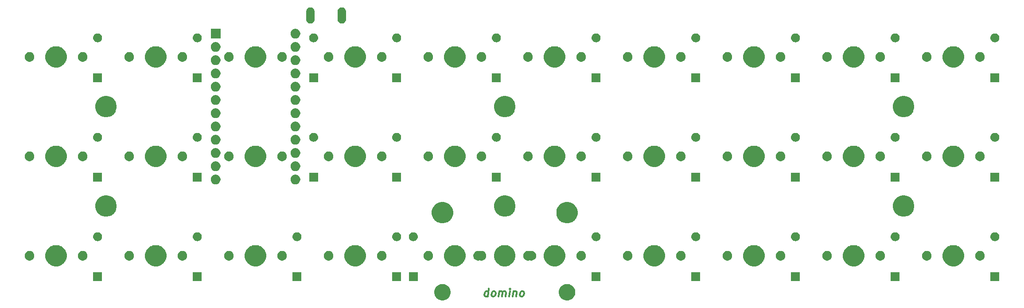
<source format=gbr>
G04 #@! TF.GenerationSoftware,KiCad,Pcbnew,(5.1.4)-1*
G04 #@! TF.CreationDate,2020-11-05T19:45:36-08:00*
G04 #@! TF.ProjectId,domino,646f6d69-6e6f-42e6-9b69-6361645f7063,rev?*
G04 #@! TF.SameCoordinates,Original*
G04 #@! TF.FileFunction,Soldermask,Top*
G04 #@! TF.FilePolarity,Negative*
%FSLAX46Y46*%
G04 Gerber Fmt 4.6, Leading zero omitted, Abs format (unit mm)*
G04 Created by KiCad (PCBNEW (5.1.4)-1) date 2020-11-05 19:45:36*
%MOMM*%
%LPD*%
G04 APERTURE LIST*
%ADD10C,0.300000*%
%ADD11C,0.100000*%
G04 APERTURE END LIST*
D10*
X105516250Y-68941071D02*
X105703750Y-67441071D01*
X105525178Y-68869642D02*
X105373392Y-68941071D01*
X105087678Y-68941071D01*
X104953750Y-68869642D01*
X104891250Y-68798214D01*
X104837678Y-68655357D01*
X104891250Y-68226785D01*
X104980535Y-68083928D01*
X105060892Y-68012500D01*
X105212678Y-67941071D01*
X105498392Y-67941071D01*
X105632321Y-68012500D01*
X106444821Y-68941071D02*
X106310892Y-68869642D01*
X106248392Y-68798214D01*
X106194821Y-68655357D01*
X106248392Y-68226785D01*
X106337678Y-68083928D01*
X106418035Y-68012500D01*
X106569821Y-67941071D01*
X106784107Y-67941071D01*
X106918035Y-68012500D01*
X106980535Y-68083928D01*
X107034107Y-68226785D01*
X106980535Y-68655357D01*
X106891250Y-68798214D01*
X106810892Y-68869642D01*
X106659107Y-68941071D01*
X106444821Y-68941071D01*
X107587678Y-68941071D02*
X107712678Y-67941071D01*
X107694821Y-68083928D02*
X107775178Y-68012500D01*
X107926964Y-67941071D01*
X108141250Y-67941071D01*
X108275178Y-68012500D01*
X108328750Y-68155357D01*
X108230535Y-68941071D01*
X108328750Y-68155357D02*
X108418035Y-68012500D01*
X108569821Y-67941071D01*
X108784107Y-67941071D01*
X108918035Y-68012500D01*
X108971607Y-68155357D01*
X108873392Y-68941071D01*
X109587678Y-68941071D02*
X109712678Y-67941071D01*
X109775178Y-67441071D02*
X109694821Y-67512500D01*
X109757321Y-67583928D01*
X109837678Y-67512500D01*
X109775178Y-67441071D01*
X109757321Y-67583928D01*
X110426964Y-67941071D02*
X110301964Y-68941071D01*
X110409107Y-68083928D02*
X110489464Y-68012500D01*
X110641250Y-67941071D01*
X110855535Y-67941071D01*
X110989464Y-68012500D01*
X111043035Y-68155357D01*
X110944821Y-68941071D01*
X111873392Y-68941071D02*
X111739464Y-68869642D01*
X111676964Y-68798214D01*
X111623392Y-68655357D01*
X111676964Y-68226785D01*
X111766250Y-68083928D01*
X111846607Y-68012500D01*
X111998392Y-67941071D01*
X112212678Y-67941071D01*
X112346607Y-68012500D01*
X112409107Y-68083928D01*
X112462678Y-68226785D01*
X112409107Y-68655357D01*
X112319821Y-68798214D01*
X112239464Y-68869642D01*
X112087678Y-68941071D01*
X111873392Y-68941071D01*
D11*
G36*
X120957267Y-66559013D02*
G01*
X121109411Y-66589276D01*
X121228137Y-66638454D01*
X121396041Y-66708002D01*
X121396042Y-66708003D01*
X121654004Y-66880367D01*
X121873383Y-67099746D01*
X121988553Y-67272111D01*
X122045748Y-67357709D01*
X122164474Y-67644340D01*
X122225000Y-67948625D01*
X122225000Y-68258875D01*
X122164474Y-68563160D01*
X122045748Y-68849791D01*
X122045747Y-68849792D01*
X121873383Y-69107754D01*
X121654004Y-69327133D01*
X121481639Y-69442303D01*
X121396041Y-69499498D01*
X121228137Y-69569046D01*
X121109411Y-69618224D01*
X120805125Y-69678750D01*
X120494875Y-69678750D01*
X120190589Y-69618224D01*
X120071863Y-69569046D01*
X119903959Y-69499498D01*
X119818361Y-69442303D01*
X119645996Y-69327133D01*
X119426617Y-69107754D01*
X119254253Y-68849792D01*
X119254252Y-68849791D01*
X119135526Y-68563160D01*
X119075000Y-68258875D01*
X119075000Y-67948625D01*
X119135526Y-67644340D01*
X119254252Y-67357709D01*
X119311447Y-67272111D01*
X119426617Y-67099746D01*
X119645996Y-66880367D01*
X119903958Y-66708003D01*
X119903959Y-66708002D01*
X120071863Y-66638454D01*
X120190589Y-66589276D01*
X120342733Y-66559013D01*
X120494875Y-66528750D01*
X120805125Y-66528750D01*
X120957267Y-66559013D01*
X120957267Y-66559013D01*
G37*
G36*
X97144767Y-66559013D02*
G01*
X97296911Y-66589276D01*
X97415637Y-66638454D01*
X97583541Y-66708002D01*
X97583542Y-66708003D01*
X97841504Y-66880367D01*
X98060883Y-67099746D01*
X98176053Y-67272111D01*
X98233248Y-67357709D01*
X98351974Y-67644340D01*
X98412500Y-67948625D01*
X98412500Y-68258875D01*
X98351974Y-68563160D01*
X98233248Y-68849791D01*
X98233247Y-68849792D01*
X98060883Y-69107754D01*
X97841504Y-69327133D01*
X97669139Y-69442303D01*
X97583541Y-69499498D01*
X97415637Y-69569046D01*
X97296911Y-69618224D01*
X96992625Y-69678750D01*
X96682375Y-69678750D01*
X96378089Y-69618224D01*
X96259363Y-69569046D01*
X96091459Y-69499498D01*
X96005861Y-69442303D01*
X95833496Y-69327133D01*
X95614117Y-69107754D01*
X95441753Y-68849792D01*
X95441752Y-68849791D01*
X95323026Y-68563160D01*
X95262500Y-68258875D01*
X95262500Y-67948625D01*
X95323026Y-67644340D01*
X95441752Y-67357709D01*
X95498947Y-67272111D01*
X95614117Y-67099746D01*
X95833496Y-66880367D01*
X96091458Y-66708003D01*
X96091459Y-66708002D01*
X96259363Y-66638454D01*
X96378089Y-66589276D01*
X96530233Y-66559013D01*
X96682375Y-66528750D01*
X96992625Y-66528750D01*
X97144767Y-66559013D01*
X97144767Y-66559013D01*
G37*
G36*
X127057250Y-65938500D02*
G01*
X125355250Y-65938500D01*
X125355250Y-64236500D01*
X127057250Y-64236500D01*
X127057250Y-65938500D01*
X127057250Y-65938500D01*
G37*
G36*
X92132250Y-65938500D02*
G01*
X90430250Y-65938500D01*
X90430250Y-64236500D01*
X92132250Y-64236500D01*
X92132250Y-65938500D01*
X92132250Y-65938500D01*
G37*
G36*
X31807250Y-65938500D02*
G01*
X30105250Y-65938500D01*
X30105250Y-64236500D01*
X31807250Y-64236500D01*
X31807250Y-65938500D01*
X31807250Y-65938500D01*
G37*
G36*
X50857250Y-65938500D02*
G01*
X49155250Y-65938500D01*
X49155250Y-64236500D01*
X50857250Y-64236500D01*
X50857250Y-65938500D01*
X50857250Y-65938500D01*
G37*
G36*
X69907250Y-65938500D02*
G01*
X68205250Y-65938500D01*
X68205250Y-64236500D01*
X69907250Y-64236500D01*
X69907250Y-65938500D01*
X69907250Y-65938500D01*
G37*
G36*
X146107250Y-65938500D02*
G01*
X144405250Y-65938500D01*
X144405250Y-64236500D01*
X146107250Y-64236500D01*
X146107250Y-65938500D01*
X146107250Y-65938500D01*
G37*
G36*
X165157250Y-65938500D02*
G01*
X163455250Y-65938500D01*
X163455250Y-64236500D01*
X165157250Y-64236500D01*
X165157250Y-65938500D01*
X165157250Y-65938500D01*
G37*
G36*
X184207250Y-65938500D02*
G01*
X182505250Y-65938500D01*
X182505250Y-64236500D01*
X184207250Y-64236500D01*
X184207250Y-65938500D01*
X184207250Y-65938500D01*
G37*
G36*
X203257250Y-65938500D02*
G01*
X201555250Y-65938500D01*
X201555250Y-64236500D01*
X203257250Y-64236500D01*
X203257250Y-65938500D01*
X203257250Y-65938500D01*
G37*
G36*
X88957250Y-65938500D02*
G01*
X87255250Y-65938500D01*
X87255250Y-64236500D01*
X88957250Y-64236500D01*
X88957250Y-65938500D01*
X88957250Y-65938500D01*
G37*
G36*
X176015224Y-59152434D02*
G01*
X176233224Y-59242733D01*
X176387373Y-59306583D01*
X176722298Y-59530373D01*
X177007127Y-59815202D01*
X177230917Y-60150127D01*
X177266183Y-60235268D01*
X177385066Y-60522276D01*
X177463650Y-60917344D01*
X177463650Y-61320156D01*
X177385066Y-61715224D01*
X177334201Y-61838022D01*
X177230917Y-62087373D01*
X177007127Y-62422298D01*
X176722298Y-62707127D01*
X176387373Y-62930917D01*
X176233224Y-62994767D01*
X176015224Y-63085066D01*
X175620156Y-63163650D01*
X175217344Y-63163650D01*
X174822276Y-63085066D01*
X174604276Y-62994767D01*
X174450127Y-62930917D01*
X174115202Y-62707127D01*
X173830373Y-62422298D01*
X173606583Y-62087373D01*
X173503299Y-61838022D01*
X173452434Y-61715224D01*
X173373850Y-61320156D01*
X173373850Y-60917344D01*
X173452434Y-60522276D01*
X173571317Y-60235268D01*
X173606583Y-60150127D01*
X173830373Y-59815202D01*
X174115202Y-59530373D01*
X174450127Y-59306583D01*
X174604276Y-59242733D01*
X174822276Y-59152434D01*
X175217344Y-59073850D01*
X175620156Y-59073850D01*
X176015224Y-59152434D01*
X176015224Y-59152434D01*
G37*
G36*
X99815224Y-59152434D02*
G01*
X100033224Y-59242733D01*
X100187373Y-59306583D01*
X100522298Y-59530373D01*
X100807127Y-59815202D01*
X101030917Y-60150127D01*
X101066183Y-60235268D01*
X101185066Y-60522276D01*
X101263650Y-60917344D01*
X101263650Y-61320156D01*
X101185066Y-61715224D01*
X101134201Y-61838022D01*
X101030917Y-62087373D01*
X100807127Y-62422298D01*
X100522298Y-62707127D01*
X100187373Y-62930917D01*
X100033224Y-62994767D01*
X99815224Y-63085066D01*
X99420156Y-63163650D01*
X99017344Y-63163650D01*
X98622276Y-63085066D01*
X98404276Y-62994767D01*
X98250127Y-62930917D01*
X97915202Y-62707127D01*
X97630373Y-62422298D01*
X97406583Y-62087373D01*
X97303299Y-61838022D01*
X97252434Y-61715224D01*
X97173850Y-61320156D01*
X97173850Y-60917344D01*
X97252434Y-60522276D01*
X97371317Y-60235268D01*
X97406583Y-60150127D01*
X97630373Y-59815202D01*
X97915202Y-59530373D01*
X98250127Y-59306583D01*
X98404276Y-59242733D01*
X98622276Y-59152434D01*
X99017344Y-59073850D01*
X99420156Y-59073850D01*
X99815224Y-59152434D01*
X99815224Y-59152434D01*
G37*
G36*
X137915224Y-59152434D02*
G01*
X138133224Y-59242733D01*
X138287373Y-59306583D01*
X138622298Y-59530373D01*
X138907127Y-59815202D01*
X139130917Y-60150127D01*
X139166183Y-60235268D01*
X139285066Y-60522276D01*
X139363650Y-60917344D01*
X139363650Y-61320156D01*
X139285066Y-61715224D01*
X139234201Y-61838022D01*
X139130917Y-62087373D01*
X138907127Y-62422298D01*
X138622298Y-62707127D01*
X138287373Y-62930917D01*
X138133224Y-62994767D01*
X137915224Y-63085066D01*
X137520156Y-63163650D01*
X137117344Y-63163650D01*
X136722276Y-63085066D01*
X136504276Y-62994767D01*
X136350127Y-62930917D01*
X136015202Y-62707127D01*
X135730373Y-62422298D01*
X135506583Y-62087373D01*
X135403299Y-61838022D01*
X135352434Y-61715224D01*
X135273850Y-61320156D01*
X135273850Y-60917344D01*
X135352434Y-60522276D01*
X135471317Y-60235268D01*
X135506583Y-60150127D01*
X135730373Y-59815202D01*
X136015202Y-59530373D01*
X136350127Y-59306583D01*
X136504276Y-59242733D01*
X136722276Y-59152434D01*
X137117344Y-59073850D01*
X137520156Y-59073850D01*
X137915224Y-59152434D01*
X137915224Y-59152434D01*
G37*
G36*
X80765224Y-59152434D02*
G01*
X80983224Y-59242733D01*
X81137373Y-59306583D01*
X81472298Y-59530373D01*
X81757127Y-59815202D01*
X81980917Y-60150127D01*
X82016183Y-60235268D01*
X82135066Y-60522276D01*
X82213650Y-60917344D01*
X82213650Y-61320156D01*
X82135066Y-61715224D01*
X82084201Y-61838022D01*
X81980917Y-62087373D01*
X81757127Y-62422298D01*
X81472298Y-62707127D01*
X81137373Y-62930917D01*
X80983224Y-62994767D01*
X80765224Y-63085066D01*
X80370156Y-63163650D01*
X79967344Y-63163650D01*
X79572276Y-63085066D01*
X79354276Y-62994767D01*
X79200127Y-62930917D01*
X78865202Y-62707127D01*
X78580373Y-62422298D01*
X78356583Y-62087373D01*
X78253299Y-61838022D01*
X78202434Y-61715224D01*
X78123850Y-61320156D01*
X78123850Y-60917344D01*
X78202434Y-60522276D01*
X78321317Y-60235268D01*
X78356583Y-60150127D01*
X78580373Y-59815202D01*
X78865202Y-59530373D01*
X79200127Y-59306583D01*
X79354276Y-59242733D01*
X79572276Y-59152434D01*
X79967344Y-59073850D01*
X80370156Y-59073850D01*
X80765224Y-59152434D01*
X80765224Y-59152434D01*
G37*
G36*
X156965224Y-59152434D02*
G01*
X157183224Y-59242733D01*
X157337373Y-59306583D01*
X157672298Y-59530373D01*
X157957127Y-59815202D01*
X158180917Y-60150127D01*
X158216183Y-60235268D01*
X158335066Y-60522276D01*
X158413650Y-60917344D01*
X158413650Y-61320156D01*
X158335066Y-61715224D01*
X158284201Y-61838022D01*
X158180917Y-62087373D01*
X157957127Y-62422298D01*
X157672298Y-62707127D01*
X157337373Y-62930917D01*
X157183224Y-62994767D01*
X156965224Y-63085066D01*
X156570156Y-63163650D01*
X156167344Y-63163650D01*
X155772276Y-63085066D01*
X155554276Y-62994767D01*
X155400127Y-62930917D01*
X155065202Y-62707127D01*
X154780373Y-62422298D01*
X154556583Y-62087373D01*
X154453299Y-61838022D01*
X154402434Y-61715224D01*
X154323850Y-61320156D01*
X154323850Y-60917344D01*
X154402434Y-60522276D01*
X154521317Y-60235268D01*
X154556583Y-60150127D01*
X154780373Y-59815202D01*
X155065202Y-59530373D01*
X155400127Y-59306583D01*
X155554276Y-59242733D01*
X155772276Y-59152434D01*
X156167344Y-59073850D01*
X156570156Y-59073850D01*
X156965224Y-59152434D01*
X156965224Y-59152434D01*
G37*
G36*
X195065224Y-59152434D02*
G01*
X195283224Y-59242733D01*
X195437373Y-59306583D01*
X195772298Y-59530373D01*
X196057127Y-59815202D01*
X196280917Y-60150127D01*
X196316183Y-60235268D01*
X196435066Y-60522276D01*
X196513650Y-60917344D01*
X196513650Y-61320156D01*
X196435066Y-61715224D01*
X196384201Y-61838022D01*
X196280917Y-62087373D01*
X196057127Y-62422298D01*
X195772298Y-62707127D01*
X195437373Y-62930917D01*
X195283224Y-62994767D01*
X195065224Y-63085066D01*
X194670156Y-63163650D01*
X194267344Y-63163650D01*
X193872276Y-63085066D01*
X193654276Y-62994767D01*
X193500127Y-62930917D01*
X193165202Y-62707127D01*
X192880373Y-62422298D01*
X192656583Y-62087373D01*
X192553299Y-61838022D01*
X192502434Y-61715224D01*
X192423850Y-61320156D01*
X192423850Y-60917344D01*
X192502434Y-60522276D01*
X192621317Y-60235268D01*
X192656583Y-60150127D01*
X192880373Y-59815202D01*
X193165202Y-59530373D01*
X193500127Y-59306583D01*
X193654276Y-59242733D01*
X193872276Y-59152434D01*
X194267344Y-59073850D01*
X194670156Y-59073850D01*
X195065224Y-59152434D01*
X195065224Y-59152434D01*
G37*
G36*
X42665224Y-59152434D02*
G01*
X42883224Y-59242733D01*
X43037373Y-59306583D01*
X43372298Y-59530373D01*
X43657127Y-59815202D01*
X43880917Y-60150127D01*
X43916183Y-60235268D01*
X44035066Y-60522276D01*
X44113650Y-60917344D01*
X44113650Y-61320156D01*
X44035066Y-61715224D01*
X43984201Y-61838022D01*
X43880917Y-62087373D01*
X43657127Y-62422298D01*
X43372298Y-62707127D01*
X43037373Y-62930917D01*
X42883224Y-62994767D01*
X42665224Y-63085066D01*
X42270156Y-63163650D01*
X41867344Y-63163650D01*
X41472276Y-63085066D01*
X41254276Y-62994767D01*
X41100127Y-62930917D01*
X40765202Y-62707127D01*
X40480373Y-62422298D01*
X40256583Y-62087373D01*
X40153299Y-61838022D01*
X40102434Y-61715224D01*
X40023850Y-61320156D01*
X40023850Y-60917344D01*
X40102434Y-60522276D01*
X40221317Y-60235268D01*
X40256583Y-60150127D01*
X40480373Y-59815202D01*
X40765202Y-59530373D01*
X41100127Y-59306583D01*
X41254276Y-59242733D01*
X41472276Y-59152434D01*
X41867344Y-59073850D01*
X42270156Y-59073850D01*
X42665224Y-59152434D01*
X42665224Y-59152434D01*
G37*
G36*
X23615224Y-59152434D02*
G01*
X23833224Y-59242733D01*
X23987373Y-59306583D01*
X24322298Y-59530373D01*
X24607127Y-59815202D01*
X24830917Y-60150127D01*
X24866183Y-60235268D01*
X24985066Y-60522276D01*
X25063650Y-60917344D01*
X25063650Y-61320156D01*
X24985066Y-61715224D01*
X24934201Y-61838022D01*
X24830917Y-62087373D01*
X24607127Y-62422298D01*
X24322298Y-62707127D01*
X23987373Y-62930917D01*
X23833224Y-62994767D01*
X23615224Y-63085066D01*
X23220156Y-63163650D01*
X22817344Y-63163650D01*
X22422276Y-63085066D01*
X22204276Y-62994767D01*
X22050127Y-62930917D01*
X21715202Y-62707127D01*
X21430373Y-62422298D01*
X21206583Y-62087373D01*
X21103299Y-61838022D01*
X21052434Y-61715224D01*
X20973850Y-61320156D01*
X20973850Y-60917344D01*
X21052434Y-60522276D01*
X21171317Y-60235268D01*
X21206583Y-60150127D01*
X21430373Y-59815202D01*
X21715202Y-59530373D01*
X22050127Y-59306583D01*
X22204276Y-59242733D01*
X22422276Y-59152434D01*
X22817344Y-59073850D01*
X23220156Y-59073850D01*
X23615224Y-59152434D01*
X23615224Y-59152434D01*
G37*
G36*
X118865224Y-59152434D02*
G01*
X119083224Y-59242733D01*
X119237373Y-59306583D01*
X119572298Y-59530373D01*
X119857127Y-59815202D01*
X120080917Y-60150127D01*
X120116183Y-60235268D01*
X120235066Y-60522276D01*
X120313650Y-60917344D01*
X120313650Y-61320156D01*
X120235066Y-61715224D01*
X120184201Y-61838022D01*
X120080917Y-62087373D01*
X119857127Y-62422298D01*
X119572298Y-62707127D01*
X119237373Y-62930917D01*
X119083224Y-62994767D01*
X118865224Y-63085066D01*
X118470156Y-63163650D01*
X118067344Y-63163650D01*
X117672276Y-63085066D01*
X117454276Y-62994767D01*
X117300127Y-62930917D01*
X116965202Y-62707127D01*
X116680373Y-62422298D01*
X116456583Y-62087373D01*
X116353299Y-61838022D01*
X116302434Y-61715224D01*
X116223850Y-61320156D01*
X116223850Y-60917344D01*
X116302434Y-60522276D01*
X116421317Y-60235268D01*
X116456583Y-60150127D01*
X116680373Y-59815202D01*
X116965202Y-59530373D01*
X117300127Y-59306583D01*
X117454276Y-59242733D01*
X117672276Y-59152434D01*
X118067344Y-59073850D01*
X118470156Y-59073850D01*
X118865224Y-59152434D01*
X118865224Y-59152434D01*
G37*
G36*
X109340224Y-59152434D02*
G01*
X109558224Y-59242733D01*
X109712373Y-59306583D01*
X110047298Y-59530373D01*
X110332127Y-59815202D01*
X110555917Y-60150127D01*
X110591183Y-60235268D01*
X110710066Y-60522276D01*
X110788650Y-60917344D01*
X110788650Y-61320156D01*
X110710066Y-61715224D01*
X110659201Y-61838022D01*
X110555917Y-62087373D01*
X110332127Y-62422298D01*
X110047298Y-62707127D01*
X109712373Y-62930917D01*
X109558224Y-62994767D01*
X109340224Y-63085066D01*
X108945156Y-63163650D01*
X108542344Y-63163650D01*
X108147276Y-63085066D01*
X107929276Y-62994767D01*
X107775127Y-62930917D01*
X107440202Y-62707127D01*
X107155373Y-62422298D01*
X106931583Y-62087373D01*
X106828299Y-61838022D01*
X106777434Y-61715224D01*
X106698850Y-61320156D01*
X106698850Y-60917344D01*
X106777434Y-60522276D01*
X106896317Y-60235268D01*
X106931583Y-60150127D01*
X107155373Y-59815202D01*
X107440202Y-59530373D01*
X107775127Y-59306583D01*
X107929276Y-59242733D01*
X108147276Y-59152434D01*
X108542344Y-59073850D01*
X108945156Y-59073850D01*
X109340224Y-59152434D01*
X109340224Y-59152434D01*
G37*
G36*
X61715224Y-59152434D02*
G01*
X61933224Y-59242733D01*
X62087373Y-59306583D01*
X62422298Y-59530373D01*
X62707127Y-59815202D01*
X62930917Y-60150127D01*
X62966183Y-60235268D01*
X63085066Y-60522276D01*
X63163650Y-60917344D01*
X63163650Y-61320156D01*
X63085066Y-61715224D01*
X63034201Y-61838022D01*
X62930917Y-62087373D01*
X62707127Y-62422298D01*
X62422298Y-62707127D01*
X62087373Y-62930917D01*
X61933224Y-62994767D01*
X61715224Y-63085066D01*
X61320156Y-63163650D01*
X60917344Y-63163650D01*
X60522276Y-63085066D01*
X60304276Y-62994767D01*
X60150127Y-62930917D01*
X59815202Y-62707127D01*
X59530373Y-62422298D01*
X59306583Y-62087373D01*
X59203299Y-61838022D01*
X59152434Y-61715224D01*
X59073850Y-61320156D01*
X59073850Y-60917344D01*
X59152434Y-60522276D01*
X59271317Y-60235268D01*
X59306583Y-60150127D01*
X59530373Y-59815202D01*
X59815202Y-59530373D01*
X60150127Y-59306583D01*
X60304276Y-59242733D01*
X60522276Y-59152434D01*
X60917344Y-59073850D01*
X61320156Y-59073850D01*
X61715224Y-59152434D01*
X61715224Y-59152434D01*
G37*
G36*
X123618854Y-60228335D02*
G01*
X123787376Y-60298139D01*
X123939041Y-60399478D01*
X124068022Y-60528459D01*
X124169361Y-60680124D01*
X124239165Y-60848646D01*
X124274750Y-61027547D01*
X124274750Y-61209953D01*
X124239165Y-61388854D01*
X124169361Y-61557376D01*
X124068022Y-61709041D01*
X123939041Y-61838022D01*
X123787376Y-61939361D01*
X123618854Y-62009165D01*
X123439953Y-62044750D01*
X123257547Y-62044750D01*
X123078646Y-62009165D01*
X122910124Y-61939361D01*
X122758459Y-61838022D01*
X122629478Y-61709041D01*
X122528139Y-61557376D01*
X122458335Y-61388854D01*
X122422750Y-61209953D01*
X122422750Y-61027547D01*
X122458335Y-60848646D01*
X122528139Y-60680124D01*
X122629478Y-60528459D01*
X122758459Y-60399478D01*
X122910124Y-60298139D01*
X123078646Y-60228335D01*
X123257547Y-60192750D01*
X123439953Y-60192750D01*
X123618854Y-60228335D01*
X123618854Y-60228335D01*
G37*
G36*
X180768854Y-60228335D02*
G01*
X180937376Y-60298139D01*
X181089041Y-60399478D01*
X181218022Y-60528459D01*
X181319361Y-60680124D01*
X181389165Y-60848646D01*
X181424750Y-61027547D01*
X181424750Y-61209953D01*
X181389165Y-61388854D01*
X181319361Y-61557376D01*
X181218022Y-61709041D01*
X181089041Y-61838022D01*
X180937376Y-61939361D01*
X180768854Y-62009165D01*
X180589953Y-62044750D01*
X180407547Y-62044750D01*
X180228646Y-62009165D01*
X180060124Y-61939361D01*
X179908459Y-61838022D01*
X179779478Y-61709041D01*
X179678139Y-61557376D01*
X179608335Y-61388854D01*
X179572750Y-61209953D01*
X179572750Y-61027547D01*
X179608335Y-60848646D01*
X179678139Y-60680124D01*
X179779478Y-60528459D01*
X179908459Y-60399478D01*
X180060124Y-60298139D01*
X180228646Y-60228335D01*
X180407547Y-60192750D01*
X180589953Y-60192750D01*
X180768854Y-60228335D01*
X180768854Y-60228335D01*
G37*
G36*
X170608854Y-60228335D02*
G01*
X170777376Y-60298139D01*
X170929041Y-60399478D01*
X171058022Y-60528459D01*
X171159361Y-60680124D01*
X171229165Y-60848646D01*
X171264750Y-61027547D01*
X171264750Y-61209953D01*
X171229165Y-61388854D01*
X171159361Y-61557376D01*
X171058022Y-61709041D01*
X170929041Y-61838022D01*
X170777376Y-61939361D01*
X170608854Y-62009165D01*
X170429953Y-62044750D01*
X170247547Y-62044750D01*
X170068646Y-62009165D01*
X169900124Y-61939361D01*
X169748459Y-61838022D01*
X169619478Y-61709041D01*
X169518139Y-61557376D01*
X169448335Y-61388854D01*
X169412750Y-61209953D01*
X169412750Y-61027547D01*
X169448335Y-60848646D01*
X169518139Y-60680124D01*
X169619478Y-60528459D01*
X169748459Y-60399478D01*
X169900124Y-60298139D01*
X170068646Y-60228335D01*
X170247547Y-60192750D01*
X170429953Y-60192750D01*
X170608854Y-60228335D01*
X170608854Y-60228335D01*
G37*
G36*
X199818854Y-60228335D02*
G01*
X199987376Y-60298139D01*
X200139041Y-60399478D01*
X200268022Y-60528459D01*
X200369361Y-60680124D01*
X200439165Y-60848646D01*
X200474750Y-61027547D01*
X200474750Y-61209953D01*
X200439165Y-61388854D01*
X200369361Y-61557376D01*
X200268022Y-61709041D01*
X200139041Y-61838022D01*
X199987376Y-61939361D01*
X199818854Y-62009165D01*
X199639953Y-62044750D01*
X199457547Y-62044750D01*
X199278646Y-62009165D01*
X199110124Y-61939361D01*
X198958459Y-61838022D01*
X198829478Y-61709041D01*
X198728139Y-61557376D01*
X198658335Y-61388854D01*
X198622750Y-61209953D01*
X198622750Y-61027547D01*
X198658335Y-60848646D01*
X198728139Y-60680124D01*
X198829478Y-60528459D01*
X198958459Y-60399478D01*
X199110124Y-60298139D01*
X199278646Y-60228335D01*
X199457547Y-60192750D01*
X199639953Y-60192750D01*
X199818854Y-60228335D01*
X199818854Y-60228335D01*
G37*
G36*
X189658854Y-60228335D02*
G01*
X189827376Y-60298139D01*
X189979041Y-60399478D01*
X190108022Y-60528459D01*
X190209361Y-60680124D01*
X190279165Y-60848646D01*
X190314750Y-61027547D01*
X190314750Y-61209953D01*
X190279165Y-61388854D01*
X190209361Y-61557376D01*
X190108022Y-61709041D01*
X189979041Y-61838022D01*
X189827376Y-61939361D01*
X189658854Y-62009165D01*
X189479953Y-62044750D01*
X189297547Y-62044750D01*
X189118646Y-62009165D01*
X188950124Y-61939361D01*
X188798459Y-61838022D01*
X188669478Y-61709041D01*
X188568139Y-61557376D01*
X188498335Y-61388854D01*
X188462750Y-61209953D01*
X188462750Y-61027547D01*
X188498335Y-60848646D01*
X188568139Y-60680124D01*
X188669478Y-60528459D01*
X188798459Y-60399478D01*
X188950124Y-60298139D01*
X189118646Y-60228335D01*
X189297547Y-60192750D01*
X189479953Y-60192750D01*
X189658854Y-60228335D01*
X189658854Y-60228335D01*
G37*
G36*
X113458854Y-60228335D02*
G01*
X113458860Y-60228338D01*
X113459315Y-60228428D01*
X113481868Y-60235268D01*
X113506254Y-60237669D01*
X113530640Y-60235266D01*
X113553185Y-60228428D01*
X113553640Y-60228338D01*
X113553646Y-60228335D01*
X113732547Y-60192750D01*
X113914953Y-60192750D01*
X114093854Y-60228335D01*
X114262376Y-60298139D01*
X114414041Y-60399478D01*
X114543022Y-60528459D01*
X114644361Y-60680124D01*
X114714165Y-60848646D01*
X114749750Y-61027547D01*
X114749750Y-61209953D01*
X114714165Y-61388854D01*
X114644361Y-61557376D01*
X114543022Y-61709041D01*
X114414041Y-61838022D01*
X114262376Y-61939361D01*
X114093854Y-62009165D01*
X113914953Y-62044750D01*
X113732547Y-62044750D01*
X113553646Y-62009165D01*
X113553640Y-62009162D01*
X113553185Y-62009072D01*
X113530632Y-62002232D01*
X113506246Y-61999831D01*
X113481860Y-62002234D01*
X113459315Y-62009072D01*
X113458860Y-62009162D01*
X113458854Y-62009165D01*
X113279953Y-62044750D01*
X113097547Y-62044750D01*
X112918646Y-62009165D01*
X112750124Y-61939361D01*
X112598459Y-61838022D01*
X112469478Y-61709041D01*
X112368139Y-61557376D01*
X112298335Y-61388854D01*
X112262750Y-61209953D01*
X112262750Y-61027547D01*
X112298335Y-60848646D01*
X112368139Y-60680124D01*
X112469478Y-60528459D01*
X112598459Y-60399478D01*
X112750124Y-60298139D01*
X112918646Y-60228335D01*
X113097547Y-60192750D01*
X113279953Y-60192750D01*
X113458854Y-60228335D01*
X113458854Y-60228335D01*
G37*
G36*
X103933854Y-60228335D02*
G01*
X103933860Y-60228338D01*
X103934315Y-60228428D01*
X103956868Y-60235268D01*
X103981254Y-60237669D01*
X104005640Y-60235266D01*
X104028185Y-60228428D01*
X104028640Y-60228338D01*
X104028646Y-60228335D01*
X104207547Y-60192750D01*
X104389953Y-60192750D01*
X104568854Y-60228335D01*
X104737376Y-60298139D01*
X104889041Y-60399478D01*
X105018022Y-60528459D01*
X105119361Y-60680124D01*
X105189165Y-60848646D01*
X105224750Y-61027547D01*
X105224750Y-61209953D01*
X105189165Y-61388854D01*
X105119361Y-61557376D01*
X105018022Y-61709041D01*
X104889041Y-61838022D01*
X104737376Y-61939361D01*
X104568854Y-62009165D01*
X104389953Y-62044750D01*
X104207547Y-62044750D01*
X104028646Y-62009165D01*
X104028640Y-62009162D01*
X104028185Y-62009072D01*
X104005632Y-62002232D01*
X103981246Y-61999831D01*
X103956860Y-62002234D01*
X103934315Y-62009072D01*
X103933860Y-62009162D01*
X103933854Y-62009165D01*
X103754953Y-62044750D01*
X103572547Y-62044750D01*
X103393646Y-62009165D01*
X103225124Y-61939361D01*
X103073459Y-61838022D01*
X102944478Y-61709041D01*
X102843139Y-61557376D01*
X102773335Y-61388854D01*
X102737750Y-61209953D01*
X102737750Y-61027547D01*
X102773335Y-60848646D01*
X102843139Y-60680124D01*
X102944478Y-60528459D01*
X103073459Y-60399478D01*
X103225124Y-60298139D01*
X103393646Y-60228335D01*
X103572547Y-60192750D01*
X103754953Y-60192750D01*
X103933854Y-60228335D01*
X103933854Y-60228335D01*
G37*
G36*
X94408854Y-60228335D02*
G01*
X94577376Y-60298139D01*
X94729041Y-60399478D01*
X94858022Y-60528459D01*
X94959361Y-60680124D01*
X95029165Y-60848646D01*
X95064750Y-61027547D01*
X95064750Y-61209953D01*
X95029165Y-61388854D01*
X94959361Y-61557376D01*
X94858022Y-61709041D01*
X94729041Y-61838022D01*
X94577376Y-61939361D01*
X94408854Y-62009165D01*
X94229953Y-62044750D01*
X94047547Y-62044750D01*
X93868646Y-62009165D01*
X93700124Y-61939361D01*
X93548459Y-61838022D01*
X93419478Y-61709041D01*
X93318139Y-61557376D01*
X93248335Y-61388854D01*
X93212750Y-61209953D01*
X93212750Y-61027547D01*
X93248335Y-60848646D01*
X93318139Y-60680124D01*
X93419478Y-60528459D01*
X93548459Y-60399478D01*
X93700124Y-60298139D01*
X93868646Y-60228335D01*
X94047547Y-60192750D01*
X94229953Y-60192750D01*
X94408854Y-60228335D01*
X94408854Y-60228335D01*
G37*
G36*
X75358854Y-60228335D02*
G01*
X75527376Y-60298139D01*
X75679041Y-60399478D01*
X75808022Y-60528459D01*
X75909361Y-60680124D01*
X75979165Y-60848646D01*
X76014750Y-61027547D01*
X76014750Y-61209953D01*
X75979165Y-61388854D01*
X75909361Y-61557376D01*
X75808022Y-61709041D01*
X75679041Y-61838022D01*
X75527376Y-61939361D01*
X75358854Y-62009165D01*
X75179953Y-62044750D01*
X74997547Y-62044750D01*
X74818646Y-62009165D01*
X74650124Y-61939361D01*
X74498459Y-61838022D01*
X74369478Y-61709041D01*
X74268139Y-61557376D01*
X74198335Y-61388854D01*
X74162750Y-61209953D01*
X74162750Y-61027547D01*
X74198335Y-60848646D01*
X74268139Y-60680124D01*
X74369478Y-60528459D01*
X74498459Y-60399478D01*
X74650124Y-60298139D01*
X74818646Y-60228335D01*
X74997547Y-60192750D01*
X75179953Y-60192750D01*
X75358854Y-60228335D01*
X75358854Y-60228335D01*
G37*
G36*
X161718854Y-60228335D02*
G01*
X161887376Y-60298139D01*
X162039041Y-60399478D01*
X162168022Y-60528459D01*
X162269361Y-60680124D01*
X162339165Y-60848646D01*
X162374750Y-61027547D01*
X162374750Y-61209953D01*
X162339165Y-61388854D01*
X162269361Y-61557376D01*
X162168022Y-61709041D01*
X162039041Y-61838022D01*
X161887376Y-61939361D01*
X161718854Y-62009165D01*
X161539953Y-62044750D01*
X161357547Y-62044750D01*
X161178646Y-62009165D01*
X161010124Y-61939361D01*
X160858459Y-61838022D01*
X160729478Y-61709041D01*
X160628139Y-61557376D01*
X160558335Y-61388854D01*
X160522750Y-61209953D01*
X160522750Y-61027547D01*
X160558335Y-60848646D01*
X160628139Y-60680124D01*
X160729478Y-60528459D01*
X160858459Y-60399478D01*
X161010124Y-60298139D01*
X161178646Y-60228335D01*
X161357547Y-60192750D01*
X161539953Y-60192750D01*
X161718854Y-60228335D01*
X161718854Y-60228335D01*
G37*
G36*
X132508854Y-60228335D02*
G01*
X132677376Y-60298139D01*
X132829041Y-60399478D01*
X132958022Y-60528459D01*
X133059361Y-60680124D01*
X133129165Y-60848646D01*
X133164750Y-61027547D01*
X133164750Y-61209953D01*
X133129165Y-61388854D01*
X133059361Y-61557376D01*
X132958022Y-61709041D01*
X132829041Y-61838022D01*
X132677376Y-61939361D01*
X132508854Y-62009165D01*
X132329953Y-62044750D01*
X132147547Y-62044750D01*
X131968646Y-62009165D01*
X131800124Y-61939361D01*
X131648459Y-61838022D01*
X131519478Y-61709041D01*
X131418139Y-61557376D01*
X131348335Y-61388854D01*
X131312750Y-61209953D01*
X131312750Y-61027547D01*
X131348335Y-60848646D01*
X131418139Y-60680124D01*
X131519478Y-60528459D01*
X131648459Y-60399478D01*
X131800124Y-60298139D01*
X131968646Y-60228335D01*
X132147547Y-60192750D01*
X132329953Y-60192750D01*
X132508854Y-60228335D01*
X132508854Y-60228335D01*
G37*
G36*
X18208854Y-60228335D02*
G01*
X18377376Y-60298139D01*
X18529041Y-60399478D01*
X18658022Y-60528459D01*
X18759361Y-60680124D01*
X18829165Y-60848646D01*
X18864750Y-61027547D01*
X18864750Y-61209953D01*
X18829165Y-61388854D01*
X18759361Y-61557376D01*
X18658022Y-61709041D01*
X18529041Y-61838022D01*
X18377376Y-61939361D01*
X18208854Y-62009165D01*
X18029953Y-62044750D01*
X17847547Y-62044750D01*
X17668646Y-62009165D01*
X17500124Y-61939361D01*
X17348459Y-61838022D01*
X17219478Y-61709041D01*
X17118139Y-61557376D01*
X17048335Y-61388854D01*
X17012750Y-61209953D01*
X17012750Y-61027547D01*
X17048335Y-60848646D01*
X17118139Y-60680124D01*
X17219478Y-60528459D01*
X17348459Y-60399478D01*
X17500124Y-60298139D01*
X17668646Y-60228335D01*
X17847547Y-60192750D01*
X18029953Y-60192750D01*
X18208854Y-60228335D01*
X18208854Y-60228335D01*
G37*
G36*
X142668854Y-60228335D02*
G01*
X142837376Y-60298139D01*
X142989041Y-60399478D01*
X143118022Y-60528459D01*
X143219361Y-60680124D01*
X143289165Y-60848646D01*
X143324750Y-61027547D01*
X143324750Y-61209953D01*
X143289165Y-61388854D01*
X143219361Y-61557376D01*
X143118022Y-61709041D01*
X142989041Y-61838022D01*
X142837376Y-61939361D01*
X142668854Y-62009165D01*
X142489953Y-62044750D01*
X142307547Y-62044750D01*
X142128646Y-62009165D01*
X141960124Y-61939361D01*
X141808459Y-61838022D01*
X141679478Y-61709041D01*
X141578139Y-61557376D01*
X141508335Y-61388854D01*
X141472750Y-61209953D01*
X141472750Y-61027547D01*
X141508335Y-60848646D01*
X141578139Y-60680124D01*
X141679478Y-60528459D01*
X141808459Y-60399478D01*
X141960124Y-60298139D01*
X142128646Y-60228335D01*
X142307547Y-60192750D01*
X142489953Y-60192750D01*
X142668854Y-60228335D01*
X142668854Y-60228335D01*
G37*
G36*
X47418854Y-60228335D02*
G01*
X47587376Y-60298139D01*
X47739041Y-60399478D01*
X47868022Y-60528459D01*
X47969361Y-60680124D01*
X48039165Y-60848646D01*
X48074750Y-61027547D01*
X48074750Y-61209953D01*
X48039165Y-61388854D01*
X47969361Y-61557376D01*
X47868022Y-61709041D01*
X47739041Y-61838022D01*
X47587376Y-61939361D01*
X47418854Y-62009165D01*
X47239953Y-62044750D01*
X47057547Y-62044750D01*
X46878646Y-62009165D01*
X46710124Y-61939361D01*
X46558459Y-61838022D01*
X46429478Y-61709041D01*
X46328139Y-61557376D01*
X46258335Y-61388854D01*
X46222750Y-61209953D01*
X46222750Y-61027547D01*
X46258335Y-60848646D01*
X46328139Y-60680124D01*
X46429478Y-60528459D01*
X46558459Y-60399478D01*
X46710124Y-60298139D01*
X46878646Y-60228335D01*
X47057547Y-60192750D01*
X47239953Y-60192750D01*
X47418854Y-60228335D01*
X47418854Y-60228335D01*
G37*
G36*
X37258854Y-60228335D02*
G01*
X37427376Y-60298139D01*
X37579041Y-60399478D01*
X37708022Y-60528459D01*
X37809361Y-60680124D01*
X37879165Y-60848646D01*
X37914750Y-61027547D01*
X37914750Y-61209953D01*
X37879165Y-61388854D01*
X37809361Y-61557376D01*
X37708022Y-61709041D01*
X37579041Y-61838022D01*
X37427376Y-61939361D01*
X37258854Y-62009165D01*
X37079953Y-62044750D01*
X36897547Y-62044750D01*
X36718646Y-62009165D01*
X36550124Y-61939361D01*
X36398459Y-61838022D01*
X36269478Y-61709041D01*
X36168139Y-61557376D01*
X36098335Y-61388854D01*
X36062750Y-61209953D01*
X36062750Y-61027547D01*
X36098335Y-60848646D01*
X36168139Y-60680124D01*
X36269478Y-60528459D01*
X36398459Y-60399478D01*
X36550124Y-60298139D01*
X36718646Y-60228335D01*
X36897547Y-60192750D01*
X37079953Y-60192750D01*
X37258854Y-60228335D01*
X37258854Y-60228335D01*
G37*
G36*
X151558854Y-60228335D02*
G01*
X151727376Y-60298139D01*
X151879041Y-60399478D01*
X152008022Y-60528459D01*
X152109361Y-60680124D01*
X152179165Y-60848646D01*
X152214750Y-61027547D01*
X152214750Y-61209953D01*
X152179165Y-61388854D01*
X152109361Y-61557376D01*
X152008022Y-61709041D01*
X151879041Y-61838022D01*
X151727376Y-61939361D01*
X151558854Y-62009165D01*
X151379953Y-62044750D01*
X151197547Y-62044750D01*
X151018646Y-62009165D01*
X150850124Y-61939361D01*
X150698459Y-61838022D01*
X150569478Y-61709041D01*
X150468139Y-61557376D01*
X150398335Y-61388854D01*
X150362750Y-61209953D01*
X150362750Y-61027547D01*
X150398335Y-60848646D01*
X150468139Y-60680124D01*
X150569478Y-60528459D01*
X150698459Y-60399478D01*
X150850124Y-60298139D01*
X151018646Y-60228335D01*
X151197547Y-60192750D01*
X151379953Y-60192750D01*
X151558854Y-60228335D01*
X151558854Y-60228335D01*
G37*
G36*
X85518854Y-60228335D02*
G01*
X85687376Y-60298139D01*
X85839041Y-60399478D01*
X85968022Y-60528459D01*
X86069361Y-60680124D01*
X86139165Y-60848646D01*
X86174750Y-61027547D01*
X86174750Y-61209953D01*
X86139165Y-61388854D01*
X86069361Y-61557376D01*
X85968022Y-61709041D01*
X85839041Y-61838022D01*
X85687376Y-61939361D01*
X85518854Y-62009165D01*
X85339953Y-62044750D01*
X85157547Y-62044750D01*
X84978646Y-62009165D01*
X84810124Y-61939361D01*
X84658459Y-61838022D01*
X84529478Y-61709041D01*
X84428139Y-61557376D01*
X84358335Y-61388854D01*
X84322750Y-61209953D01*
X84322750Y-61027547D01*
X84358335Y-60848646D01*
X84428139Y-60680124D01*
X84529478Y-60528459D01*
X84658459Y-60399478D01*
X84810124Y-60298139D01*
X84978646Y-60228335D01*
X85157547Y-60192750D01*
X85339953Y-60192750D01*
X85518854Y-60228335D01*
X85518854Y-60228335D01*
G37*
G36*
X28368854Y-60228335D02*
G01*
X28537376Y-60298139D01*
X28689041Y-60399478D01*
X28818022Y-60528459D01*
X28919361Y-60680124D01*
X28989165Y-60848646D01*
X29024750Y-61027547D01*
X29024750Y-61209953D01*
X28989165Y-61388854D01*
X28919361Y-61557376D01*
X28818022Y-61709041D01*
X28689041Y-61838022D01*
X28537376Y-61939361D01*
X28368854Y-62009165D01*
X28189953Y-62044750D01*
X28007547Y-62044750D01*
X27828646Y-62009165D01*
X27660124Y-61939361D01*
X27508459Y-61838022D01*
X27379478Y-61709041D01*
X27278139Y-61557376D01*
X27208335Y-61388854D01*
X27172750Y-61209953D01*
X27172750Y-61027547D01*
X27208335Y-60848646D01*
X27278139Y-60680124D01*
X27379478Y-60528459D01*
X27508459Y-60399478D01*
X27660124Y-60298139D01*
X27828646Y-60228335D01*
X28007547Y-60192750D01*
X28189953Y-60192750D01*
X28368854Y-60228335D01*
X28368854Y-60228335D01*
G37*
G36*
X56308854Y-60228335D02*
G01*
X56477376Y-60298139D01*
X56629041Y-60399478D01*
X56758022Y-60528459D01*
X56859361Y-60680124D01*
X56929165Y-60848646D01*
X56964750Y-61027547D01*
X56964750Y-61209953D01*
X56929165Y-61388854D01*
X56859361Y-61557376D01*
X56758022Y-61709041D01*
X56629041Y-61838022D01*
X56477376Y-61939361D01*
X56308854Y-62009165D01*
X56129953Y-62044750D01*
X55947547Y-62044750D01*
X55768646Y-62009165D01*
X55600124Y-61939361D01*
X55448459Y-61838022D01*
X55319478Y-61709041D01*
X55218139Y-61557376D01*
X55148335Y-61388854D01*
X55112750Y-61209953D01*
X55112750Y-61027547D01*
X55148335Y-60848646D01*
X55218139Y-60680124D01*
X55319478Y-60528459D01*
X55448459Y-60399478D01*
X55600124Y-60298139D01*
X55768646Y-60228335D01*
X55947547Y-60192750D01*
X56129953Y-60192750D01*
X56308854Y-60228335D01*
X56308854Y-60228335D01*
G37*
G36*
X66468854Y-60228335D02*
G01*
X66637376Y-60298139D01*
X66789041Y-60399478D01*
X66918022Y-60528459D01*
X67019361Y-60680124D01*
X67089165Y-60848646D01*
X67124750Y-61027547D01*
X67124750Y-61209953D01*
X67089165Y-61388854D01*
X67019361Y-61557376D01*
X66918022Y-61709041D01*
X66789041Y-61838022D01*
X66637376Y-61939361D01*
X66468854Y-62009165D01*
X66289953Y-62044750D01*
X66107547Y-62044750D01*
X65928646Y-62009165D01*
X65760124Y-61939361D01*
X65608459Y-61838022D01*
X65479478Y-61709041D01*
X65378139Y-61557376D01*
X65308335Y-61388854D01*
X65272750Y-61209953D01*
X65272750Y-61027547D01*
X65308335Y-60848646D01*
X65378139Y-60680124D01*
X65479478Y-60528459D01*
X65608459Y-60399478D01*
X65760124Y-60298139D01*
X65928646Y-60228335D01*
X66107547Y-60192750D01*
X66289953Y-60192750D01*
X66468854Y-60228335D01*
X66468854Y-60228335D01*
G37*
G36*
X88273073Y-56628813D02*
G01*
X88433492Y-56677476D01*
X88566156Y-56748386D01*
X88581328Y-56756496D01*
X88710909Y-56862841D01*
X88817254Y-56992422D01*
X88817255Y-56992424D01*
X88896274Y-57140258D01*
X88944937Y-57300677D01*
X88961367Y-57467500D01*
X88944937Y-57634323D01*
X88896274Y-57794742D01*
X88825364Y-57927406D01*
X88817254Y-57942578D01*
X88710909Y-58072159D01*
X88581328Y-58178504D01*
X88581326Y-58178505D01*
X88433492Y-58257524D01*
X88273073Y-58306187D01*
X88148054Y-58318500D01*
X88064446Y-58318500D01*
X87939427Y-58306187D01*
X87779008Y-58257524D01*
X87631174Y-58178505D01*
X87631172Y-58178504D01*
X87501591Y-58072159D01*
X87395246Y-57942578D01*
X87387136Y-57927406D01*
X87316226Y-57794742D01*
X87267563Y-57634323D01*
X87251133Y-57467500D01*
X87267563Y-57300677D01*
X87316226Y-57140258D01*
X87395245Y-56992424D01*
X87395246Y-56992422D01*
X87501591Y-56862841D01*
X87631172Y-56756496D01*
X87646344Y-56748386D01*
X87779008Y-56677476D01*
X87939427Y-56628813D01*
X88064446Y-56616500D01*
X88148054Y-56616500D01*
X88273073Y-56628813D01*
X88273073Y-56628813D01*
G37*
G36*
X69223073Y-56628813D02*
G01*
X69383492Y-56677476D01*
X69516156Y-56748386D01*
X69531328Y-56756496D01*
X69660909Y-56862841D01*
X69767254Y-56992422D01*
X69767255Y-56992424D01*
X69846274Y-57140258D01*
X69894937Y-57300677D01*
X69911367Y-57467500D01*
X69894937Y-57634323D01*
X69846274Y-57794742D01*
X69775364Y-57927406D01*
X69767254Y-57942578D01*
X69660909Y-58072159D01*
X69531328Y-58178504D01*
X69531326Y-58178505D01*
X69383492Y-58257524D01*
X69223073Y-58306187D01*
X69098054Y-58318500D01*
X69014446Y-58318500D01*
X68889427Y-58306187D01*
X68729008Y-58257524D01*
X68581174Y-58178505D01*
X68581172Y-58178504D01*
X68451591Y-58072159D01*
X68345246Y-57942578D01*
X68337136Y-57927406D01*
X68266226Y-57794742D01*
X68217563Y-57634323D01*
X68201133Y-57467500D01*
X68217563Y-57300677D01*
X68266226Y-57140258D01*
X68345245Y-56992424D01*
X68345246Y-56992422D01*
X68451591Y-56862841D01*
X68581172Y-56756496D01*
X68596344Y-56748386D01*
X68729008Y-56677476D01*
X68889427Y-56628813D01*
X69014446Y-56616500D01*
X69098054Y-56616500D01*
X69223073Y-56628813D01*
X69223073Y-56628813D01*
G37*
G36*
X50173073Y-56628813D02*
G01*
X50333492Y-56677476D01*
X50466156Y-56748386D01*
X50481328Y-56756496D01*
X50610909Y-56862841D01*
X50717254Y-56992422D01*
X50717255Y-56992424D01*
X50796274Y-57140258D01*
X50844937Y-57300677D01*
X50861367Y-57467500D01*
X50844937Y-57634323D01*
X50796274Y-57794742D01*
X50725364Y-57927406D01*
X50717254Y-57942578D01*
X50610909Y-58072159D01*
X50481328Y-58178504D01*
X50481326Y-58178505D01*
X50333492Y-58257524D01*
X50173073Y-58306187D01*
X50048054Y-58318500D01*
X49964446Y-58318500D01*
X49839427Y-58306187D01*
X49679008Y-58257524D01*
X49531174Y-58178505D01*
X49531172Y-58178504D01*
X49401591Y-58072159D01*
X49295246Y-57942578D01*
X49287136Y-57927406D01*
X49216226Y-57794742D01*
X49167563Y-57634323D01*
X49151133Y-57467500D01*
X49167563Y-57300677D01*
X49216226Y-57140258D01*
X49295245Y-56992424D01*
X49295246Y-56992422D01*
X49401591Y-56862841D01*
X49531172Y-56756496D01*
X49546344Y-56748386D01*
X49679008Y-56677476D01*
X49839427Y-56628813D01*
X49964446Y-56616500D01*
X50048054Y-56616500D01*
X50173073Y-56628813D01*
X50173073Y-56628813D01*
G37*
G36*
X31123073Y-56628813D02*
G01*
X31283492Y-56677476D01*
X31416156Y-56748386D01*
X31431328Y-56756496D01*
X31560909Y-56862841D01*
X31667254Y-56992422D01*
X31667255Y-56992424D01*
X31746274Y-57140258D01*
X31794937Y-57300677D01*
X31811367Y-57467500D01*
X31794937Y-57634323D01*
X31746274Y-57794742D01*
X31675364Y-57927406D01*
X31667254Y-57942578D01*
X31560909Y-58072159D01*
X31431328Y-58178504D01*
X31431326Y-58178505D01*
X31283492Y-58257524D01*
X31123073Y-58306187D01*
X30998054Y-58318500D01*
X30914446Y-58318500D01*
X30789427Y-58306187D01*
X30629008Y-58257524D01*
X30481174Y-58178505D01*
X30481172Y-58178504D01*
X30351591Y-58072159D01*
X30245246Y-57942578D01*
X30237136Y-57927406D01*
X30166226Y-57794742D01*
X30117563Y-57634323D01*
X30101133Y-57467500D01*
X30117563Y-57300677D01*
X30166226Y-57140258D01*
X30245245Y-56992424D01*
X30245246Y-56992422D01*
X30351591Y-56862841D01*
X30481172Y-56756496D01*
X30496344Y-56748386D01*
X30629008Y-56677476D01*
X30789427Y-56628813D01*
X30914446Y-56616500D01*
X30998054Y-56616500D01*
X31123073Y-56628813D01*
X31123073Y-56628813D01*
G37*
G36*
X202573073Y-56628813D02*
G01*
X202733492Y-56677476D01*
X202866156Y-56748386D01*
X202881328Y-56756496D01*
X203010909Y-56862841D01*
X203117254Y-56992422D01*
X203117255Y-56992424D01*
X203196274Y-57140258D01*
X203244937Y-57300677D01*
X203261367Y-57467500D01*
X203244937Y-57634323D01*
X203196274Y-57794742D01*
X203125364Y-57927406D01*
X203117254Y-57942578D01*
X203010909Y-58072159D01*
X202881328Y-58178504D01*
X202881326Y-58178505D01*
X202733492Y-58257524D01*
X202573073Y-58306187D01*
X202448054Y-58318500D01*
X202364446Y-58318500D01*
X202239427Y-58306187D01*
X202079008Y-58257524D01*
X201931174Y-58178505D01*
X201931172Y-58178504D01*
X201801591Y-58072159D01*
X201695246Y-57942578D01*
X201687136Y-57927406D01*
X201616226Y-57794742D01*
X201567563Y-57634323D01*
X201551133Y-57467500D01*
X201567563Y-57300677D01*
X201616226Y-57140258D01*
X201695245Y-56992424D01*
X201695246Y-56992422D01*
X201801591Y-56862841D01*
X201931172Y-56756496D01*
X201946344Y-56748386D01*
X202079008Y-56677476D01*
X202239427Y-56628813D01*
X202364446Y-56616500D01*
X202448054Y-56616500D01*
X202573073Y-56628813D01*
X202573073Y-56628813D01*
G37*
G36*
X164473073Y-56628813D02*
G01*
X164633492Y-56677476D01*
X164766156Y-56748386D01*
X164781328Y-56756496D01*
X164910909Y-56862841D01*
X165017254Y-56992422D01*
X165017255Y-56992424D01*
X165096274Y-57140258D01*
X165144937Y-57300677D01*
X165161367Y-57467500D01*
X165144937Y-57634323D01*
X165096274Y-57794742D01*
X165025364Y-57927406D01*
X165017254Y-57942578D01*
X164910909Y-58072159D01*
X164781328Y-58178504D01*
X164781326Y-58178505D01*
X164633492Y-58257524D01*
X164473073Y-58306187D01*
X164348054Y-58318500D01*
X164264446Y-58318500D01*
X164139427Y-58306187D01*
X163979008Y-58257524D01*
X163831174Y-58178505D01*
X163831172Y-58178504D01*
X163701591Y-58072159D01*
X163595246Y-57942578D01*
X163587136Y-57927406D01*
X163516226Y-57794742D01*
X163467563Y-57634323D01*
X163451133Y-57467500D01*
X163467563Y-57300677D01*
X163516226Y-57140258D01*
X163595245Y-56992424D01*
X163595246Y-56992422D01*
X163701591Y-56862841D01*
X163831172Y-56756496D01*
X163846344Y-56748386D01*
X163979008Y-56677476D01*
X164139427Y-56628813D01*
X164264446Y-56616500D01*
X164348054Y-56616500D01*
X164473073Y-56628813D01*
X164473073Y-56628813D01*
G37*
G36*
X145423073Y-56628813D02*
G01*
X145583492Y-56677476D01*
X145716156Y-56748386D01*
X145731328Y-56756496D01*
X145860909Y-56862841D01*
X145967254Y-56992422D01*
X145967255Y-56992424D01*
X146046274Y-57140258D01*
X146094937Y-57300677D01*
X146111367Y-57467500D01*
X146094937Y-57634323D01*
X146046274Y-57794742D01*
X145975364Y-57927406D01*
X145967254Y-57942578D01*
X145860909Y-58072159D01*
X145731328Y-58178504D01*
X145731326Y-58178505D01*
X145583492Y-58257524D01*
X145423073Y-58306187D01*
X145298054Y-58318500D01*
X145214446Y-58318500D01*
X145089427Y-58306187D01*
X144929008Y-58257524D01*
X144781174Y-58178505D01*
X144781172Y-58178504D01*
X144651591Y-58072159D01*
X144545246Y-57942578D01*
X144537136Y-57927406D01*
X144466226Y-57794742D01*
X144417563Y-57634323D01*
X144401133Y-57467500D01*
X144417563Y-57300677D01*
X144466226Y-57140258D01*
X144545245Y-56992424D01*
X144545246Y-56992422D01*
X144651591Y-56862841D01*
X144781172Y-56756496D01*
X144796344Y-56748386D01*
X144929008Y-56677476D01*
X145089427Y-56628813D01*
X145214446Y-56616500D01*
X145298054Y-56616500D01*
X145423073Y-56628813D01*
X145423073Y-56628813D01*
G37*
G36*
X126373073Y-56628813D02*
G01*
X126533492Y-56677476D01*
X126666156Y-56748386D01*
X126681328Y-56756496D01*
X126810909Y-56862841D01*
X126917254Y-56992422D01*
X126917255Y-56992424D01*
X126996274Y-57140258D01*
X127044937Y-57300677D01*
X127061367Y-57467500D01*
X127044937Y-57634323D01*
X126996274Y-57794742D01*
X126925364Y-57927406D01*
X126917254Y-57942578D01*
X126810909Y-58072159D01*
X126681328Y-58178504D01*
X126681326Y-58178505D01*
X126533492Y-58257524D01*
X126373073Y-58306187D01*
X126248054Y-58318500D01*
X126164446Y-58318500D01*
X126039427Y-58306187D01*
X125879008Y-58257524D01*
X125731174Y-58178505D01*
X125731172Y-58178504D01*
X125601591Y-58072159D01*
X125495246Y-57942578D01*
X125487136Y-57927406D01*
X125416226Y-57794742D01*
X125367563Y-57634323D01*
X125351133Y-57467500D01*
X125367563Y-57300677D01*
X125416226Y-57140258D01*
X125495245Y-56992424D01*
X125495246Y-56992422D01*
X125601591Y-56862841D01*
X125731172Y-56756496D01*
X125746344Y-56748386D01*
X125879008Y-56677476D01*
X126039427Y-56628813D01*
X126164446Y-56616500D01*
X126248054Y-56616500D01*
X126373073Y-56628813D01*
X126373073Y-56628813D01*
G37*
G36*
X183523073Y-56628813D02*
G01*
X183683492Y-56677476D01*
X183816156Y-56748386D01*
X183831328Y-56756496D01*
X183960909Y-56862841D01*
X184067254Y-56992422D01*
X184067255Y-56992424D01*
X184146274Y-57140258D01*
X184194937Y-57300677D01*
X184211367Y-57467500D01*
X184194937Y-57634323D01*
X184146274Y-57794742D01*
X184075364Y-57927406D01*
X184067254Y-57942578D01*
X183960909Y-58072159D01*
X183831328Y-58178504D01*
X183831326Y-58178505D01*
X183683492Y-58257524D01*
X183523073Y-58306187D01*
X183398054Y-58318500D01*
X183314446Y-58318500D01*
X183189427Y-58306187D01*
X183029008Y-58257524D01*
X182881174Y-58178505D01*
X182881172Y-58178504D01*
X182751591Y-58072159D01*
X182645246Y-57942578D01*
X182637136Y-57927406D01*
X182566226Y-57794742D01*
X182517563Y-57634323D01*
X182501133Y-57467500D01*
X182517563Y-57300677D01*
X182566226Y-57140258D01*
X182645245Y-56992424D01*
X182645246Y-56992422D01*
X182751591Y-56862841D01*
X182881172Y-56756496D01*
X182896344Y-56748386D01*
X183029008Y-56677476D01*
X183189427Y-56628813D01*
X183314446Y-56616500D01*
X183398054Y-56616500D01*
X183523073Y-56628813D01*
X183523073Y-56628813D01*
G37*
G36*
X91448073Y-56628813D02*
G01*
X91608492Y-56677476D01*
X91741156Y-56748386D01*
X91756328Y-56756496D01*
X91885909Y-56862841D01*
X91992254Y-56992422D01*
X91992255Y-56992424D01*
X92071274Y-57140258D01*
X92119937Y-57300677D01*
X92136367Y-57467500D01*
X92119937Y-57634323D01*
X92071274Y-57794742D01*
X92000364Y-57927406D01*
X91992254Y-57942578D01*
X91885909Y-58072159D01*
X91756328Y-58178504D01*
X91756326Y-58178505D01*
X91608492Y-58257524D01*
X91448073Y-58306187D01*
X91323054Y-58318500D01*
X91239446Y-58318500D01*
X91114427Y-58306187D01*
X90954008Y-58257524D01*
X90806174Y-58178505D01*
X90806172Y-58178504D01*
X90676591Y-58072159D01*
X90570246Y-57942578D01*
X90562136Y-57927406D01*
X90491226Y-57794742D01*
X90442563Y-57634323D01*
X90426133Y-57467500D01*
X90442563Y-57300677D01*
X90491226Y-57140258D01*
X90570245Y-56992424D01*
X90570246Y-56992422D01*
X90676591Y-56862841D01*
X90806172Y-56756496D01*
X90821344Y-56748386D01*
X90954008Y-56677476D01*
X91114427Y-56628813D01*
X91239446Y-56616500D01*
X91323054Y-56616500D01*
X91448073Y-56628813D01*
X91448073Y-56628813D01*
G37*
G36*
X121246474Y-50897434D02*
G01*
X121464474Y-50987733D01*
X121618623Y-51051583D01*
X121953548Y-51275373D01*
X122238377Y-51560202D01*
X122462167Y-51895127D01*
X122462167Y-51895128D01*
X122616316Y-52267276D01*
X122694900Y-52662344D01*
X122694900Y-53065156D01*
X122616316Y-53460224D01*
X122572530Y-53565932D01*
X122462167Y-53832373D01*
X122238377Y-54167298D01*
X121953548Y-54452127D01*
X121618623Y-54675917D01*
X121464474Y-54739767D01*
X121246474Y-54830066D01*
X120851406Y-54908650D01*
X120448594Y-54908650D01*
X120053526Y-54830066D01*
X119835526Y-54739767D01*
X119681377Y-54675917D01*
X119346452Y-54452127D01*
X119061623Y-54167298D01*
X118837833Y-53832373D01*
X118727470Y-53565932D01*
X118683684Y-53460224D01*
X118605100Y-53065156D01*
X118605100Y-52662344D01*
X118683684Y-52267276D01*
X118837833Y-51895128D01*
X118837833Y-51895127D01*
X119061623Y-51560202D01*
X119346452Y-51275373D01*
X119681377Y-51051583D01*
X119835526Y-50987733D01*
X120053526Y-50897434D01*
X120448594Y-50818850D01*
X120851406Y-50818850D01*
X121246474Y-50897434D01*
X121246474Y-50897434D01*
G37*
G36*
X97433974Y-50897434D02*
G01*
X97651974Y-50987733D01*
X97806123Y-51051583D01*
X98141048Y-51275373D01*
X98425877Y-51560202D01*
X98649667Y-51895127D01*
X98649667Y-51895128D01*
X98803816Y-52267276D01*
X98882400Y-52662344D01*
X98882400Y-53065156D01*
X98803816Y-53460224D01*
X98760030Y-53565932D01*
X98649667Y-53832373D01*
X98425877Y-54167298D01*
X98141048Y-54452127D01*
X97806123Y-54675917D01*
X97651974Y-54739767D01*
X97433974Y-54830066D01*
X97038906Y-54908650D01*
X96636094Y-54908650D01*
X96241026Y-54830066D01*
X96023026Y-54739767D01*
X95868877Y-54675917D01*
X95533952Y-54452127D01*
X95249123Y-54167298D01*
X95025333Y-53832373D01*
X94914970Y-53565932D01*
X94871184Y-53460224D01*
X94792600Y-53065156D01*
X94792600Y-52662344D01*
X94871184Y-52267276D01*
X95025333Y-51895128D01*
X95025333Y-51895127D01*
X95249123Y-51560202D01*
X95533952Y-51275373D01*
X95868877Y-51051583D01*
X96023026Y-50987733D01*
X96241026Y-50897434D01*
X96636094Y-50818850D01*
X97038906Y-50818850D01*
X97433974Y-50897434D01*
X97433974Y-50897434D01*
G37*
G36*
X33142004Y-49621568D02*
G01*
X33515261Y-49776176D01*
X33515263Y-49776177D01*
X33851186Y-50000634D01*
X34136866Y-50286314D01*
X34361324Y-50622239D01*
X34515932Y-50995496D01*
X34594750Y-51391743D01*
X34594750Y-51795757D01*
X34515932Y-52192004D01*
X34484753Y-52267276D01*
X34361323Y-52565263D01*
X34136866Y-52901186D01*
X33851186Y-53186866D01*
X33515263Y-53411323D01*
X33515262Y-53411324D01*
X33515261Y-53411324D01*
X33142004Y-53565932D01*
X32745757Y-53644750D01*
X32341743Y-53644750D01*
X31945496Y-53565932D01*
X31572239Y-53411324D01*
X31572238Y-53411324D01*
X31572237Y-53411323D01*
X31236314Y-53186866D01*
X30950634Y-52901186D01*
X30726177Y-52565263D01*
X30602747Y-52267276D01*
X30571568Y-52192004D01*
X30492750Y-51795757D01*
X30492750Y-51391743D01*
X30571568Y-50995496D01*
X30726176Y-50622239D01*
X30950634Y-50286314D01*
X31236314Y-50000634D01*
X31572237Y-49776177D01*
X31572239Y-49776176D01*
X31945496Y-49621568D01*
X32341743Y-49542750D01*
X32745757Y-49542750D01*
X33142004Y-49621568D01*
X33142004Y-49621568D01*
G37*
G36*
X185542004Y-49621568D02*
G01*
X185915261Y-49776176D01*
X185915263Y-49776177D01*
X186251186Y-50000634D01*
X186536866Y-50286314D01*
X186761324Y-50622239D01*
X186915932Y-50995496D01*
X186994750Y-51391743D01*
X186994750Y-51795757D01*
X186915932Y-52192004D01*
X186884753Y-52267276D01*
X186761323Y-52565263D01*
X186536866Y-52901186D01*
X186251186Y-53186866D01*
X185915263Y-53411323D01*
X185915262Y-53411324D01*
X185915261Y-53411324D01*
X185542004Y-53565932D01*
X185145757Y-53644750D01*
X184741743Y-53644750D01*
X184345496Y-53565932D01*
X183972239Y-53411324D01*
X183972238Y-53411324D01*
X183972237Y-53411323D01*
X183636314Y-53186866D01*
X183350634Y-52901186D01*
X183126177Y-52565263D01*
X183002747Y-52267276D01*
X182971568Y-52192004D01*
X182892750Y-51795757D01*
X182892750Y-51391743D01*
X182971568Y-50995496D01*
X183126176Y-50622239D01*
X183350634Y-50286314D01*
X183636314Y-50000634D01*
X183972237Y-49776177D01*
X183972239Y-49776176D01*
X184345496Y-49621568D01*
X184741743Y-49542750D01*
X185145757Y-49542750D01*
X185542004Y-49621568D01*
X185542004Y-49621568D01*
G37*
G36*
X109342004Y-49621568D02*
G01*
X109715261Y-49776176D01*
X109715263Y-49776177D01*
X110051186Y-50000634D01*
X110336866Y-50286314D01*
X110561324Y-50622239D01*
X110715932Y-50995496D01*
X110794750Y-51391743D01*
X110794750Y-51795757D01*
X110715932Y-52192004D01*
X110684753Y-52267276D01*
X110561323Y-52565263D01*
X110336866Y-52901186D01*
X110051186Y-53186866D01*
X109715263Y-53411323D01*
X109715262Y-53411324D01*
X109715261Y-53411324D01*
X109342004Y-53565932D01*
X108945757Y-53644750D01*
X108541743Y-53644750D01*
X108145496Y-53565932D01*
X107772239Y-53411324D01*
X107772238Y-53411324D01*
X107772237Y-53411323D01*
X107436314Y-53186866D01*
X107150634Y-52901186D01*
X106926177Y-52565263D01*
X106802747Y-52267276D01*
X106771568Y-52192004D01*
X106692750Y-51795757D01*
X106692750Y-51391743D01*
X106771568Y-50995496D01*
X106926176Y-50622239D01*
X107150634Y-50286314D01*
X107436314Y-50000634D01*
X107772237Y-49776177D01*
X107772239Y-49776176D01*
X108145496Y-49621568D01*
X108541743Y-49542750D01*
X108945757Y-49542750D01*
X109342004Y-49621568D01*
X109342004Y-49621568D01*
G37*
G36*
X69009233Y-45622085D02*
G01*
X69177990Y-45691986D01*
X69329868Y-45793468D01*
X69459032Y-45922632D01*
X69560514Y-46074510D01*
X69630415Y-46243267D01*
X69666050Y-46422418D01*
X69666050Y-46605082D01*
X69630415Y-46784233D01*
X69560514Y-46952990D01*
X69459032Y-47104868D01*
X69329868Y-47234032D01*
X69177990Y-47335514D01*
X69009233Y-47405415D01*
X68830082Y-47441050D01*
X68647418Y-47441050D01*
X68468267Y-47405415D01*
X68299510Y-47335514D01*
X68147632Y-47234032D01*
X68018468Y-47104868D01*
X67916986Y-46952990D01*
X67847085Y-46784233D01*
X67811450Y-46605082D01*
X67811450Y-46422418D01*
X67847085Y-46243267D01*
X67916986Y-46074510D01*
X68018468Y-45922632D01*
X68147632Y-45793468D01*
X68299510Y-45691986D01*
X68468267Y-45622085D01*
X68647418Y-45586450D01*
X68830082Y-45586450D01*
X69009233Y-45622085D01*
X69009233Y-45622085D01*
G37*
G36*
X53769233Y-45622085D02*
G01*
X53937990Y-45691986D01*
X54089868Y-45793468D01*
X54219032Y-45922632D01*
X54320514Y-46074510D01*
X54390415Y-46243267D01*
X54426050Y-46422418D01*
X54426050Y-46605082D01*
X54390415Y-46784233D01*
X54320514Y-46952990D01*
X54219032Y-47104868D01*
X54089868Y-47234032D01*
X53937990Y-47335514D01*
X53769233Y-47405415D01*
X53590082Y-47441050D01*
X53407418Y-47441050D01*
X53228267Y-47405415D01*
X53059510Y-47335514D01*
X52907632Y-47234032D01*
X52778468Y-47104868D01*
X52676986Y-46952990D01*
X52607085Y-46784233D01*
X52571450Y-46605082D01*
X52571450Y-46422418D01*
X52607085Y-46243267D01*
X52676986Y-46074510D01*
X52778468Y-45922632D01*
X52907632Y-45793468D01*
X53059510Y-45691986D01*
X53228267Y-45622085D01*
X53407418Y-45586450D01*
X53590082Y-45586450D01*
X53769233Y-45622085D01*
X53769233Y-45622085D01*
G37*
G36*
X50857250Y-46888500D02*
G01*
X49155250Y-46888500D01*
X49155250Y-45186500D01*
X50857250Y-45186500D01*
X50857250Y-46888500D01*
X50857250Y-46888500D01*
G37*
G36*
X203257250Y-46888500D02*
G01*
X201555250Y-46888500D01*
X201555250Y-45186500D01*
X203257250Y-45186500D01*
X203257250Y-46888500D01*
X203257250Y-46888500D01*
G37*
G36*
X165157250Y-46888500D02*
G01*
X163455250Y-46888500D01*
X163455250Y-45186500D01*
X165157250Y-45186500D01*
X165157250Y-46888500D01*
X165157250Y-46888500D01*
G37*
G36*
X146107250Y-46888500D02*
G01*
X144405250Y-46888500D01*
X144405250Y-45186500D01*
X146107250Y-45186500D01*
X146107250Y-46888500D01*
X146107250Y-46888500D01*
G37*
G36*
X127057250Y-46888500D02*
G01*
X125355250Y-46888500D01*
X125355250Y-45186500D01*
X127057250Y-45186500D01*
X127057250Y-46888500D01*
X127057250Y-46888500D01*
G37*
G36*
X108007250Y-46888500D02*
G01*
X106305250Y-46888500D01*
X106305250Y-45186500D01*
X108007250Y-45186500D01*
X108007250Y-46888500D01*
X108007250Y-46888500D01*
G37*
G36*
X88957250Y-46888500D02*
G01*
X87255250Y-46888500D01*
X87255250Y-45186500D01*
X88957250Y-45186500D01*
X88957250Y-46888500D01*
X88957250Y-46888500D01*
G37*
G36*
X73082250Y-46888500D02*
G01*
X71380250Y-46888500D01*
X71380250Y-45186500D01*
X73082250Y-45186500D01*
X73082250Y-46888500D01*
X73082250Y-46888500D01*
G37*
G36*
X184207250Y-46888500D02*
G01*
X182505250Y-46888500D01*
X182505250Y-45186500D01*
X184207250Y-45186500D01*
X184207250Y-46888500D01*
X184207250Y-46888500D01*
G37*
G36*
X31807250Y-46888500D02*
G01*
X30105250Y-46888500D01*
X30105250Y-45186500D01*
X31807250Y-45186500D01*
X31807250Y-46888500D01*
X31807250Y-46888500D01*
G37*
G36*
X53769233Y-43082085D02*
G01*
X53937990Y-43151986D01*
X54089868Y-43253468D01*
X54219032Y-43382632D01*
X54320514Y-43534510D01*
X54390415Y-43703267D01*
X54426050Y-43882418D01*
X54426050Y-44065082D01*
X54390415Y-44244233D01*
X54320514Y-44412990D01*
X54219032Y-44564868D01*
X54089868Y-44694032D01*
X53937990Y-44795514D01*
X53769233Y-44865415D01*
X53590082Y-44901050D01*
X53407418Y-44901050D01*
X53228267Y-44865415D01*
X53059510Y-44795514D01*
X52907632Y-44694032D01*
X52778468Y-44564868D01*
X52676986Y-44412990D01*
X52607085Y-44244233D01*
X52571450Y-44065082D01*
X52571450Y-43882418D01*
X52607085Y-43703267D01*
X52676986Y-43534510D01*
X52778468Y-43382632D01*
X52907632Y-43253468D01*
X53059510Y-43151986D01*
X53228267Y-43082085D01*
X53407418Y-43046450D01*
X53590082Y-43046450D01*
X53769233Y-43082085D01*
X53769233Y-43082085D01*
G37*
G36*
X69009233Y-43082085D02*
G01*
X69177990Y-43151986D01*
X69329868Y-43253468D01*
X69459032Y-43382632D01*
X69560514Y-43534510D01*
X69630415Y-43703267D01*
X69666050Y-43882418D01*
X69666050Y-44065082D01*
X69630415Y-44244233D01*
X69560514Y-44412990D01*
X69459032Y-44564868D01*
X69329868Y-44694032D01*
X69177990Y-44795514D01*
X69009233Y-44865415D01*
X68830082Y-44901050D01*
X68647418Y-44901050D01*
X68468267Y-44865415D01*
X68299510Y-44795514D01*
X68147632Y-44694032D01*
X68018468Y-44564868D01*
X67916986Y-44412990D01*
X67847085Y-44244233D01*
X67811450Y-44065082D01*
X67811450Y-43882418D01*
X67847085Y-43703267D01*
X67916986Y-43534510D01*
X68018468Y-43382632D01*
X68147632Y-43253468D01*
X68299510Y-43151986D01*
X68468267Y-43082085D01*
X68647418Y-43046450D01*
X68830082Y-43046450D01*
X69009233Y-43082085D01*
X69009233Y-43082085D01*
G37*
G36*
X195065224Y-40102434D02*
G01*
X195283224Y-40192733D01*
X195437373Y-40256583D01*
X195772298Y-40480373D01*
X196057127Y-40765202D01*
X196280917Y-41100127D01*
X196313312Y-41178336D01*
X196435066Y-41472276D01*
X196513650Y-41867344D01*
X196513650Y-42270156D01*
X196435066Y-42665224D01*
X196384201Y-42788022D01*
X196280917Y-43037373D01*
X196057127Y-43372298D01*
X195772298Y-43657127D01*
X195437373Y-43880917D01*
X195283224Y-43944767D01*
X195065224Y-44035066D01*
X194670156Y-44113650D01*
X194267344Y-44113650D01*
X193872276Y-44035066D01*
X193654276Y-43944767D01*
X193500127Y-43880917D01*
X193165202Y-43657127D01*
X192880373Y-43372298D01*
X192656583Y-43037373D01*
X192553299Y-42788022D01*
X192502434Y-42665224D01*
X192423850Y-42270156D01*
X192423850Y-41867344D01*
X192502434Y-41472276D01*
X192624188Y-41178336D01*
X192656583Y-41100127D01*
X192880373Y-40765202D01*
X193165202Y-40480373D01*
X193500127Y-40256583D01*
X193654276Y-40192733D01*
X193872276Y-40102434D01*
X194267344Y-40023850D01*
X194670156Y-40023850D01*
X195065224Y-40102434D01*
X195065224Y-40102434D01*
G37*
G36*
X23615224Y-40102434D02*
G01*
X23833224Y-40192733D01*
X23987373Y-40256583D01*
X24322298Y-40480373D01*
X24607127Y-40765202D01*
X24830917Y-41100127D01*
X24863312Y-41178336D01*
X24985066Y-41472276D01*
X25063650Y-41867344D01*
X25063650Y-42270156D01*
X24985066Y-42665224D01*
X24934201Y-42788022D01*
X24830917Y-43037373D01*
X24607127Y-43372298D01*
X24322298Y-43657127D01*
X23987373Y-43880917D01*
X23833224Y-43944767D01*
X23615224Y-44035066D01*
X23220156Y-44113650D01*
X22817344Y-44113650D01*
X22422276Y-44035066D01*
X22204276Y-43944767D01*
X22050127Y-43880917D01*
X21715202Y-43657127D01*
X21430373Y-43372298D01*
X21206583Y-43037373D01*
X21103299Y-42788022D01*
X21052434Y-42665224D01*
X20973850Y-42270156D01*
X20973850Y-41867344D01*
X21052434Y-41472276D01*
X21174188Y-41178336D01*
X21206583Y-41100127D01*
X21430373Y-40765202D01*
X21715202Y-40480373D01*
X22050127Y-40256583D01*
X22204276Y-40192733D01*
X22422276Y-40102434D01*
X22817344Y-40023850D01*
X23220156Y-40023850D01*
X23615224Y-40102434D01*
X23615224Y-40102434D01*
G37*
G36*
X176015224Y-40102434D02*
G01*
X176233224Y-40192733D01*
X176387373Y-40256583D01*
X176722298Y-40480373D01*
X177007127Y-40765202D01*
X177230917Y-41100127D01*
X177263312Y-41178336D01*
X177385066Y-41472276D01*
X177463650Y-41867344D01*
X177463650Y-42270156D01*
X177385066Y-42665224D01*
X177334201Y-42788022D01*
X177230917Y-43037373D01*
X177007127Y-43372298D01*
X176722298Y-43657127D01*
X176387373Y-43880917D01*
X176233224Y-43944767D01*
X176015224Y-44035066D01*
X175620156Y-44113650D01*
X175217344Y-44113650D01*
X174822276Y-44035066D01*
X174604276Y-43944767D01*
X174450127Y-43880917D01*
X174115202Y-43657127D01*
X173830373Y-43372298D01*
X173606583Y-43037373D01*
X173503299Y-42788022D01*
X173452434Y-42665224D01*
X173373850Y-42270156D01*
X173373850Y-41867344D01*
X173452434Y-41472276D01*
X173574188Y-41178336D01*
X173606583Y-41100127D01*
X173830373Y-40765202D01*
X174115202Y-40480373D01*
X174450127Y-40256583D01*
X174604276Y-40192733D01*
X174822276Y-40102434D01*
X175217344Y-40023850D01*
X175620156Y-40023850D01*
X176015224Y-40102434D01*
X176015224Y-40102434D01*
G37*
G36*
X156965224Y-40102434D02*
G01*
X157183224Y-40192733D01*
X157337373Y-40256583D01*
X157672298Y-40480373D01*
X157957127Y-40765202D01*
X158180917Y-41100127D01*
X158213312Y-41178336D01*
X158335066Y-41472276D01*
X158413650Y-41867344D01*
X158413650Y-42270156D01*
X158335066Y-42665224D01*
X158284201Y-42788022D01*
X158180917Y-43037373D01*
X157957127Y-43372298D01*
X157672298Y-43657127D01*
X157337373Y-43880917D01*
X157183224Y-43944767D01*
X156965224Y-44035066D01*
X156570156Y-44113650D01*
X156167344Y-44113650D01*
X155772276Y-44035066D01*
X155554276Y-43944767D01*
X155400127Y-43880917D01*
X155065202Y-43657127D01*
X154780373Y-43372298D01*
X154556583Y-43037373D01*
X154453299Y-42788022D01*
X154402434Y-42665224D01*
X154323850Y-42270156D01*
X154323850Y-41867344D01*
X154402434Y-41472276D01*
X154524188Y-41178336D01*
X154556583Y-41100127D01*
X154780373Y-40765202D01*
X155065202Y-40480373D01*
X155400127Y-40256583D01*
X155554276Y-40192733D01*
X155772276Y-40102434D01*
X156167344Y-40023850D01*
X156570156Y-40023850D01*
X156965224Y-40102434D01*
X156965224Y-40102434D01*
G37*
G36*
X137915224Y-40102434D02*
G01*
X138133224Y-40192733D01*
X138287373Y-40256583D01*
X138622298Y-40480373D01*
X138907127Y-40765202D01*
X139130917Y-41100127D01*
X139163312Y-41178336D01*
X139285066Y-41472276D01*
X139363650Y-41867344D01*
X139363650Y-42270156D01*
X139285066Y-42665224D01*
X139234201Y-42788022D01*
X139130917Y-43037373D01*
X138907127Y-43372298D01*
X138622298Y-43657127D01*
X138287373Y-43880917D01*
X138133224Y-43944767D01*
X137915224Y-44035066D01*
X137520156Y-44113650D01*
X137117344Y-44113650D01*
X136722276Y-44035066D01*
X136504276Y-43944767D01*
X136350127Y-43880917D01*
X136015202Y-43657127D01*
X135730373Y-43372298D01*
X135506583Y-43037373D01*
X135403299Y-42788022D01*
X135352434Y-42665224D01*
X135273850Y-42270156D01*
X135273850Y-41867344D01*
X135352434Y-41472276D01*
X135474188Y-41178336D01*
X135506583Y-41100127D01*
X135730373Y-40765202D01*
X136015202Y-40480373D01*
X136350127Y-40256583D01*
X136504276Y-40192733D01*
X136722276Y-40102434D01*
X137117344Y-40023850D01*
X137520156Y-40023850D01*
X137915224Y-40102434D01*
X137915224Y-40102434D01*
G37*
G36*
X118865224Y-40102434D02*
G01*
X119083224Y-40192733D01*
X119237373Y-40256583D01*
X119572298Y-40480373D01*
X119857127Y-40765202D01*
X120080917Y-41100127D01*
X120113312Y-41178336D01*
X120235066Y-41472276D01*
X120313650Y-41867344D01*
X120313650Y-42270156D01*
X120235066Y-42665224D01*
X120184201Y-42788022D01*
X120080917Y-43037373D01*
X119857127Y-43372298D01*
X119572298Y-43657127D01*
X119237373Y-43880917D01*
X119083224Y-43944767D01*
X118865224Y-44035066D01*
X118470156Y-44113650D01*
X118067344Y-44113650D01*
X117672276Y-44035066D01*
X117454276Y-43944767D01*
X117300127Y-43880917D01*
X116965202Y-43657127D01*
X116680373Y-43372298D01*
X116456583Y-43037373D01*
X116353299Y-42788022D01*
X116302434Y-42665224D01*
X116223850Y-42270156D01*
X116223850Y-41867344D01*
X116302434Y-41472276D01*
X116424188Y-41178336D01*
X116456583Y-41100127D01*
X116680373Y-40765202D01*
X116965202Y-40480373D01*
X117300127Y-40256583D01*
X117454276Y-40192733D01*
X117672276Y-40102434D01*
X118067344Y-40023850D01*
X118470156Y-40023850D01*
X118865224Y-40102434D01*
X118865224Y-40102434D01*
G37*
G36*
X99815224Y-40102434D02*
G01*
X100033224Y-40192733D01*
X100187373Y-40256583D01*
X100522298Y-40480373D01*
X100807127Y-40765202D01*
X101030917Y-41100127D01*
X101063312Y-41178336D01*
X101185066Y-41472276D01*
X101263650Y-41867344D01*
X101263650Y-42270156D01*
X101185066Y-42665224D01*
X101134201Y-42788022D01*
X101030917Y-43037373D01*
X100807127Y-43372298D01*
X100522298Y-43657127D01*
X100187373Y-43880917D01*
X100033224Y-43944767D01*
X99815224Y-44035066D01*
X99420156Y-44113650D01*
X99017344Y-44113650D01*
X98622276Y-44035066D01*
X98404276Y-43944767D01*
X98250127Y-43880917D01*
X97915202Y-43657127D01*
X97630373Y-43372298D01*
X97406583Y-43037373D01*
X97303299Y-42788022D01*
X97252434Y-42665224D01*
X97173850Y-42270156D01*
X97173850Y-41867344D01*
X97252434Y-41472276D01*
X97374188Y-41178336D01*
X97406583Y-41100127D01*
X97630373Y-40765202D01*
X97915202Y-40480373D01*
X98250127Y-40256583D01*
X98404276Y-40192733D01*
X98622276Y-40102434D01*
X99017344Y-40023850D01*
X99420156Y-40023850D01*
X99815224Y-40102434D01*
X99815224Y-40102434D01*
G37*
G36*
X80765224Y-40102434D02*
G01*
X80983224Y-40192733D01*
X81137373Y-40256583D01*
X81472298Y-40480373D01*
X81757127Y-40765202D01*
X81980917Y-41100127D01*
X82013312Y-41178336D01*
X82135066Y-41472276D01*
X82213650Y-41867344D01*
X82213650Y-42270156D01*
X82135066Y-42665224D01*
X82084201Y-42788022D01*
X81980917Y-43037373D01*
X81757127Y-43372298D01*
X81472298Y-43657127D01*
X81137373Y-43880917D01*
X80983224Y-43944767D01*
X80765224Y-44035066D01*
X80370156Y-44113650D01*
X79967344Y-44113650D01*
X79572276Y-44035066D01*
X79354276Y-43944767D01*
X79200127Y-43880917D01*
X78865202Y-43657127D01*
X78580373Y-43372298D01*
X78356583Y-43037373D01*
X78253299Y-42788022D01*
X78202434Y-42665224D01*
X78123850Y-42270156D01*
X78123850Y-41867344D01*
X78202434Y-41472276D01*
X78324188Y-41178336D01*
X78356583Y-41100127D01*
X78580373Y-40765202D01*
X78865202Y-40480373D01*
X79200127Y-40256583D01*
X79354276Y-40192733D01*
X79572276Y-40102434D01*
X79967344Y-40023850D01*
X80370156Y-40023850D01*
X80765224Y-40102434D01*
X80765224Y-40102434D01*
G37*
G36*
X61715224Y-40102434D02*
G01*
X61933224Y-40192733D01*
X62087373Y-40256583D01*
X62422298Y-40480373D01*
X62707127Y-40765202D01*
X62930917Y-41100127D01*
X62963312Y-41178336D01*
X63085066Y-41472276D01*
X63163650Y-41867344D01*
X63163650Y-42270156D01*
X63085066Y-42665224D01*
X63034201Y-42788022D01*
X62930917Y-43037373D01*
X62707127Y-43372298D01*
X62422298Y-43657127D01*
X62087373Y-43880917D01*
X61933224Y-43944767D01*
X61715224Y-44035066D01*
X61320156Y-44113650D01*
X60917344Y-44113650D01*
X60522276Y-44035066D01*
X60304276Y-43944767D01*
X60150127Y-43880917D01*
X59815202Y-43657127D01*
X59530373Y-43372298D01*
X59306583Y-43037373D01*
X59203299Y-42788022D01*
X59152434Y-42665224D01*
X59073850Y-42270156D01*
X59073850Y-41867344D01*
X59152434Y-41472276D01*
X59274188Y-41178336D01*
X59306583Y-41100127D01*
X59530373Y-40765202D01*
X59815202Y-40480373D01*
X60150127Y-40256583D01*
X60304276Y-40192733D01*
X60522276Y-40102434D01*
X60917344Y-40023850D01*
X61320156Y-40023850D01*
X61715224Y-40102434D01*
X61715224Y-40102434D01*
G37*
G36*
X42665224Y-40102434D02*
G01*
X42883224Y-40192733D01*
X43037373Y-40256583D01*
X43372298Y-40480373D01*
X43657127Y-40765202D01*
X43880917Y-41100127D01*
X43913312Y-41178336D01*
X44035066Y-41472276D01*
X44113650Y-41867344D01*
X44113650Y-42270156D01*
X44035066Y-42665224D01*
X43984201Y-42788022D01*
X43880917Y-43037373D01*
X43657127Y-43372298D01*
X43372298Y-43657127D01*
X43037373Y-43880917D01*
X42883224Y-43944767D01*
X42665224Y-44035066D01*
X42270156Y-44113650D01*
X41867344Y-44113650D01*
X41472276Y-44035066D01*
X41254276Y-43944767D01*
X41100127Y-43880917D01*
X40765202Y-43657127D01*
X40480373Y-43372298D01*
X40256583Y-43037373D01*
X40153299Y-42788022D01*
X40102434Y-42665224D01*
X40023850Y-42270156D01*
X40023850Y-41867344D01*
X40102434Y-41472276D01*
X40224188Y-41178336D01*
X40256583Y-41100127D01*
X40480373Y-40765202D01*
X40765202Y-40480373D01*
X41100127Y-40256583D01*
X41254276Y-40192733D01*
X41472276Y-40102434D01*
X41867344Y-40023850D01*
X42270156Y-40023850D01*
X42665224Y-40102434D01*
X42665224Y-40102434D01*
G37*
G36*
X47418854Y-41178335D02*
G01*
X47587376Y-41248139D01*
X47739041Y-41349478D01*
X47868022Y-41478459D01*
X47969361Y-41630124D01*
X48039165Y-41798646D01*
X48074750Y-41977547D01*
X48074750Y-42159953D01*
X48039165Y-42338854D01*
X47969361Y-42507376D01*
X47868022Y-42659041D01*
X47739041Y-42788022D01*
X47587376Y-42889361D01*
X47418854Y-42959165D01*
X47239953Y-42994750D01*
X47057547Y-42994750D01*
X46878646Y-42959165D01*
X46710124Y-42889361D01*
X46558459Y-42788022D01*
X46429478Y-42659041D01*
X46328139Y-42507376D01*
X46258335Y-42338854D01*
X46222750Y-42159953D01*
X46222750Y-41977547D01*
X46258335Y-41798646D01*
X46328139Y-41630124D01*
X46429478Y-41478459D01*
X46558459Y-41349478D01*
X46710124Y-41248139D01*
X46878646Y-41178335D01*
X47057547Y-41142750D01*
X47239953Y-41142750D01*
X47418854Y-41178335D01*
X47418854Y-41178335D01*
G37*
G36*
X37258854Y-41178335D02*
G01*
X37427376Y-41248139D01*
X37579041Y-41349478D01*
X37708022Y-41478459D01*
X37809361Y-41630124D01*
X37879165Y-41798646D01*
X37914750Y-41977547D01*
X37914750Y-42159953D01*
X37879165Y-42338854D01*
X37809361Y-42507376D01*
X37708022Y-42659041D01*
X37579041Y-42788022D01*
X37427376Y-42889361D01*
X37258854Y-42959165D01*
X37079953Y-42994750D01*
X36897547Y-42994750D01*
X36718646Y-42959165D01*
X36550124Y-42889361D01*
X36398459Y-42788022D01*
X36269478Y-42659041D01*
X36168139Y-42507376D01*
X36098335Y-42338854D01*
X36062750Y-42159953D01*
X36062750Y-41977547D01*
X36098335Y-41798646D01*
X36168139Y-41630124D01*
X36269478Y-41478459D01*
X36398459Y-41349478D01*
X36550124Y-41248139D01*
X36718646Y-41178335D01*
X36897547Y-41142750D01*
X37079953Y-41142750D01*
X37258854Y-41178335D01*
X37258854Y-41178335D01*
G37*
G36*
X28368854Y-41178335D02*
G01*
X28537376Y-41248139D01*
X28689041Y-41349478D01*
X28818022Y-41478459D01*
X28919361Y-41630124D01*
X28989165Y-41798646D01*
X29024750Y-41977547D01*
X29024750Y-42159953D01*
X28989165Y-42338854D01*
X28919361Y-42507376D01*
X28818022Y-42659041D01*
X28689041Y-42788022D01*
X28537376Y-42889361D01*
X28368854Y-42959165D01*
X28189953Y-42994750D01*
X28007547Y-42994750D01*
X27828646Y-42959165D01*
X27660124Y-42889361D01*
X27508459Y-42788022D01*
X27379478Y-42659041D01*
X27278139Y-42507376D01*
X27208335Y-42338854D01*
X27172750Y-42159953D01*
X27172750Y-41977547D01*
X27208335Y-41798646D01*
X27278139Y-41630124D01*
X27379478Y-41478459D01*
X27508459Y-41349478D01*
X27660124Y-41248139D01*
X27828646Y-41178335D01*
X28007547Y-41142750D01*
X28189953Y-41142750D01*
X28368854Y-41178335D01*
X28368854Y-41178335D01*
G37*
G36*
X18208854Y-41178335D02*
G01*
X18377376Y-41248139D01*
X18529041Y-41349478D01*
X18658022Y-41478459D01*
X18759361Y-41630124D01*
X18829165Y-41798646D01*
X18864750Y-41977547D01*
X18864750Y-42159953D01*
X18829165Y-42338854D01*
X18759361Y-42507376D01*
X18658022Y-42659041D01*
X18529041Y-42788022D01*
X18377376Y-42889361D01*
X18208854Y-42959165D01*
X18029953Y-42994750D01*
X17847547Y-42994750D01*
X17668646Y-42959165D01*
X17500124Y-42889361D01*
X17348459Y-42788022D01*
X17219478Y-42659041D01*
X17118139Y-42507376D01*
X17048335Y-42338854D01*
X17012750Y-42159953D01*
X17012750Y-41977547D01*
X17048335Y-41798646D01*
X17118139Y-41630124D01*
X17219478Y-41478459D01*
X17348459Y-41349478D01*
X17500124Y-41248139D01*
X17668646Y-41178335D01*
X17847547Y-41142750D01*
X18029953Y-41142750D01*
X18208854Y-41178335D01*
X18208854Y-41178335D01*
G37*
G36*
X56308854Y-41178335D02*
G01*
X56477376Y-41248139D01*
X56629041Y-41349478D01*
X56758022Y-41478459D01*
X56859361Y-41630124D01*
X56929165Y-41798646D01*
X56964750Y-41977547D01*
X56964750Y-42159953D01*
X56929165Y-42338854D01*
X56859361Y-42507376D01*
X56758022Y-42659041D01*
X56629041Y-42788022D01*
X56477376Y-42889361D01*
X56308854Y-42959165D01*
X56129953Y-42994750D01*
X55947547Y-42994750D01*
X55768646Y-42959165D01*
X55600124Y-42889361D01*
X55448459Y-42788022D01*
X55319478Y-42659041D01*
X55218139Y-42507376D01*
X55148335Y-42338854D01*
X55112750Y-42159953D01*
X55112750Y-41977547D01*
X55148335Y-41798646D01*
X55218139Y-41630124D01*
X55319478Y-41478459D01*
X55448459Y-41349478D01*
X55600124Y-41248139D01*
X55768646Y-41178335D01*
X55947547Y-41142750D01*
X56129953Y-41142750D01*
X56308854Y-41178335D01*
X56308854Y-41178335D01*
G37*
G36*
X66468854Y-41178335D02*
G01*
X66637376Y-41248139D01*
X66789041Y-41349478D01*
X66918022Y-41478459D01*
X67019361Y-41630124D01*
X67089165Y-41798646D01*
X67124750Y-41977547D01*
X67124750Y-42159953D01*
X67089165Y-42338854D01*
X67019361Y-42507376D01*
X66918022Y-42659041D01*
X66789041Y-42788022D01*
X66637376Y-42889361D01*
X66468854Y-42959165D01*
X66289953Y-42994750D01*
X66107547Y-42994750D01*
X65928646Y-42959165D01*
X65760124Y-42889361D01*
X65608459Y-42788022D01*
X65479478Y-42659041D01*
X65378139Y-42507376D01*
X65308335Y-42338854D01*
X65272750Y-42159953D01*
X65272750Y-41977547D01*
X65308335Y-41798646D01*
X65378139Y-41630124D01*
X65479478Y-41478459D01*
X65608459Y-41349478D01*
X65760124Y-41248139D01*
X65928646Y-41178335D01*
X66107547Y-41142750D01*
X66289953Y-41142750D01*
X66468854Y-41178335D01*
X66468854Y-41178335D01*
G37*
G36*
X113458854Y-41178335D02*
G01*
X113627376Y-41248139D01*
X113779041Y-41349478D01*
X113908022Y-41478459D01*
X114009361Y-41630124D01*
X114079165Y-41798646D01*
X114114750Y-41977547D01*
X114114750Y-42159953D01*
X114079165Y-42338854D01*
X114009361Y-42507376D01*
X113908022Y-42659041D01*
X113779041Y-42788022D01*
X113627376Y-42889361D01*
X113458854Y-42959165D01*
X113279953Y-42994750D01*
X113097547Y-42994750D01*
X112918646Y-42959165D01*
X112750124Y-42889361D01*
X112598459Y-42788022D01*
X112469478Y-42659041D01*
X112368139Y-42507376D01*
X112298335Y-42338854D01*
X112262750Y-42159953D01*
X112262750Y-41977547D01*
X112298335Y-41798646D01*
X112368139Y-41630124D01*
X112469478Y-41478459D01*
X112598459Y-41349478D01*
X112750124Y-41248139D01*
X112918646Y-41178335D01*
X113097547Y-41142750D01*
X113279953Y-41142750D01*
X113458854Y-41178335D01*
X113458854Y-41178335D01*
G37*
G36*
X142668854Y-41178335D02*
G01*
X142837376Y-41248139D01*
X142989041Y-41349478D01*
X143118022Y-41478459D01*
X143219361Y-41630124D01*
X143289165Y-41798646D01*
X143324750Y-41977547D01*
X143324750Y-42159953D01*
X143289165Y-42338854D01*
X143219361Y-42507376D01*
X143118022Y-42659041D01*
X142989041Y-42788022D01*
X142837376Y-42889361D01*
X142668854Y-42959165D01*
X142489953Y-42994750D01*
X142307547Y-42994750D01*
X142128646Y-42959165D01*
X141960124Y-42889361D01*
X141808459Y-42788022D01*
X141679478Y-42659041D01*
X141578139Y-42507376D01*
X141508335Y-42338854D01*
X141472750Y-42159953D01*
X141472750Y-41977547D01*
X141508335Y-41798646D01*
X141578139Y-41630124D01*
X141679478Y-41478459D01*
X141808459Y-41349478D01*
X141960124Y-41248139D01*
X142128646Y-41178335D01*
X142307547Y-41142750D01*
X142489953Y-41142750D01*
X142668854Y-41178335D01*
X142668854Y-41178335D01*
G37*
G36*
X85518854Y-41178335D02*
G01*
X85687376Y-41248139D01*
X85839041Y-41349478D01*
X85968022Y-41478459D01*
X86069361Y-41630124D01*
X86139165Y-41798646D01*
X86174750Y-41977547D01*
X86174750Y-42159953D01*
X86139165Y-42338854D01*
X86069361Y-42507376D01*
X85968022Y-42659041D01*
X85839041Y-42788022D01*
X85687376Y-42889361D01*
X85518854Y-42959165D01*
X85339953Y-42994750D01*
X85157547Y-42994750D01*
X84978646Y-42959165D01*
X84810124Y-42889361D01*
X84658459Y-42788022D01*
X84529478Y-42659041D01*
X84428139Y-42507376D01*
X84358335Y-42338854D01*
X84322750Y-42159953D01*
X84322750Y-41977547D01*
X84358335Y-41798646D01*
X84428139Y-41630124D01*
X84529478Y-41478459D01*
X84658459Y-41349478D01*
X84810124Y-41248139D01*
X84978646Y-41178335D01*
X85157547Y-41142750D01*
X85339953Y-41142750D01*
X85518854Y-41178335D01*
X85518854Y-41178335D01*
G37*
G36*
X132508854Y-41178335D02*
G01*
X132677376Y-41248139D01*
X132829041Y-41349478D01*
X132958022Y-41478459D01*
X133059361Y-41630124D01*
X133129165Y-41798646D01*
X133164750Y-41977547D01*
X133164750Y-42159953D01*
X133129165Y-42338854D01*
X133059361Y-42507376D01*
X132958022Y-42659041D01*
X132829041Y-42788022D01*
X132677376Y-42889361D01*
X132508854Y-42959165D01*
X132329953Y-42994750D01*
X132147547Y-42994750D01*
X131968646Y-42959165D01*
X131800124Y-42889361D01*
X131648459Y-42788022D01*
X131519478Y-42659041D01*
X131418139Y-42507376D01*
X131348335Y-42338854D01*
X131312750Y-42159953D01*
X131312750Y-41977547D01*
X131348335Y-41798646D01*
X131418139Y-41630124D01*
X131519478Y-41478459D01*
X131648459Y-41349478D01*
X131800124Y-41248139D01*
X131968646Y-41178335D01*
X132147547Y-41142750D01*
X132329953Y-41142750D01*
X132508854Y-41178335D01*
X132508854Y-41178335D01*
G37*
G36*
X104568854Y-41178335D02*
G01*
X104737376Y-41248139D01*
X104889041Y-41349478D01*
X105018022Y-41478459D01*
X105119361Y-41630124D01*
X105189165Y-41798646D01*
X105224750Y-41977547D01*
X105224750Y-42159953D01*
X105189165Y-42338854D01*
X105119361Y-42507376D01*
X105018022Y-42659041D01*
X104889041Y-42788022D01*
X104737376Y-42889361D01*
X104568854Y-42959165D01*
X104389953Y-42994750D01*
X104207547Y-42994750D01*
X104028646Y-42959165D01*
X103860124Y-42889361D01*
X103708459Y-42788022D01*
X103579478Y-42659041D01*
X103478139Y-42507376D01*
X103408335Y-42338854D01*
X103372750Y-42159953D01*
X103372750Y-41977547D01*
X103408335Y-41798646D01*
X103478139Y-41630124D01*
X103579478Y-41478459D01*
X103708459Y-41349478D01*
X103860124Y-41248139D01*
X104028646Y-41178335D01*
X104207547Y-41142750D01*
X104389953Y-41142750D01*
X104568854Y-41178335D01*
X104568854Y-41178335D01*
G37*
G36*
X75358854Y-41178335D02*
G01*
X75527376Y-41248139D01*
X75679041Y-41349478D01*
X75808022Y-41478459D01*
X75909361Y-41630124D01*
X75979165Y-41798646D01*
X76014750Y-41977547D01*
X76014750Y-42159953D01*
X75979165Y-42338854D01*
X75909361Y-42507376D01*
X75808022Y-42659041D01*
X75679041Y-42788022D01*
X75527376Y-42889361D01*
X75358854Y-42959165D01*
X75179953Y-42994750D01*
X74997547Y-42994750D01*
X74818646Y-42959165D01*
X74650124Y-42889361D01*
X74498459Y-42788022D01*
X74369478Y-42659041D01*
X74268139Y-42507376D01*
X74198335Y-42338854D01*
X74162750Y-42159953D01*
X74162750Y-41977547D01*
X74198335Y-41798646D01*
X74268139Y-41630124D01*
X74369478Y-41478459D01*
X74498459Y-41349478D01*
X74650124Y-41248139D01*
X74818646Y-41178335D01*
X74997547Y-41142750D01*
X75179953Y-41142750D01*
X75358854Y-41178335D01*
X75358854Y-41178335D01*
G37*
G36*
X94408854Y-41178335D02*
G01*
X94577376Y-41248139D01*
X94729041Y-41349478D01*
X94858022Y-41478459D01*
X94959361Y-41630124D01*
X95029165Y-41798646D01*
X95064750Y-41977547D01*
X95064750Y-42159953D01*
X95029165Y-42338854D01*
X94959361Y-42507376D01*
X94858022Y-42659041D01*
X94729041Y-42788022D01*
X94577376Y-42889361D01*
X94408854Y-42959165D01*
X94229953Y-42994750D01*
X94047547Y-42994750D01*
X93868646Y-42959165D01*
X93700124Y-42889361D01*
X93548459Y-42788022D01*
X93419478Y-42659041D01*
X93318139Y-42507376D01*
X93248335Y-42338854D01*
X93212750Y-42159953D01*
X93212750Y-41977547D01*
X93248335Y-41798646D01*
X93318139Y-41630124D01*
X93419478Y-41478459D01*
X93548459Y-41349478D01*
X93700124Y-41248139D01*
X93868646Y-41178335D01*
X94047547Y-41142750D01*
X94229953Y-41142750D01*
X94408854Y-41178335D01*
X94408854Y-41178335D01*
G37*
G36*
X189658854Y-41178335D02*
G01*
X189827376Y-41248139D01*
X189979041Y-41349478D01*
X190108022Y-41478459D01*
X190209361Y-41630124D01*
X190279165Y-41798646D01*
X190314750Y-41977547D01*
X190314750Y-42159953D01*
X190279165Y-42338854D01*
X190209361Y-42507376D01*
X190108022Y-42659041D01*
X189979041Y-42788022D01*
X189827376Y-42889361D01*
X189658854Y-42959165D01*
X189479953Y-42994750D01*
X189297547Y-42994750D01*
X189118646Y-42959165D01*
X188950124Y-42889361D01*
X188798459Y-42788022D01*
X188669478Y-42659041D01*
X188568139Y-42507376D01*
X188498335Y-42338854D01*
X188462750Y-42159953D01*
X188462750Y-41977547D01*
X188498335Y-41798646D01*
X188568139Y-41630124D01*
X188669478Y-41478459D01*
X188798459Y-41349478D01*
X188950124Y-41248139D01*
X189118646Y-41178335D01*
X189297547Y-41142750D01*
X189479953Y-41142750D01*
X189658854Y-41178335D01*
X189658854Y-41178335D01*
G37*
G36*
X199818854Y-41178335D02*
G01*
X199987376Y-41248139D01*
X200139041Y-41349478D01*
X200268022Y-41478459D01*
X200369361Y-41630124D01*
X200439165Y-41798646D01*
X200474750Y-41977547D01*
X200474750Y-42159953D01*
X200439165Y-42338854D01*
X200369361Y-42507376D01*
X200268022Y-42659041D01*
X200139041Y-42788022D01*
X199987376Y-42889361D01*
X199818854Y-42959165D01*
X199639953Y-42994750D01*
X199457547Y-42994750D01*
X199278646Y-42959165D01*
X199110124Y-42889361D01*
X198958459Y-42788022D01*
X198829478Y-42659041D01*
X198728139Y-42507376D01*
X198658335Y-42338854D01*
X198622750Y-42159953D01*
X198622750Y-41977547D01*
X198658335Y-41798646D01*
X198728139Y-41630124D01*
X198829478Y-41478459D01*
X198958459Y-41349478D01*
X199110124Y-41248139D01*
X199278646Y-41178335D01*
X199457547Y-41142750D01*
X199639953Y-41142750D01*
X199818854Y-41178335D01*
X199818854Y-41178335D01*
G37*
G36*
X180768854Y-41178335D02*
G01*
X180937376Y-41248139D01*
X181089041Y-41349478D01*
X181218022Y-41478459D01*
X181319361Y-41630124D01*
X181389165Y-41798646D01*
X181424750Y-41977547D01*
X181424750Y-42159953D01*
X181389165Y-42338854D01*
X181319361Y-42507376D01*
X181218022Y-42659041D01*
X181089041Y-42788022D01*
X180937376Y-42889361D01*
X180768854Y-42959165D01*
X180589953Y-42994750D01*
X180407547Y-42994750D01*
X180228646Y-42959165D01*
X180060124Y-42889361D01*
X179908459Y-42788022D01*
X179779478Y-42659041D01*
X179678139Y-42507376D01*
X179608335Y-42338854D01*
X179572750Y-42159953D01*
X179572750Y-41977547D01*
X179608335Y-41798646D01*
X179678139Y-41630124D01*
X179779478Y-41478459D01*
X179908459Y-41349478D01*
X180060124Y-41248139D01*
X180228646Y-41178335D01*
X180407547Y-41142750D01*
X180589953Y-41142750D01*
X180768854Y-41178335D01*
X180768854Y-41178335D01*
G37*
G36*
X170608854Y-41178335D02*
G01*
X170777376Y-41248139D01*
X170929041Y-41349478D01*
X171058022Y-41478459D01*
X171159361Y-41630124D01*
X171229165Y-41798646D01*
X171264750Y-41977547D01*
X171264750Y-42159953D01*
X171229165Y-42338854D01*
X171159361Y-42507376D01*
X171058022Y-42659041D01*
X170929041Y-42788022D01*
X170777376Y-42889361D01*
X170608854Y-42959165D01*
X170429953Y-42994750D01*
X170247547Y-42994750D01*
X170068646Y-42959165D01*
X169900124Y-42889361D01*
X169748459Y-42788022D01*
X169619478Y-42659041D01*
X169518139Y-42507376D01*
X169448335Y-42338854D01*
X169412750Y-42159953D01*
X169412750Y-41977547D01*
X169448335Y-41798646D01*
X169518139Y-41630124D01*
X169619478Y-41478459D01*
X169748459Y-41349478D01*
X169900124Y-41248139D01*
X170068646Y-41178335D01*
X170247547Y-41142750D01*
X170429953Y-41142750D01*
X170608854Y-41178335D01*
X170608854Y-41178335D01*
G37*
G36*
X151558854Y-41178335D02*
G01*
X151727376Y-41248139D01*
X151879041Y-41349478D01*
X152008022Y-41478459D01*
X152109361Y-41630124D01*
X152179165Y-41798646D01*
X152214750Y-41977547D01*
X152214750Y-42159953D01*
X152179165Y-42338854D01*
X152109361Y-42507376D01*
X152008022Y-42659041D01*
X151879041Y-42788022D01*
X151727376Y-42889361D01*
X151558854Y-42959165D01*
X151379953Y-42994750D01*
X151197547Y-42994750D01*
X151018646Y-42959165D01*
X150850124Y-42889361D01*
X150698459Y-42788022D01*
X150569478Y-42659041D01*
X150468139Y-42507376D01*
X150398335Y-42338854D01*
X150362750Y-42159953D01*
X150362750Y-41977547D01*
X150398335Y-41798646D01*
X150468139Y-41630124D01*
X150569478Y-41478459D01*
X150698459Y-41349478D01*
X150850124Y-41248139D01*
X151018646Y-41178335D01*
X151197547Y-41142750D01*
X151379953Y-41142750D01*
X151558854Y-41178335D01*
X151558854Y-41178335D01*
G37*
G36*
X161718854Y-41178335D02*
G01*
X161887376Y-41248139D01*
X162039041Y-41349478D01*
X162168022Y-41478459D01*
X162269361Y-41630124D01*
X162339165Y-41798646D01*
X162374750Y-41977547D01*
X162374750Y-42159953D01*
X162339165Y-42338854D01*
X162269361Y-42507376D01*
X162168022Y-42659041D01*
X162039041Y-42788022D01*
X161887376Y-42889361D01*
X161718854Y-42959165D01*
X161539953Y-42994750D01*
X161357547Y-42994750D01*
X161178646Y-42959165D01*
X161010124Y-42889361D01*
X160858459Y-42788022D01*
X160729478Y-42659041D01*
X160628139Y-42507376D01*
X160558335Y-42338854D01*
X160522750Y-42159953D01*
X160522750Y-41977547D01*
X160558335Y-41798646D01*
X160628139Y-41630124D01*
X160729478Y-41478459D01*
X160858459Y-41349478D01*
X161010124Y-41248139D01*
X161178646Y-41178335D01*
X161357547Y-41142750D01*
X161539953Y-41142750D01*
X161718854Y-41178335D01*
X161718854Y-41178335D01*
G37*
G36*
X123618854Y-41178335D02*
G01*
X123787376Y-41248139D01*
X123939041Y-41349478D01*
X124068022Y-41478459D01*
X124169361Y-41630124D01*
X124239165Y-41798646D01*
X124274750Y-41977547D01*
X124274750Y-42159953D01*
X124239165Y-42338854D01*
X124169361Y-42507376D01*
X124068022Y-42659041D01*
X123939041Y-42788022D01*
X123787376Y-42889361D01*
X123618854Y-42959165D01*
X123439953Y-42994750D01*
X123257547Y-42994750D01*
X123078646Y-42959165D01*
X122910124Y-42889361D01*
X122758459Y-42788022D01*
X122629478Y-42659041D01*
X122528139Y-42507376D01*
X122458335Y-42338854D01*
X122422750Y-42159953D01*
X122422750Y-41977547D01*
X122458335Y-41798646D01*
X122528139Y-41630124D01*
X122629478Y-41478459D01*
X122758459Y-41349478D01*
X122910124Y-41248139D01*
X123078646Y-41178335D01*
X123257547Y-41142750D01*
X123439953Y-41142750D01*
X123618854Y-41178335D01*
X123618854Y-41178335D01*
G37*
G36*
X53769233Y-40542085D02*
G01*
X53937990Y-40611986D01*
X54089868Y-40713468D01*
X54219032Y-40842632D01*
X54320514Y-40994510D01*
X54390415Y-41163267D01*
X54426050Y-41342418D01*
X54426050Y-41525082D01*
X54390415Y-41704233D01*
X54320514Y-41872990D01*
X54219032Y-42024868D01*
X54089868Y-42154032D01*
X53937990Y-42255514D01*
X53769233Y-42325415D01*
X53590082Y-42361050D01*
X53407418Y-42361050D01*
X53228267Y-42325415D01*
X53059510Y-42255514D01*
X52907632Y-42154032D01*
X52778468Y-42024868D01*
X52676986Y-41872990D01*
X52607085Y-41704233D01*
X52571450Y-41525082D01*
X52571450Y-41342418D01*
X52607085Y-41163267D01*
X52676986Y-40994510D01*
X52778468Y-40842632D01*
X52907632Y-40713468D01*
X53059510Y-40611986D01*
X53228267Y-40542085D01*
X53407418Y-40506450D01*
X53590082Y-40506450D01*
X53769233Y-40542085D01*
X53769233Y-40542085D01*
G37*
G36*
X69009233Y-40542085D02*
G01*
X69177990Y-40611986D01*
X69329868Y-40713468D01*
X69459032Y-40842632D01*
X69560514Y-40994510D01*
X69630415Y-41163267D01*
X69666050Y-41342418D01*
X69666050Y-41525082D01*
X69630415Y-41704233D01*
X69560514Y-41872990D01*
X69459032Y-42024868D01*
X69329868Y-42154032D01*
X69177990Y-42255514D01*
X69009233Y-42325415D01*
X68830082Y-42361050D01*
X68647418Y-42361050D01*
X68468267Y-42325415D01*
X68299510Y-42255514D01*
X68147632Y-42154032D01*
X68018468Y-42024868D01*
X67916986Y-41872990D01*
X67847085Y-41704233D01*
X67811450Y-41525082D01*
X67811450Y-41342418D01*
X67847085Y-41163267D01*
X67916986Y-40994510D01*
X68018468Y-40842632D01*
X68147632Y-40713468D01*
X68299510Y-40611986D01*
X68468267Y-40542085D01*
X68647418Y-40506450D01*
X68830082Y-40506450D01*
X69009233Y-40542085D01*
X69009233Y-40542085D01*
G37*
G36*
X69009233Y-38002085D02*
G01*
X69177990Y-38071986D01*
X69329868Y-38173468D01*
X69459032Y-38302632D01*
X69560514Y-38454510D01*
X69630415Y-38623267D01*
X69666050Y-38802418D01*
X69666050Y-38985082D01*
X69630415Y-39164233D01*
X69560514Y-39332990D01*
X69459032Y-39484868D01*
X69329868Y-39614032D01*
X69177990Y-39715514D01*
X69009233Y-39785415D01*
X68830082Y-39821050D01*
X68647418Y-39821050D01*
X68468267Y-39785415D01*
X68299510Y-39715514D01*
X68147632Y-39614032D01*
X68018468Y-39484868D01*
X67916986Y-39332990D01*
X67847085Y-39164233D01*
X67811450Y-38985082D01*
X67811450Y-38802418D01*
X67847085Y-38623267D01*
X67916986Y-38454510D01*
X68018468Y-38302632D01*
X68147632Y-38173468D01*
X68299510Y-38071986D01*
X68468267Y-38002085D01*
X68647418Y-37966450D01*
X68830082Y-37966450D01*
X69009233Y-38002085D01*
X69009233Y-38002085D01*
G37*
G36*
X53769233Y-38002085D02*
G01*
X53937990Y-38071986D01*
X54089868Y-38173468D01*
X54219032Y-38302632D01*
X54320514Y-38454510D01*
X54390415Y-38623267D01*
X54426050Y-38802418D01*
X54426050Y-38985082D01*
X54390415Y-39164233D01*
X54320514Y-39332990D01*
X54219032Y-39484868D01*
X54089868Y-39614032D01*
X53937990Y-39715514D01*
X53769233Y-39785415D01*
X53590082Y-39821050D01*
X53407418Y-39821050D01*
X53228267Y-39785415D01*
X53059510Y-39715514D01*
X52907632Y-39614032D01*
X52778468Y-39484868D01*
X52676986Y-39332990D01*
X52607085Y-39164233D01*
X52571450Y-38985082D01*
X52571450Y-38802418D01*
X52607085Y-38623267D01*
X52676986Y-38454510D01*
X52778468Y-38302632D01*
X52907632Y-38173468D01*
X53059510Y-38071986D01*
X53228267Y-38002085D01*
X53407418Y-37966450D01*
X53590082Y-37966450D01*
X53769233Y-38002085D01*
X53769233Y-38002085D01*
G37*
G36*
X145423073Y-37578813D02*
G01*
X145583492Y-37627476D01*
X145716156Y-37698386D01*
X145731328Y-37706496D01*
X145860909Y-37812841D01*
X145967254Y-37942422D01*
X145967255Y-37942424D01*
X146046274Y-38090258D01*
X146094937Y-38250677D01*
X146111367Y-38417500D01*
X146094937Y-38584323D01*
X146046274Y-38744742D01*
X146015445Y-38802419D01*
X145967254Y-38892578D01*
X145860909Y-39022159D01*
X145731328Y-39128504D01*
X145731326Y-39128505D01*
X145583492Y-39207524D01*
X145423073Y-39256187D01*
X145298054Y-39268500D01*
X145214446Y-39268500D01*
X145089427Y-39256187D01*
X144929008Y-39207524D01*
X144781174Y-39128505D01*
X144781172Y-39128504D01*
X144651591Y-39022159D01*
X144545246Y-38892578D01*
X144497055Y-38802419D01*
X144466226Y-38744742D01*
X144417563Y-38584323D01*
X144401133Y-38417500D01*
X144417563Y-38250677D01*
X144466226Y-38090258D01*
X144545245Y-37942424D01*
X144545246Y-37942422D01*
X144651591Y-37812841D01*
X144781172Y-37706496D01*
X144796344Y-37698386D01*
X144929008Y-37627476D01*
X145089427Y-37578813D01*
X145214446Y-37566500D01*
X145298054Y-37566500D01*
X145423073Y-37578813D01*
X145423073Y-37578813D01*
G37*
G36*
X202573073Y-37578813D02*
G01*
X202733492Y-37627476D01*
X202866156Y-37698386D01*
X202881328Y-37706496D01*
X203010909Y-37812841D01*
X203117254Y-37942422D01*
X203117255Y-37942424D01*
X203196274Y-38090258D01*
X203244937Y-38250677D01*
X203261367Y-38417500D01*
X203244937Y-38584323D01*
X203196274Y-38744742D01*
X203165445Y-38802419D01*
X203117254Y-38892578D01*
X203010909Y-39022159D01*
X202881328Y-39128504D01*
X202881326Y-39128505D01*
X202733492Y-39207524D01*
X202573073Y-39256187D01*
X202448054Y-39268500D01*
X202364446Y-39268500D01*
X202239427Y-39256187D01*
X202079008Y-39207524D01*
X201931174Y-39128505D01*
X201931172Y-39128504D01*
X201801591Y-39022159D01*
X201695246Y-38892578D01*
X201647055Y-38802419D01*
X201616226Y-38744742D01*
X201567563Y-38584323D01*
X201551133Y-38417500D01*
X201567563Y-38250677D01*
X201616226Y-38090258D01*
X201695245Y-37942424D01*
X201695246Y-37942422D01*
X201801591Y-37812841D01*
X201931172Y-37706496D01*
X201946344Y-37698386D01*
X202079008Y-37627476D01*
X202239427Y-37578813D01*
X202364446Y-37566500D01*
X202448054Y-37566500D01*
X202573073Y-37578813D01*
X202573073Y-37578813D01*
G37*
G36*
X183523073Y-37578813D02*
G01*
X183683492Y-37627476D01*
X183816156Y-37698386D01*
X183831328Y-37706496D01*
X183960909Y-37812841D01*
X184067254Y-37942422D01*
X184067255Y-37942424D01*
X184146274Y-38090258D01*
X184194937Y-38250677D01*
X184211367Y-38417500D01*
X184194937Y-38584323D01*
X184146274Y-38744742D01*
X184115445Y-38802419D01*
X184067254Y-38892578D01*
X183960909Y-39022159D01*
X183831328Y-39128504D01*
X183831326Y-39128505D01*
X183683492Y-39207524D01*
X183523073Y-39256187D01*
X183398054Y-39268500D01*
X183314446Y-39268500D01*
X183189427Y-39256187D01*
X183029008Y-39207524D01*
X182881174Y-39128505D01*
X182881172Y-39128504D01*
X182751591Y-39022159D01*
X182645246Y-38892578D01*
X182597055Y-38802419D01*
X182566226Y-38744742D01*
X182517563Y-38584323D01*
X182501133Y-38417500D01*
X182517563Y-38250677D01*
X182566226Y-38090258D01*
X182645245Y-37942424D01*
X182645246Y-37942422D01*
X182751591Y-37812841D01*
X182881172Y-37706496D01*
X182896344Y-37698386D01*
X183029008Y-37627476D01*
X183189427Y-37578813D01*
X183314446Y-37566500D01*
X183398054Y-37566500D01*
X183523073Y-37578813D01*
X183523073Y-37578813D01*
G37*
G36*
X31123073Y-37578813D02*
G01*
X31283492Y-37627476D01*
X31416156Y-37698386D01*
X31431328Y-37706496D01*
X31560909Y-37812841D01*
X31667254Y-37942422D01*
X31667255Y-37942424D01*
X31746274Y-38090258D01*
X31794937Y-38250677D01*
X31811367Y-38417500D01*
X31794937Y-38584323D01*
X31746274Y-38744742D01*
X31715445Y-38802419D01*
X31667254Y-38892578D01*
X31560909Y-39022159D01*
X31431328Y-39128504D01*
X31431326Y-39128505D01*
X31283492Y-39207524D01*
X31123073Y-39256187D01*
X30998054Y-39268500D01*
X30914446Y-39268500D01*
X30789427Y-39256187D01*
X30629008Y-39207524D01*
X30481174Y-39128505D01*
X30481172Y-39128504D01*
X30351591Y-39022159D01*
X30245246Y-38892578D01*
X30197055Y-38802419D01*
X30166226Y-38744742D01*
X30117563Y-38584323D01*
X30101133Y-38417500D01*
X30117563Y-38250677D01*
X30166226Y-38090258D01*
X30245245Y-37942424D01*
X30245246Y-37942422D01*
X30351591Y-37812841D01*
X30481172Y-37706496D01*
X30496344Y-37698386D01*
X30629008Y-37627476D01*
X30789427Y-37578813D01*
X30914446Y-37566500D01*
X30998054Y-37566500D01*
X31123073Y-37578813D01*
X31123073Y-37578813D01*
G37*
G36*
X72398073Y-37578813D02*
G01*
X72558492Y-37627476D01*
X72691156Y-37698386D01*
X72706328Y-37706496D01*
X72835909Y-37812841D01*
X72942254Y-37942422D01*
X72942255Y-37942424D01*
X73021274Y-38090258D01*
X73069937Y-38250677D01*
X73086367Y-38417500D01*
X73069937Y-38584323D01*
X73021274Y-38744742D01*
X72990445Y-38802419D01*
X72942254Y-38892578D01*
X72835909Y-39022159D01*
X72706328Y-39128504D01*
X72706326Y-39128505D01*
X72558492Y-39207524D01*
X72398073Y-39256187D01*
X72273054Y-39268500D01*
X72189446Y-39268500D01*
X72064427Y-39256187D01*
X71904008Y-39207524D01*
X71756174Y-39128505D01*
X71756172Y-39128504D01*
X71626591Y-39022159D01*
X71520246Y-38892578D01*
X71472055Y-38802419D01*
X71441226Y-38744742D01*
X71392563Y-38584323D01*
X71376133Y-38417500D01*
X71392563Y-38250677D01*
X71441226Y-38090258D01*
X71520245Y-37942424D01*
X71520246Y-37942422D01*
X71626591Y-37812841D01*
X71756172Y-37706496D01*
X71771344Y-37698386D01*
X71904008Y-37627476D01*
X72064427Y-37578813D01*
X72189446Y-37566500D01*
X72273054Y-37566500D01*
X72398073Y-37578813D01*
X72398073Y-37578813D01*
G37*
G36*
X88273073Y-37578813D02*
G01*
X88433492Y-37627476D01*
X88566156Y-37698386D01*
X88581328Y-37706496D01*
X88710909Y-37812841D01*
X88817254Y-37942422D01*
X88817255Y-37942424D01*
X88896274Y-38090258D01*
X88944937Y-38250677D01*
X88961367Y-38417500D01*
X88944937Y-38584323D01*
X88896274Y-38744742D01*
X88865445Y-38802419D01*
X88817254Y-38892578D01*
X88710909Y-39022159D01*
X88581328Y-39128504D01*
X88581326Y-39128505D01*
X88433492Y-39207524D01*
X88273073Y-39256187D01*
X88148054Y-39268500D01*
X88064446Y-39268500D01*
X87939427Y-39256187D01*
X87779008Y-39207524D01*
X87631174Y-39128505D01*
X87631172Y-39128504D01*
X87501591Y-39022159D01*
X87395246Y-38892578D01*
X87347055Y-38802419D01*
X87316226Y-38744742D01*
X87267563Y-38584323D01*
X87251133Y-38417500D01*
X87267563Y-38250677D01*
X87316226Y-38090258D01*
X87395245Y-37942424D01*
X87395246Y-37942422D01*
X87501591Y-37812841D01*
X87631172Y-37706496D01*
X87646344Y-37698386D01*
X87779008Y-37627476D01*
X87939427Y-37578813D01*
X88064446Y-37566500D01*
X88148054Y-37566500D01*
X88273073Y-37578813D01*
X88273073Y-37578813D01*
G37*
G36*
X107323073Y-37578813D02*
G01*
X107483492Y-37627476D01*
X107616156Y-37698386D01*
X107631328Y-37706496D01*
X107760909Y-37812841D01*
X107867254Y-37942422D01*
X107867255Y-37942424D01*
X107946274Y-38090258D01*
X107994937Y-38250677D01*
X108011367Y-38417500D01*
X107994937Y-38584323D01*
X107946274Y-38744742D01*
X107915445Y-38802419D01*
X107867254Y-38892578D01*
X107760909Y-39022159D01*
X107631328Y-39128504D01*
X107631326Y-39128505D01*
X107483492Y-39207524D01*
X107323073Y-39256187D01*
X107198054Y-39268500D01*
X107114446Y-39268500D01*
X106989427Y-39256187D01*
X106829008Y-39207524D01*
X106681174Y-39128505D01*
X106681172Y-39128504D01*
X106551591Y-39022159D01*
X106445246Y-38892578D01*
X106397055Y-38802419D01*
X106366226Y-38744742D01*
X106317563Y-38584323D01*
X106301133Y-38417500D01*
X106317563Y-38250677D01*
X106366226Y-38090258D01*
X106445245Y-37942424D01*
X106445246Y-37942422D01*
X106551591Y-37812841D01*
X106681172Y-37706496D01*
X106696344Y-37698386D01*
X106829008Y-37627476D01*
X106989427Y-37578813D01*
X107114446Y-37566500D01*
X107198054Y-37566500D01*
X107323073Y-37578813D01*
X107323073Y-37578813D01*
G37*
G36*
X126373073Y-37578813D02*
G01*
X126533492Y-37627476D01*
X126666156Y-37698386D01*
X126681328Y-37706496D01*
X126810909Y-37812841D01*
X126917254Y-37942422D01*
X126917255Y-37942424D01*
X126996274Y-38090258D01*
X127044937Y-38250677D01*
X127061367Y-38417500D01*
X127044937Y-38584323D01*
X126996274Y-38744742D01*
X126965445Y-38802419D01*
X126917254Y-38892578D01*
X126810909Y-39022159D01*
X126681328Y-39128504D01*
X126681326Y-39128505D01*
X126533492Y-39207524D01*
X126373073Y-39256187D01*
X126248054Y-39268500D01*
X126164446Y-39268500D01*
X126039427Y-39256187D01*
X125879008Y-39207524D01*
X125731174Y-39128505D01*
X125731172Y-39128504D01*
X125601591Y-39022159D01*
X125495246Y-38892578D01*
X125447055Y-38802419D01*
X125416226Y-38744742D01*
X125367563Y-38584323D01*
X125351133Y-38417500D01*
X125367563Y-38250677D01*
X125416226Y-38090258D01*
X125495245Y-37942424D01*
X125495246Y-37942422D01*
X125601591Y-37812841D01*
X125731172Y-37706496D01*
X125746344Y-37698386D01*
X125879008Y-37627476D01*
X126039427Y-37578813D01*
X126164446Y-37566500D01*
X126248054Y-37566500D01*
X126373073Y-37578813D01*
X126373073Y-37578813D01*
G37*
G36*
X164473073Y-37578813D02*
G01*
X164633492Y-37627476D01*
X164766156Y-37698386D01*
X164781328Y-37706496D01*
X164910909Y-37812841D01*
X165017254Y-37942422D01*
X165017255Y-37942424D01*
X165096274Y-38090258D01*
X165144937Y-38250677D01*
X165161367Y-38417500D01*
X165144937Y-38584323D01*
X165096274Y-38744742D01*
X165065445Y-38802419D01*
X165017254Y-38892578D01*
X164910909Y-39022159D01*
X164781328Y-39128504D01*
X164781326Y-39128505D01*
X164633492Y-39207524D01*
X164473073Y-39256187D01*
X164348054Y-39268500D01*
X164264446Y-39268500D01*
X164139427Y-39256187D01*
X163979008Y-39207524D01*
X163831174Y-39128505D01*
X163831172Y-39128504D01*
X163701591Y-39022159D01*
X163595246Y-38892578D01*
X163547055Y-38802419D01*
X163516226Y-38744742D01*
X163467563Y-38584323D01*
X163451133Y-38417500D01*
X163467563Y-38250677D01*
X163516226Y-38090258D01*
X163595245Y-37942424D01*
X163595246Y-37942422D01*
X163701591Y-37812841D01*
X163831172Y-37706496D01*
X163846344Y-37698386D01*
X163979008Y-37627476D01*
X164139427Y-37578813D01*
X164264446Y-37566500D01*
X164348054Y-37566500D01*
X164473073Y-37578813D01*
X164473073Y-37578813D01*
G37*
G36*
X50173073Y-37578813D02*
G01*
X50333492Y-37627476D01*
X50466156Y-37698386D01*
X50481328Y-37706496D01*
X50610909Y-37812841D01*
X50717254Y-37942422D01*
X50717255Y-37942424D01*
X50796274Y-38090258D01*
X50844937Y-38250677D01*
X50861367Y-38417500D01*
X50844937Y-38584323D01*
X50796274Y-38744742D01*
X50765445Y-38802419D01*
X50717254Y-38892578D01*
X50610909Y-39022159D01*
X50481328Y-39128504D01*
X50481326Y-39128505D01*
X50333492Y-39207524D01*
X50173073Y-39256187D01*
X50048054Y-39268500D01*
X49964446Y-39268500D01*
X49839427Y-39256187D01*
X49679008Y-39207524D01*
X49531174Y-39128505D01*
X49531172Y-39128504D01*
X49401591Y-39022159D01*
X49295246Y-38892578D01*
X49247055Y-38802419D01*
X49216226Y-38744742D01*
X49167563Y-38584323D01*
X49151133Y-38417500D01*
X49167563Y-38250677D01*
X49216226Y-38090258D01*
X49295245Y-37942424D01*
X49295246Y-37942422D01*
X49401591Y-37812841D01*
X49531172Y-37706496D01*
X49546344Y-37698386D01*
X49679008Y-37627476D01*
X49839427Y-37578813D01*
X49964446Y-37566500D01*
X50048054Y-37566500D01*
X50173073Y-37578813D01*
X50173073Y-37578813D01*
G37*
G36*
X53769233Y-35462085D02*
G01*
X53937990Y-35531986D01*
X54089868Y-35633468D01*
X54219032Y-35762632D01*
X54320514Y-35914510D01*
X54390415Y-36083267D01*
X54426050Y-36262418D01*
X54426050Y-36445082D01*
X54390415Y-36624233D01*
X54320514Y-36792990D01*
X54219032Y-36944868D01*
X54089868Y-37074032D01*
X53937990Y-37175514D01*
X53769233Y-37245415D01*
X53590082Y-37281050D01*
X53407418Y-37281050D01*
X53228267Y-37245415D01*
X53059510Y-37175514D01*
X52907632Y-37074032D01*
X52778468Y-36944868D01*
X52676986Y-36792990D01*
X52607085Y-36624233D01*
X52571450Y-36445082D01*
X52571450Y-36262418D01*
X52607085Y-36083267D01*
X52676986Y-35914510D01*
X52778468Y-35762632D01*
X52907632Y-35633468D01*
X53059510Y-35531986D01*
X53228267Y-35462085D01*
X53407418Y-35426450D01*
X53590082Y-35426450D01*
X53769233Y-35462085D01*
X53769233Y-35462085D01*
G37*
G36*
X69009233Y-35462085D02*
G01*
X69177990Y-35531986D01*
X69329868Y-35633468D01*
X69459032Y-35762632D01*
X69560514Y-35914510D01*
X69630415Y-36083267D01*
X69666050Y-36262418D01*
X69666050Y-36445082D01*
X69630415Y-36624233D01*
X69560514Y-36792990D01*
X69459032Y-36944868D01*
X69329868Y-37074032D01*
X69177990Y-37175514D01*
X69009233Y-37245415D01*
X68830082Y-37281050D01*
X68647418Y-37281050D01*
X68468267Y-37245415D01*
X68299510Y-37175514D01*
X68147632Y-37074032D01*
X68018468Y-36944868D01*
X67916986Y-36792990D01*
X67847085Y-36624233D01*
X67811450Y-36445082D01*
X67811450Y-36262418D01*
X67847085Y-36083267D01*
X67916986Y-35914510D01*
X68018468Y-35762632D01*
X68147632Y-35633468D01*
X68299510Y-35531986D01*
X68468267Y-35462085D01*
X68647418Y-35426450D01*
X68830082Y-35426450D01*
X69009233Y-35462085D01*
X69009233Y-35462085D01*
G37*
G36*
X69009233Y-32922085D02*
G01*
X69177990Y-32991986D01*
X69329868Y-33093468D01*
X69459032Y-33222632D01*
X69560514Y-33374510D01*
X69630415Y-33543267D01*
X69666050Y-33722418D01*
X69666050Y-33905082D01*
X69630415Y-34084233D01*
X69560514Y-34252990D01*
X69459032Y-34404868D01*
X69329868Y-34534032D01*
X69177990Y-34635514D01*
X69009233Y-34705415D01*
X68830082Y-34741050D01*
X68647418Y-34741050D01*
X68468267Y-34705415D01*
X68299510Y-34635514D01*
X68147632Y-34534032D01*
X68018468Y-34404868D01*
X67916986Y-34252990D01*
X67847085Y-34084233D01*
X67811450Y-33905082D01*
X67811450Y-33722418D01*
X67847085Y-33543267D01*
X67916986Y-33374510D01*
X68018468Y-33222632D01*
X68147632Y-33093468D01*
X68299510Y-32991986D01*
X68468267Y-32922085D01*
X68647418Y-32886450D01*
X68830082Y-32886450D01*
X69009233Y-32922085D01*
X69009233Y-32922085D01*
G37*
G36*
X53769233Y-32922085D02*
G01*
X53937990Y-32991986D01*
X54089868Y-33093468D01*
X54219032Y-33222632D01*
X54320514Y-33374510D01*
X54390415Y-33543267D01*
X54426050Y-33722418D01*
X54426050Y-33905082D01*
X54390415Y-34084233D01*
X54320514Y-34252990D01*
X54219032Y-34404868D01*
X54089868Y-34534032D01*
X53937990Y-34635514D01*
X53769233Y-34705415D01*
X53590082Y-34741050D01*
X53407418Y-34741050D01*
X53228267Y-34705415D01*
X53059510Y-34635514D01*
X52907632Y-34534032D01*
X52778468Y-34404868D01*
X52676986Y-34252990D01*
X52607085Y-34084233D01*
X52571450Y-33905082D01*
X52571450Y-33722418D01*
X52607085Y-33543267D01*
X52676986Y-33374510D01*
X52778468Y-33222632D01*
X52907632Y-33093468D01*
X53059510Y-32991986D01*
X53228267Y-32922085D01*
X53407418Y-32886450D01*
X53590082Y-32886450D01*
X53769233Y-32922085D01*
X53769233Y-32922085D01*
G37*
G36*
X185542004Y-30571568D02*
G01*
X185810136Y-30682632D01*
X185915263Y-30726177D01*
X186251186Y-30950634D01*
X186536866Y-31236314D01*
X186622906Y-31365081D01*
X186761324Y-31572239D01*
X186915932Y-31945496D01*
X186994750Y-32341743D01*
X186994750Y-32745757D01*
X186915932Y-33142004D01*
X186819625Y-33374509D01*
X186761323Y-33515263D01*
X186536866Y-33851186D01*
X186251186Y-34136866D01*
X185915263Y-34361323D01*
X185915262Y-34361324D01*
X185915261Y-34361324D01*
X185542004Y-34515932D01*
X185145757Y-34594750D01*
X184741743Y-34594750D01*
X184345496Y-34515932D01*
X183972239Y-34361324D01*
X183972238Y-34361324D01*
X183972237Y-34361323D01*
X183636314Y-34136866D01*
X183350634Y-33851186D01*
X183126177Y-33515263D01*
X183067875Y-33374509D01*
X182971568Y-33142004D01*
X182892750Y-32745757D01*
X182892750Y-32341743D01*
X182971568Y-31945496D01*
X183126176Y-31572239D01*
X183264595Y-31365081D01*
X183350634Y-31236314D01*
X183636314Y-30950634D01*
X183972237Y-30726177D01*
X184077364Y-30682632D01*
X184345496Y-30571568D01*
X184741743Y-30492750D01*
X185145757Y-30492750D01*
X185542004Y-30571568D01*
X185542004Y-30571568D01*
G37*
G36*
X109342004Y-30571568D02*
G01*
X109610136Y-30682632D01*
X109715263Y-30726177D01*
X110051186Y-30950634D01*
X110336866Y-31236314D01*
X110422906Y-31365081D01*
X110561324Y-31572239D01*
X110715932Y-31945496D01*
X110794750Y-32341743D01*
X110794750Y-32745757D01*
X110715932Y-33142004D01*
X110619625Y-33374509D01*
X110561323Y-33515263D01*
X110336866Y-33851186D01*
X110051186Y-34136866D01*
X109715263Y-34361323D01*
X109715262Y-34361324D01*
X109715261Y-34361324D01*
X109342004Y-34515932D01*
X108945757Y-34594750D01*
X108541743Y-34594750D01*
X108145496Y-34515932D01*
X107772239Y-34361324D01*
X107772238Y-34361324D01*
X107772237Y-34361323D01*
X107436314Y-34136866D01*
X107150634Y-33851186D01*
X106926177Y-33515263D01*
X106867875Y-33374509D01*
X106771568Y-33142004D01*
X106692750Y-32745757D01*
X106692750Y-32341743D01*
X106771568Y-31945496D01*
X106926176Y-31572239D01*
X107064595Y-31365081D01*
X107150634Y-31236314D01*
X107436314Y-30950634D01*
X107772237Y-30726177D01*
X107877364Y-30682632D01*
X108145496Y-30571568D01*
X108541743Y-30492750D01*
X108945757Y-30492750D01*
X109342004Y-30571568D01*
X109342004Y-30571568D01*
G37*
G36*
X33142004Y-30571568D02*
G01*
X33410136Y-30682632D01*
X33515263Y-30726177D01*
X33851186Y-30950634D01*
X34136866Y-31236314D01*
X34222906Y-31365081D01*
X34361324Y-31572239D01*
X34515932Y-31945496D01*
X34594750Y-32341743D01*
X34594750Y-32745757D01*
X34515932Y-33142004D01*
X34419625Y-33374509D01*
X34361323Y-33515263D01*
X34136866Y-33851186D01*
X33851186Y-34136866D01*
X33515263Y-34361323D01*
X33515262Y-34361324D01*
X33515261Y-34361324D01*
X33142004Y-34515932D01*
X32745757Y-34594750D01*
X32341743Y-34594750D01*
X31945496Y-34515932D01*
X31572239Y-34361324D01*
X31572238Y-34361324D01*
X31572237Y-34361323D01*
X31236314Y-34136866D01*
X30950634Y-33851186D01*
X30726177Y-33515263D01*
X30667875Y-33374509D01*
X30571568Y-33142004D01*
X30492750Y-32745757D01*
X30492750Y-32341743D01*
X30571568Y-31945496D01*
X30726176Y-31572239D01*
X30864595Y-31365081D01*
X30950634Y-31236314D01*
X31236314Y-30950634D01*
X31572237Y-30726177D01*
X31677364Y-30682632D01*
X31945496Y-30571568D01*
X32341743Y-30492750D01*
X32745757Y-30492750D01*
X33142004Y-30571568D01*
X33142004Y-30571568D01*
G37*
G36*
X53769233Y-30382085D02*
G01*
X53937990Y-30451986D01*
X54089868Y-30553468D01*
X54219032Y-30682632D01*
X54320514Y-30834510D01*
X54390415Y-31003267D01*
X54426050Y-31182418D01*
X54426050Y-31365082D01*
X54390415Y-31544233D01*
X54320514Y-31712990D01*
X54219032Y-31864868D01*
X54089868Y-31994032D01*
X53937990Y-32095514D01*
X53769233Y-32165415D01*
X53590082Y-32201050D01*
X53407418Y-32201050D01*
X53228267Y-32165415D01*
X53059510Y-32095514D01*
X52907632Y-31994032D01*
X52778468Y-31864868D01*
X52676986Y-31712990D01*
X52607085Y-31544233D01*
X52571450Y-31365082D01*
X52571450Y-31182418D01*
X52607085Y-31003267D01*
X52676986Y-30834510D01*
X52778468Y-30682632D01*
X52907632Y-30553468D01*
X53059510Y-30451986D01*
X53228267Y-30382085D01*
X53407418Y-30346450D01*
X53590082Y-30346450D01*
X53769233Y-30382085D01*
X53769233Y-30382085D01*
G37*
G36*
X69009233Y-30382085D02*
G01*
X69177990Y-30451986D01*
X69329868Y-30553468D01*
X69459032Y-30682632D01*
X69560514Y-30834510D01*
X69630415Y-31003267D01*
X69666050Y-31182418D01*
X69666050Y-31365082D01*
X69630415Y-31544233D01*
X69560514Y-31712990D01*
X69459032Y-31864868D01*
X69329868Y-31994032D01*
X69177990Y-32095514D01*
X69009233Y-32165415D01*
X68830082Y-32201050D01*
X68647418Y-32201050D01*
X68468267Y-32165415D01*
X68299510Y-32095514D01*
X68147632Y-31994032D01*
X68018468Y-31864868D01*
X67916986Y-31712990D01*
X67847085Y-31544233D01*
X67811450Y-31365082D01*
X67811450Y-31182418D01*
X67847085Y-31003267D01*
X67916986Y-30834510D01*
X68018468Y-30682632D01*
X68147632Y-30553468D01*
X68299510Y-30451986D01*
X68468267Y-30382085D01*
X68647418Y-30346450D01*
X68830082Y-30346450D01*
X69009233Y-30382085D01*
X69009233Y-30382085D01*
G37*
G36*
X69009233Y-27842085D02*
G01*
X69177990Y-27911986D01*
X69329868Y-28013468D01*
X69459032Y-28142632D01*
X69560514Y-28294510D01*
X69630415Y-28463267D01*
X69666050Y-28642418D01*
X69666050Y-28825082D01*
X69630415Y-29004233D01*
X69560514Y-29172990D01*
X69459032Y-29324868D01*
X69329868Y-29454032D01*
X69177990Y-29555514D01*
X69009233Y-29625415D01*
X68830082Y-29661050D01*
X68647418Y-29661050D01*
X68468267Y-29625415D01*
X68299510Y-29555514D01*
X68147632Y-29454032D01*
X68018468Y-29324868D01*
X67916986Y-29172990D01*
X67847085Y-29004233D01*
X67811450Y-28825082D01*
X67811450Y-28642418D01*
X67847085Y-28463267D01*
X67916986Y-28294510D01*
X68018468Y-28142632D01*
X68147632Y-28013468D01*
X68299510Y-27911986D01*
X68468267Y-27842085D01*
X68647418Y-27806450D01*
X68830082Y-27806450D01*
X69009233Y-27842085D01*
X69009233Y-27842085D01*
G37*
G36*
X53769233Y-27842085D02*
G01*
X53937990Y-27911986D01*
X54089868Y-28013468D01*
X54219032Y-28142632D01*
X54320514Y-28294510D01*
X54390415Y-28463267D01*
X54426050Y-28642418D01*
X54426050Y-28825082D01*
X54390415Y-29004233D01*
X54320514Y-29172990D01*
X54219032Y-29324868D01*
X54089868Y-29454032D01*
X53937990Y-29555514D01*
X53769233Y-29625415D01*
X53590082Y-29661050D01*
X53407418Y-29661050D01*
X53228267Y-29625415D01*
X53059510Y-29555514D01*
X52907632Y-29454032D01*
X52778468Y-29324868D01*
X52676986Y-29172990D01*
X52607085Y-29004233D01*
X52571450Y-28825082D01*
X52571450Y-28642418D01*
X52607085Y-28463267D01*
X52676986Y-28294510D01*
X52778468Y-28142632D01*
X52907632Y-28013468D01*
X53059510Y-27911986D01*
X53228267Y-27842085D01*
X53407418Y-27806450D01*
X53590082Y-27806450D01*
X53769233Y-27842085D01*
X53769233Y-27842085D01*
G37*
G36*
X146107250Y-27838500D02*
G01*
X144405250Y-27838500D01*
X144405250Y-26136500D01*
X146107250Y-26136500D01*
X146107250Y-27838500D01*
X146107250Y-27838500D01*
G37*
G36*
X50857250Y-27838500D02*
G01*
X49155250Y-27838500D01*
X49155250Y-26136500D01*
X50857250Y-26136500D01*
X50857250Y-27838500D01*
X50857250Y-27838500D01*
G37*
G36*
X73082250Y-27838500D02*
G01*
X71380250Y-27838500D01*
X71380250Y-26136500D01*
X73082250Y-26136500D01*
X73082250Y-27838500D01*
X73082250Y-27838500D01*
G37*
G36*
X88957250Y-27838500D02*
G01*
X87255250Y-27838500D01*
X87255250Y-26136500D01*
X88957250Y-26136500D01*
X88957250Y-27838500D01*
X88957250Y-27838500D01*
G37*
G36*
X108007250Y-27838500D02*
G01*
X106305250Y-27838500D01*
X106305250Y-26136500D01*
X108007250Y-26136500D01*
X108007250Y-27838500D01*
X108007250Y-27838500D01*
G37*
G36*
X127057250Y-27838500D02*
G01*
X125355250Y-27838500D01*
X125355250Y-26136500D01*
X127057250Y-26136500D01*
X127057250Y-27838500D01*
X127057250Y-27838500D01*
G37*
G36*
X165157250Y-27838500D02*
G01*
X163455250Y-27838500D01*
X163455250Y-26136500D01*
X165157250Y-26136500D01*
X165157250Y-27838500D01*
X165157250Y-27838500D01*
G37*
G36*
X184207250Y-27838500D02*
G01*
X182505250Y-27838500D01*
X182505250Y-26136500D01*
X184207250Y-26136500D01*
X184207250Y-27838500D01*
X184207250Y-27838500D01*
G37*
G36*
X203257250Y-27838500D02*
G01*
X201555250Y-27838500D01*
X201555250Y-26136500D01*
X203257250Y-26136500D01*
X203257250Y-27838500D01*
X203257250Y-27838500D01*
G37*
G36*
X31807250Y-27838500D02*
G01*
X30105250Y-27838500D01*
X30105250Y-26136500D01*
X31807250Y-26136500D01*
X31807250Y-27838500D01*
X31807250Y-27838500D01*
G37*
G36*
X69009233Y-25302085D02*
G01*
X69177990Y-25371986D01*
X69329868Y-25473468D01*
X69459032Y-25602632D01*
X69560514Y-25754510D01*
X69630415Y-25923267D01*
X69666050Y-26102418D01*
X69666050Y-26285082D01*
X69630415Y-26464233D01*
X69560514Y-26632990D01*
X69459032Y-26784868D01*
X69329868Y-26914032D01*
X69177990Y-27015514D01*
X69009233Y-27085415D01*
X68830082Y-27121050D01*
X68647418Y-27121050D01*
X68468267Y-27085415D01*
X68299510Y-27015514D01*
X68147632Y-26914032D01*
X68018468Y-26784868D01*
X67916986Y-26632990D01*
X67847085Y-26464233D01*
X67811450Y-26285082D01*
X67811450Y-26102418D01*
X67847085Y-25923267D01*
X67916986Y-25754510D01*
X68018468Y-25602632D01*
X68147632Y-25473468D01*
X68299510Y-25371986D01*
X68468267Y-25302085D01*
X68647418Y-25266450D01*
X68830082Y-25266450D01*
X69009233Y-25302085D01*
X69009233Y-25302085D01*
G37*
G36*
X53769233Y-25302085D02*
G01*
X53937990Y-25371986D01*
X54089868Y-25473468D01*
X54219032Y-25602632D01*
X54320514Y-25754510D01*
X54390415Y-25923267D01*
X54426050Y-26102418D01*
X54426050Y-26285082D01*
X54390415Y-26464233D01*
X54320514Y-26632990D01*
X54219032Y-26784868D01*
X54089868Y-26914032D01*
X53937990Y-27015514D01*
X53769233Y-27085415D01*
X53590082Y-27121050D01*
X53407418Y-27121050D01*
X53228267Y-27085415D01*
X53059510Y-27015514D01*
X52907632Y-26914032D01*
X52778468Y-26784868D01*
X52676986Y-26632990D01*
X52607085Y-26464233D01*
X52571450Y-26285082D01*
X52571450Y-26102418D01*
X52607085Y-25923267D01*
X52676986Y-25754510D01*
X52778468Y-25602632D01*
X52907632Y-25473468D01*
X53059510Y-25371986D01*
X53228267Y-25302085D01*
X53407418Y-25266450D01*
X53590082Y-25266450D01*
X53769233Y-25302085D01*
X53769233Y-25302085D01*
G37*
G36*
X176015224Y-21052434D02*
G01*
X176233224Y-21142733D01*
X176387373Y-21206583D01*
X176722298Y-21430373D01*
X177007127Y-21715202D01*
X177230917Y-22050127D01*
X177263312Y-22128336D01*
X177385066Y-22422276D01*
X177463650Y-22817344D01*
X177463650Y-23220156D01*
X177385066Y-23615224D01*
X177334201Y-23738022D01*
X177230917Y-23987373D01*
X177007127Y-24322298D01*
X176722298Y-24607127D01*
X176387373Y-24830917D01*
X176233224Y-24894767D01*
X176015224Y-24985066D01*
X175620156Y-25063650D01*
X175217344Y-25063650D01*
X174822276Y-24985066D01*
X174604276Y-24894767D01*
X174450127Y-24830917D01*
X174115202Y-24607127D01*
X173830373Y-24322298D01*
X173606583Y-23987373D01*
X173503299Y-23738022D01*
X173452434Y-23615224D01*
X173373850Y-23220156D01*
X173373850Y-22817344D01*
X173452434Y-22422276D01*
X173574188Y-22128336D01*
X173606583Y-22050127D01*
X173830373Y-21715202D01*
X174115202Y-21430373D01*
X174450127Y-21206583D01*
X174604276Y-21142733D01*
X174822276Y-21052434D01*
X175217344Y-20973850D01*
X175620156Y-20973850D01*
X176015224Y-21052434D01*
X176015224Y-21052434D01*
G37*
G36*
X195065224Y-21052434D02*
G01*
X195283224Y-21142733D01*
X195437373Y-21206583D01*
X195772298Y-21430373D01*
X196057127Y-21715202D01*
X196280917Y-22050127D01*
X196313312Y-22128336D01*
X196435066Y-22422276D01*
X196513650Y-22817344D01*
X196513650Y-23220156D01*
X196435066Y-23615224D01*
X196384201Y-23738022D01*
X196280917Y-23987373D01*
X196057127Y-24322298D01*
X195772298Y-24607127D01*
X195437373Y-24830917D01*
X195283224Y-24894767D01*
X195065224Y-24985066D01*
X194670156Y-25063650D01*
X194267344Y-25063650D01*
X193872276Y-24985066D01*
X193654276Y-24894767D01*
X193500127Y-24830917D01*
X193165202Y-24607127D01*
X192880373Y-24322298D01*
X192656583Y-23987373D01*
X192553299Y-23738022D01*
X192502434Y-23615224D01*
X192423850Y-23220156D01*
X192423850Y-22817344D01*
X192502434Y-22422276D01*
X192624188Y-22128336D01*
X192656583Y-22050127D01*
X192880373Y-21715202D01*
X193165202Y-21430373D01*
X193500127Y-21206583D01*
X193654276Y-21142733D01*
X193872276Y-21052434D01*
X194267344Y-20973850D01*
X194670156Y-20973850D01*
X195065224Y-21052434D01*
X195065224Y-21052434D01*
G37*
G36*
X23615224Y-21052434D02*
G01*
X23833224Y-21142733D01*
X23987373Y-21206583D01*
X24322298Y-21430373D01*
X24607127Y-21715202D01*
X24830917Y-22050127D01*
X24863312Y-22128336D01*
X24985066Y-22422276D01*
X25063650Y-22817344D01*
X25063650Y-23220156D01*
X24985066Y-23615224D01*
X24934201Y-23738022D01*
X24830917Y-23987373D01*
X24607127Y-24322298D01*
X24322298Y-24607127D01*
X23987373Y-24830917D01*
X23833224Y-24894767D01*
X23615224Y-24985066D01*
X23220156Y-25063650D01*
X22817344Y-25063650D01*
X22422276Y-24985066D01*
X22204276Y-24894767D01*
X22050127Y-24830917D01*
X21715202Y-24607127D01*
X21430373Y-24322298D01*
X21206583Y-23987373D01*
X21103299Y-23738022D01*
X21052434Y-23615224D01*
X20973850Y-23220156D01*
X20973850Y-22817344D01*
X21052434Y-22422276D01*
X21174188Y-22128336D01*
X21206583Y-22050127D01*
X21430373Y-21715202D01*
X21715202Y-21430373D01*
X22050127Y-21206583D01*
X22204276Y-21142733D01*
X22422276Y-21052434D01*
X22817344Y-20973850D01*
X23220156Y-20973850D01*
X23615224Y-21052434D01*
X23615224Y-21052434D01*
G37*
G36*
X42665224Y-21052434D02*
G01*
X42883224Y-21142733D01*
X43037373Y-21206583D01*
X43372298Y-21430373D01*
X43657127Y-21715202D01*
X43880917Y-22050127D01*
X43913312Y-22128336D01*
X44035066Y-22422276D01*
X44113650Y-22817344D01*
X44113650Y-23220156D01*
X44035066Y-23615224D01*
X43984201Y-23738022D01*
X43880917Y-23987373D01*
X43657127Y-24322298D01*
X43372298Y-24607127D01*
X43037373Y-24830917D01*
X42883224Y-24894767D01*
X42665224Y-24985066D01*
X42270156Y-25063650D01*
X41867344Y-25063650D01*
X41472276Y-24985066D01*
X41254276Y-24894767D01*
X41100127Y-24830917D01*
X40765202Y-24607127D01*
X40480373Y-24322298D01*
X40256583Y-23987373D01*
X40153299Y-23738022D01*
X40102434Y-23615224D01*
X40023850Y-23220156D01*
X40023850Y-22817344D01*
X40102434Y-22422276D01*
X40224188Y-22128336D01*
X40256583Y-22050127D01*
X40480373Y-21715202D01*
X40765202Y-21430373D01*
X41100127Y-21206583D01*
X41254276Y-21142733D01*
X41472276Y-21052434D01*
X41867344Y-20973850D01*
X42270156Y-20973850D01*
X42665224Y-21052434D01*
X42665224Y-21052434D01*
G37*
G36*
X61715224Y-21052434D02*
G01*
X61933224Y-21142733D01*
X62087373Y-21206583D01*
X62422298Y-21430373D01*
X62707127Y-21715202D01*
X62930917Y-22050127D01*
X62963312Y-22128336D01*
X63085066Y-22422276D01*
X63163650Y-22817344D01*
X63163650Y-23220156D01*
X63085066Y-23615224D01*
X63034201Y-23738022D01*
X62930917Y-23987373D01*
X62707127Y-24322298D01*
X62422298Y-24607127D01*
X62087373Y-24830917D01*
X61933224Y-24894767D01*
X61715224Y-24985066D01*
X61320156Y-25063650D01*
X60917344Y-25063650D01*
X60522276Y-24985066D01*
X60304276Y-24894767D01*
X60150127Y-24830917D01*
X59815202Y-24607127D01*
X59530373Y-24322298D01*
X59306583Y-23987373D01*
X59203299Y-23738022D01*
X59152434Y-23615224D01*
X59073850Y-23220156D01*
X59073850Y-22817344D01*
X59152434Y-22422276D01*
X59274188Y-22128336D01*
X59306583Y-22050127D01*
X59530373Y-21715202D01*
X59815202Y-21430373D01*
X60150127Y-21206583D01*
X60304276Y-21142733D01*
X60522276Y-21052434D01*
X60917344Y-20973850D01*
X61320156Y-20973850D01*
X61715224Y-21052434D01*
X61715224Y-21052434D01*
G37*
G36*
X99815224Y-21052434D02*
G01*
X100033224Y-21142733D01*
X100187373Y-21206583D01*
X100522298Y-21430373D01*
X100807127Y-21715202D01*
X101030917Y-22050127D01*
X101063312Y-22128336D01*
X101185066Y-22422276D01*
X101263650Y-22817344D01*
X101263650Y-23220156D01*
X101185066Y-23615224D01*
X101134201Y-23738022D01*
X101030917Y-23987373D01*
X100807127Y-24322298D01*
X100522298Y-24607127D01*
X100187373Y-24830917D01*
X100033224Y-24894767D01*
X99815224Y-24985066D01*
X99420156Y-25063650D01*
X99017344Y-25063650D01*
X98622276Y-24985066D01*
X98404276Y-24894767D01*
X98250127Y-24830917D01*
X97915202Y-24607127D01*
X97630373Y-24322298D01*
X97406583Y-23987373D01*
X97303299Y-23738022D01*
X97252434Y-23615224D01*
X97173850Y-23220156D01*
X97173850Y-22817344D01*
X97252434Y-22422276D01*
X97374188Y-22128336D01*
X97406583Y-22050127D01*
X97630373Y-21715202D01*
X97915202Y-21430373D01*
X98250127Y-21206583D01*
X98404276Y-21142733D01*
X98622276Y-21052434D01*
X99017344Y-20973850D01*
X99420156Y-20973850D01*
X99815224Y-21052434D01*
X99815224Y-21052434D01*
G37*
G36*
X118865224Y-21052434D02*
G01*
X119083224Y-21142733D01*
X119237373Y-21206583D01*
X119572298Y-21430373D01*
X119857127Y-21715202D01*
X120080917Y-22050127D01*
X120113312Y-22128336D01*
X120235066Y-22422276D01*
X120313650Y-22817344D01*
X120313650Y-23220156D01*
X120235066Y-23615224D01*
X120184201Y-23738022D01*
X120080917Y-23987373D01*
X119857127Y-24322298D01*
X119572298Y-24607127D01*
X119237373Y-24830917D01*
X119083224Y-24894767D01*
X118865224Y-24985066D01*
X118470156Y-25063650D01*
X118067344Y-25063650D01*
X117672276Y-24985066D01*
X117454276Y-24894767D01*
X117300127Y-24830917D01*
X116965202Y-24607127D01*
X116680373Y-24322298D01*
X116456583Y-23987373D01*
X116353299Y-23738022D01*
X116302434Y-23615224D01*
X116223850Y-23220156D01*
X116223850Y-22817344D01*
X116302434Y-22422276D01*
X116424188Y-22128336D01*
X116456583Y-22050127D01*
X116680373Y-21715202D01*
X116965202Y-21430373D01*
X117300127Y-21206583D01*
X117454276Y-21142733D01*
X117672276Y-21052434D01*
X118067344Y-20973850D01*
X118470156Y-20973850D01*
X118865224Y-21052434D01*
X118865224Y-21052434D01*
G37*
G36*
X137915224Y-21052434D02*
G01*
X138133224Y-21142733D01*
X138287373Y-21206583D01*
X138622298Y-21430373D01*
X138907127Y-21715202D01*
X139130917Y-22050127D01*
X139163312Y-22128336D01*
X139285066Y-22422276D01*
X139363650Y-22817344D01*
X139363650Y-23220156D01*
X139285066Y-23615224D01*
X139234201Y-23738022D01*
X139130917Y-23987373D01*
X138907127Y-24322298D01*
X138622298Y-24607127D01*
X138287373Y-24830917D01*
X138133224Y-24894767D01*
X137915224Y-24985066D01*
X137520156Y-25063650D01*
X137117344Y-25063650D01*
X136722276Y-24985066D01*
X136504276Y-24894767D01*
X136350127Y-24830917D01*
X136015202Y-24607127D01*
X135730373Y-24322298D01*
X135506583Y-23987373D01*
X135403299Y-23738022D01*
X135352434Y-23615224D01*
X135273850Y-23220156D01*
X135273850Y-22817344D01*
X135352434Y-22422276D01*
X135474188Y-22128336D01*
X135506583Y-22050127D01*
X135730373Y-21715202D01*
X136015202Y-21430373D01*
X136350127Y-21206583D01*
X136504276Y-21142733D01*
X136722276Y-21052434D01*
X137117344Y-20973850D01*
X137520156Y-20973850D01*
X137915224Y-21052434D01*
X137915224Y-21052434D01*
G37*
G36*
X156965224Y-21052434D02*
G01*
X157183224Y-21142733D01*
X157337373Y-21206583D01*
X157672298Y-21430373D01*
X157957127Y-21715202D01*
X158180917Y-22050127D01*
X158213312Y-22128336D01*
X158335066Y-22422276D01*
X158413650Y-22817344D01*
X158413650Y-23220156D01*
X158335066Y-23615224D01*
X158284201Y-23738022D01*
X158180917Y-23987373D01*
X157957127Y-24322298D01*
X157672298Y-24607127D01*
X157337373Y-24830917D01*
X157183224Y-24894767D01*
X156965224Y-24985066D01*
X156570156Y-25063650D01*
X156167344Y-25063650D01*
X155772276Y-24985066D01*
X155554276Y-24894767D01*
X155400127Y-24830917D01*
X155065202Y-24607127D01*
X154780373Y-24322298D01*
X154556583Y-23987373D01*
X154453299Y-23738022D01*
X154402434Y-23615224D01*
X154323850Y-23220156D01*
X154323850Y-22817344D01*
X154402434Y-22422276D01*
X154524188Y-22128336D01*
X154556583Y-22050127D01*
X154780373Y-21715202D01*
X155065202Y-21430373D01*
X155400127Y-21206583D01*
X155554276Y-21142733D01*
X155772276Y-21052434D01*
X156167344Y-20973850D01*
X156570156Y-20973850D01*
X156965224Y-21052434D01*
X156965224Y-21052434D01*
G37*
G36*
X80765224Y-21052434D02*
G01*
X80983224Y-21142733D01*
X81137373Y-21206583D01*
X81472298Y-21430373D01*
X81757127Y-21715202D01*
X81980917Y-22050127D01*
X82013312Y-22128336D01*
X82135066Y-22422276D01*
X82213650Y-22817344D01*
X82213650Y-23220156D01*
X82135066Y-23615224D01*
X82084201Y-23738022D01*
X81980917Y-23987373D01*
X81757127Y-24322298D01*
X81472298Y-24607127D01*
X81137373Y-24830917D01*
X80983224Y-24894767D01*
X80765224Y-24985066D01*
X80370156Y-25063650D01*
X79967344Y-25063650D01*
X79572276Y-24985066D01*
X79354276Y-24894767D01*
X79200127Y-24830917D01*
X78865202Y-24607127D01*
X78580373Y-24322298D01*
X78356583Y-23987373D01*
X78253299Y-23738022D01*
X78202434Y-23615224D01*
X78123850Y-23220156D01*
X78123850Y-22817344D01*
X78202434Y-22422276D01*
X78324188Y-22128336D01*
X78356583Y-22050127D01*
X78580373Y-21715202D01*
X78865202Y-21430373D01*
X79200127Y-21206583D01*
X79354276Y-21142733D01*
X79572276Y-21052434D01*
X79967344Y-20973850D01*
X80370156Y-20973850D01*
X80765224Y-21052434D01*
X80765224Y-21052434D01*
G37*
G36*
X69009233Y-22762085D02*
G01*
X69177990Y-22831986D01*
X69329868Y-22933468D01*
X69459032Y-23062632D01*
X69560514Y-23214510D01*
X69630415Y-23383267D01*
X69666050Y-23562418D01*
X69666050Y-23745082D01*
X69630415Y-23924233D01*
X69560514Y-24092990D01*
X69459032Y-24244868D01*
X69329868Y-24374032D01*
X69177990Y-24475514D01*
X69009233Y-24545415D01*
X68830082Y-24581050D01*
X68647418Y-24581050D01*
X68468267Y-24545415D01*
X68299510Y-24475514D01*
X68147632Y-24374032D01*
X68018468Y-24244868D01*
X67916986Y-24092990D01*
X67847085Y-23924233D01*
X67811450Y-23745082D01*
X67811450Y-23562418D01*
X67847085Y-23383267D01*
X67916986Y-23214510D01*
X68018468Y-23062632D01*
X68147632Y-22933468D01*
X68299510Y-22831986D01*
X68468267Y-22762085D01*
X68647418Y-22726450D01*
X68830082Y-22726450D01*
X69009233Y-22762085D01*
X69009233Y-22762085D01*
G37*
G36*
X53769233Y-22762085D02*
G01*
X53937990Y-22831986D01*
X54089868Y-22933468D01*
X54219032Y-23062632D01*
X54320514Y-23214510D01*
X54390415Y-23383267D01*
X54426050Y-23562418D01*
X54426050Y-23745082D01*
X54390415Y-23924233D01*
X54320514Y-24092990D01*
X54219032Y-24244868D01*
X54089868Y-24374032D01*
X53937990Y-24475514D01*
X53769233Y-24545415D01*
X53590082Y-24581050D01*
X53407418Y-24581050D01*
X53228267Y-24545415D01*
X53059510Y-24475514D01*
X52907632Y-24374032D01*
X52778468Y-24244868D01*
X52676986Y-24092990D01*
X52607085Y-23924233D01*
X52571450Y-23745082D01*
X52571450Y-23562418D01*
X52607085Y-23383267D01*
X52676986Y-23214510D01*
X52778468Y-23062632D01*
X52907632Y-22933468D01*
X53059510Y-22831986D01*
X53228267Y-22762085D01*
X53407418Y-22726450D01*
X53590082Y-22726450D01*
X53769233Y-22762085D01*
X53769233Y-22762085D01*
G37*
G36*
X123618854Y-22128335D02*
G01*
X123787376Y-22198139D01*
X123939041Y-22299478D01*
X124068022Y-22428459D01*
X124169361Y-22580124D01*
X124239165Y-22748646D01*
X124274750Y-22927547D01*
X124274750Y-23109953D01*
X124239165Y-23288854D01*
X124169361Y-23457376D01*
X124068022Y-23609041D01*
X123939041Y-23738022D01*
X123787376Y-23839361D01*
X123618854Y-23909165D01*
X123439953Y-23944750D01*
X123257547Y-23944750D01*
X123078646Y-23909165D01*
X122910124Y-23839361D01*
X122758459Y-23738022D01*
X122629478Y-23609041D01*
X122528139Y-23457376D01*
X122458335Y-23288854D01*
X122422750Y-23109953D01*
X122422750Y-22927547D01*
X122458335Y-22748646D01*
X122528139Y-22580124D01*
X122629478Y-22428459D01*
X122758459Y-22299478D01*
X122910124Y-22198139D01*
X123078646Y-22128335D01*
X123257547Y-22092750D01*
X123439953Y-22092750D01*
X123618854Y-22128335D01*
X123618854Y-22128335D01*
G37*
G36*
X161718854Y-22128335D02*
G01*
X161887376Y-22198139D01*
X162039041Y-22299478D01*
X162168022Y-22428459D01*
X162269361Y-22580124D01*
X162339165Y-22748646D01*
X162374750Y-22927547D01*
X162374750Y-23109953D01*
X162339165Y-23288854D01*
X162269361Y-23457376D01*
X162168022Y-23609041D01*
X162039041Y-23738022D01*
X161887376Y-23839361D01*
X161718854Y-23909165D01*
X161539953Y-23944750D01*
X161357547Y-23944750D01*
X161178646Y-23909165D01*
X161010124Y-23839361D01*
X160858459Y-23738022D01*
X160729478Y-23609041D01*
X160628139Y-23457376D01*
X160558335Y-23288854D01*
X160522750Y-23109953D01*
X160522750Y-22927547D01*
X160558335Y-22748646D01*
X160628139Y-22580124D01*
X160729478Y-22428459D01*
X160858459Y-22299478D01*
X161010124Y-22198139D01*
X161178646Y-22128335D01*
X161357547Y-22092750D01*
X161539953Y-22092750D01*
X161718854Y-22128335D01*
X161718854Y-22128335D01*
G37*
G36*
X132508854Y-22128335D02*
G01*
X132677376Y-22198139D01*
X132829041Y-22299478D01*
X132958022Y-22428459D01*
X133059361Y-22580124D01*
X133129165Y-22748646D01*
X133164750Y-22927547D01*
X133164750Y-23109953D01*
X133129165Y-23288854D01*
X133059361Y-23457376D01*
X132958022Y-23609041D01*
X132829041Y-23738022D01*
X132677376Y-23839361D01*
X132508854Y-23909165D01*
X132329953Y-23944750D01*
X132147547Y-23944750D01*
X131968646Y-23909165D01*
X131800124Y-23839361D01*
X131648459Y-23738022D01*
X131519478Y-23609041D01*
X131418139Y-23457376D01*
X131348335Y-23288854D01*
X131312750Y-23109953D01*
X131312750Y-22927547D01*
X131348335Y-22748646D01*
X131418139Y-22580124D01*
X131519478Y-22428459D01*
X131648459Y-22299478D01*
X131800124Y-22198139D01*
X131968646Y-22128335D01*
X132147547Y-22092750D01*
X132329953Y-22092750D01*
X132508854Y-22128335D01*
X132508854Y-22128335D01*
G37*
G36*
X142668854Y-22128335D02*
G01*
X142837376Y-22198139D01*
X142989041Y-22299478D01*
X143118022Y-22428459D01*
X143219361Y-22580124D01*
X143289165Y-22748646D01*
X143324750Y-22927547D01*
X143324750Y-23109953D01*
X143289165Y-23288854D01*
X143219361Y-23457376D01*
X143118022Y-23609041D01*
X142989041Y-23738022D01*
X142837376Y-23839361D01*
X142668854Y-23909165D01*
X142489953Y-23944750D01*
X142307547Y-23944750D01*
X142128646Y-23909165D01*
X141960124Y-23839361D01*
X141808459Y-23738022D01*
X141679478Y-23609041D01*
X141578139Y-23457376D01*
X141508335Y-23288854D01*
X141472750Y-23109953D01*
X141472750Y-22927547D01*
X141508335Y-22748646D01*
X141578139Y-22580124D01*
X141679478Y-22428459D01*
X141808459Y-22299478D01*
X141960124Y-22198139D01*
X142128646Y-22128335D01*
X142307547Y-22092750D01*
X142489953Y-22092750D01*
X142668854Y-22128335D01*
X142668854Y-22128335D01*
G37*
G36*
X151558854Y-22128335D02*
G01*
X151727376Y-22198139D01*
X151879041Y-22299478D01*
X152008022Y-22428459D01*
X152109361Y-22580124D01*
X152179165Y-22748646D01*
X152214750Y-22927547D01*
X152214750Y-23109953D01*
X152179165Y-23288854D01*
X152109361Y-23457376D01*
X152008022Y-23609041D01*
X151879041Y-23738022D01*
X151727376Y-23839361D01*
X151558854Y-23909165D01*
X151379953Y-23944750D01*
X151197547Y-23944750D01*
X151018646Y-23909165D01*
X150850124Y-23839361D01*
X150698459Y-23738022D01*
X150569478Y-23609041D01*
X150468139Y-23457376D01*
X150398335Y-23288854D01*
X150362750Y-23109953D01*
X150362750Y-22927547D01*
X150398335Y-22748646D01*
X150468139Y-22580124D01*
X150569478Y-22428459D01*
X150698459Y-22299478D01*
X150850124Y-22198139D01*
X151018646Y-22128335D01*
X151197547Y-22092750D01*
X151379953Y-22092750D01*
X151558854Y-22128335D01*
X151558854Y-22128335D01*
G37*
G36*
X170608854Y-22128335D02*
G01*
X170777376Y-22198139D01*
X170929041Y-22299478D01*
X171058022Y-22428459D01*
X171159361Y-22580124D01*
X171229165Y-22748646D01*
X171264750Y-22927547D01*
X171264750Y-23109953D01*
X171229165Y-23288854D01*
X171159361Y-23457376D01*
X171058022Y-23609041D01*
X170929041Y-23738022D01*
X170777376Y-23839361D01*
X170608854Y-23909165D01*
X170429953Y-23944750D01*
X170247547Y-23944750D01*
X170068646Y-23909165D01*
X169900124Y-23839361D01*
X169748459Y-23738022D01*
X169619478Y-23609041D01*
X169518139Y-23457376D01*
X169448335Y-23288854D01*
X169412750Y-23109953D01*
X169412750Y-22927547D01*
X169448335Y-22748646D01*
X169518139Y-22580124D01*
X169619478Y-22428459D01*
X169748459Y-22299478D01*
X169900124Y-22198139D01*
X170068646Y-22128335D01*
X170247547Y-22092750D01*
X170429953Y-22092750D01*
X170608854Y-22128335D01*
X170608854Y-22128335D01*
G37*
G36*
X180768854Y-22128335D02*
G01*
X180937376Y-22198139D01*
X181089041Y-22299478D01*
X181218022Y-22428459D01*
X181319361Y-22580124D01*
X181389165Y-22748646D01*
X181424750Y-22927547D01*
X181424750Y-23109953D01*
X181389165Y-23288854D01*
X181319361Y-23457376D01*
X181218022Y-23609041D01*
X181089041Y-23738022D01*
X180937376Y-23839361D01*
X180768854Y-23909165D01*
X180589953Y-23944750D01*
X180407547Y-23944750D01*
X180228646Y-23909165D01*
X180060124Y-23839361D01*
X179908459Y-23738022D01*
X179779478Y-23609041D01*
X179678139Y-23457376D01*
X179608335Y-23288854D01*
X179572750Y-23109953D01*
X179572750Y-22927547D01*
X179608335Y-22748646D01*
X179678139Y-22580124D01*
X179779478Y-22428459D01*
X179908459Y-22299478D01*
X180060124Y-22198139D01*
X180228646Y-22128335D01*
X180407547Y-22092750D01*
X180589953Y-22092750D01*
X180768854Y-22128335D01*
X180768854Y-22128335D01*
G37*
G36*
X199818854Y-22128335D02*
G01*
X199987376Y-22198139D01*
X200139041Y-22299478D01*
X200268022Y-22428459D01*
X200369361Y-22580124D01*
X200439165Y-22748646D01*
X200474750Y-22927547D01*
X200474750Y-23109953D01*
X200439165Y-23288854D01*
X200369361Y-23457376D01*
X200268022Y-23609041D01*
X200139041Y-23738022D01*
X199987376Y-23839361D01*
X199818854Y-23909165D01*
X199639953Y-23944750D01*
X199457547Y-23944750D01*
X199278646Y-23909165D01*
X199110124Y-23839361D01*
X198958459Y-23738022D01*
X198829478Y-23609041D01*
X198728139Y-23457376D01*
X198658335Y-23288854D01*
X198622750Y-23109953D01*
X198622750Y-22927547D01*
X198658335Y-22748646D01*
X198728139Y-22580124D01*
X198829478Y-22428459D01*
X198958459Y-22299478D01*
X199110124Y-22198139D01*
X199278646Y-22128335D01*
X199457547Y-22092750D01*
X199639953Y-22092750D01*
X199818854Y-22128335D01*
X199818854Y-22128335D01*
G37*
G36*
X18208854Y-22128335D02*
G01*
X18377376Y-22198139D01*
X18529041Y-22299478D01*
X18658022Y-22428459D01*
X18759361Y-22580124D01*
X18829165Y-22748646D01*
X18864750Y-22927547D01*
X18864750Y-23109953D01*
X18829165Y-23288854D01*
X18759361Y-23457376D01*
X18658022Y-23609041D01*
X18529041Y-23738022D01*
X18377376Y-23839361D01*
X18208854Y-23909165D01*
X18029953Y-23944750D01*
X17847547Y-23944750D01*
X17668646Y-23909165D01*
X17500124Y-23839361D01*
X17348459Y-23738022D01*
X17219478Y-23609041D01*
X17118139Y-23457376D01*
X17048335Y-23288854D01*
X17012750Y-23109953D01*
X17012750Y-22927547D01*
X17048335Y-22748646D01*
X17118139Y-22580124D01*
X17219478Y-22428459D01*
X17348459Y-22299478D01*
X17500124Y-22198139D01*
X17668646Y-22128335D01*
X17847547Y-22092750D01*
X18029953Y-22092750D01*
X18208854Y-22128335D01*
X18208854Y-22128335D01*
G37*
G36*
X28368854Y-22128335D02*
G01*
X28537376Y-22198139D01*
X28689041Y-22299478D01*
X28818022Y-22428459D01*
X28919361Y-22580124D01*
X28989165Y-22748646D01*
X29024750Y-22927547D01*
X29024750Y-23109953D01*
X28989165Y-23288854D01*
X28919361Y-23457376D01*
X28818022Y-23609041D01*
X28689041Y-23738022D01*
X28537376Y-23839361D01*
X28368854Y-23909165D01*
X28189953Y-23944750D01*
X28007547Y-23944750D01*
X27828646Y-23909165D01*
X27660124Y-23839361D01*
X27508459Y-23738022D01*
X27379478Y-23609041D01*
X27278139Y-23457376D01*
X27208335Y-23288854D01*
X27172750Y-23109953D01*
X27172750Y-22927547D01*
X27208335Y-22748646D01*
X27278139Y-22580124D01*
X27379478Y-22428459D01*
X27508459Y-22299478D01*
X27660124Y-22198139D01*
X27828646Y-22128335D01*
X28007547Y-22092750D01*
X28189953Y-22092750D01*
X28368854Y-22128335D01*
X28368854Y-22128335D01*
G37*
G36*
X104568854Y-22128335D02*
G01*
X104737376Y-22198139D01*
X104889041Y-22299478D01*
X105018022Y-22428459D01*
X105119361Y-22580124D01*
X105189165Y-22748646D01*
X105224750Y-22927547D01*
X105224750Y-23109953D01*
X105189165Y-23288854D01*
X105119361Y-23457376D01*
X105018022Y-23609041D01*
X104889041Y-23738022D01*
X104737376Y-23839361D01*
X104568854Y-23909165D01*
X104389953Y-23944750D01*
X104207547Y-23944750D01*
X104028646Y-23909165D01*
X103860124Y-23839361D01*
X103708459Y-23738022D01*
X103579478Y-23609041D01*
X103478139Y-23457376D01*
X103408335Y-23288854D01*
X103372750Y-23109953D01*
X103372750Y-22927547D01*
X103408335Y-22748646D01*
X103478139Y-22580124D01*
X103579478Y-22428459D01*
X103708459Y-22299478D01*
X103860124Y-22198139D01*
X104028646Y-22128335D01*
X104207547Y-22092750D01*
X104389953Y-22092750D01*
X104568854Y-22128335D01*
X104568854Y-22128335D01*
G37*
G36*
X113458854Y-22128335D02*
G01*
X113627376Y-22198139D01*
X113779041Y-22299478D01*
X113908022Y-22428459D01*
X114009361Y-22580124D01*
X114079165Y-22748646D01*
X114114750Y-22927547D01*
X114114750Y-23109953D01*
X114079165Y-23288854D01*
X114009361Y-23457376D01*
X113908022Y-23609041D01*
X113779041Y-23738022D01*
X113627376Y-23839361D01*
X113458854Y-23909165D01*
X113279953Y-23944750D01*
X113097547Y-23944750D01*
X112918646Y-23909165D01*
X112750124Y-23839361D01*
X112598459Y-23738022D01*
X112469478Y-23609041D01*
X112368139Y-23457376D01*
X112298335Y-23288854D01*
X112262750Y-23109953D01*
X112262750Y-22927547D01*
X112298335Y-22748646D01*
X112368139Y-22580124D01*
X112469478Y-22428459D01*
X112598459Y-22299478D01*
X112750124Y-22198139D01*
X112918646Y-22128335D01*
X113097547Y-22092750D01*
X113279953Y-22092750D01*
X113458854Y-22128335D01*
X113458854Y-22128335D01*
G37*
G36*
X47418854Y-22128335D02*
G01*
X47587376Y-22198139D01*
X47739041Y-22299478D01*
X47868022Y-22428459D01*
X47969361Y-22580124D01*
X48039165Y-22748646D01*
X48074750Y-22927547D01*
X48074750Y-23109953D01*
X48039165Y-23288854D01*
X47969361Y-23457376D01*
X47868022Y-23609041D01*
X47739041Y-23738022D01*
X47587376Y-23839361D01*
X47418854Y-23909165D01*
X47239953Y-23944750D01*
X47057547Y-23944750D01*
X46878646Y-23909165D01*
X46710124Y-23839361D01*
X46558459Y-23738022D01*
X46429478Y-23609041D01*
X46328139Y-23457376D01*
X46258335Y-23288854D01*
X46222750Y-23109953D01*
X46222750Y-22927547D01*
X46258335Y-22748646D01*
X46328139Y-22580124D01*
X46429478Y-22428459D01*
X46558459Y-22299478D01*
X46710124Y-22198139D01*
X46878646Y-22128335D01*
X47057547Y-22092750D01*
X47239953Y-22092750D01*
X47418854Y-22128335D01*
X47418854Y-22128335D01*
G37*
G36*
X37258854Y-22128335D02*
G01*
X37427376Y-22198139D01*
X37579041Y-22299478D01*
X37708022Y-22428459D01*
X37809361Y-22580124D01*
X37879165Y-22748646D01*
X37914750Y-22927547D01*
X37914750Y-23109953D01*
X37879165Y-23288854D01*
X37809361Y-23457376D01*
X37708022Y-23609041D01*
X37579041Y-23738022D01*
X37427376Y-23839361D01*
X37258854Y-23909165D01*
X37079953Y-23944750D01*
X36897547Y-23944750D01*
X36718646Y-23909165D01*
X36550124Y-23839361D01*
X36398459Y-23738022D01*
X36269478Y-23609041D01*
X36168139Y-23457376D01*
X36098335Y-23288854D01*
X36062750Y-23109953D01*
X36062750Y-22927547D01*
X36098335Y-22748646D01*
X36168139Y-22580124D01*
X36269478Y-22428459D01*
X36398459Y-22299478D01*
X36550124Y-22198139D01*
X36718646Y-22128335D01*
X36897547Y-22092750D01*
X37079953Y-22092750D01*
X37258854Y-22128335D01*
X37258854Y-22128335D01*
G37*
G36*
X56308854Y-22128335D02*
G01*
X56477376Y-22198139D01*
X56629041Y-22299478D01*
X56758022Y-22428459D01*
X56859361Y-22580124D01*
X56929165Y-22748646D01*
X56964750Y-22927547D01*
X56964750Y-23109953D01*
X56929165Y-23288854D01*
X56859361Y-23457376D01*
X56758022Y-23609041D01*
X56629041Y-23738022D01*
X56477376Y-23839361D01*
X56308854Y-23909165D01*
X56129953Y-23944750D01*
X55947547Y-23944750D01*
X55768646Y-23909165D01*
X55600124Y-23839361D01*
X55448459Y-23738022D01*
X55319478Y-23609041D01*
X55218139Y-23457376D01*
X55148335Y-23288854D01*
X55112750Y-23109953D01*
X55112750Y-22927547D01*
X55148335Y-22748646D01*
X55218139Y-22580124D01*
X55319478Y-22428459D01*
X55448459Y-22299478D01*
X55600124Y-22198139D01*
X55768646Y-22128335D01*
X55947547Y-22092750D01*
X56129953Y-22092750D01*
X56308854Y-22128335D01*
X56308854Y-22128335D01*
G37*
G36*
X66468854Y-22128335D02*
G01*
X66637376Y-22198139D01*
X66789041Y-22299478D01*
X66918022Y-22428459D01*
X67019361Y-22580124D01*
X67089165Y-22748646D01*
X67124750Y-22927547D01*
X67124750Y-23109953D01*
X67089165Y-23288854D01*
X67019361Y-23457376D01*
X66918022Y-23609041D01*
X66789041Y-23738022D01*
X66637376Y-23839361D01*
X66468854Y-23909165D01*
X66289953Y-23944750D01*
X66107547Y-23944750D01*
X65928646Y-23909165D01*
X65760124Y-23839361D01*
X65608459Y-23738022D01*
X65479478Y-23609041D01*
X65378139Y-23457376D01*
X65308335Y-23288854D01*
X65272750Y-23109953D01*
X65272750Y-22927547D01*
X65308335Y-22748646D01*
X65378139Y-22580124D01*
X65479478Y-22428459D01*
X65608459Y-22299478D01*
X65760124Y-22198139D01*
X65928646Y-22128335D01*
X66107547Y-22092750D01*
X66289953Y-22092750D01*
X66468854Y-22128335D01*
X66468854Y-22128335D01*
G37*
G36*
X75358854Y-22128335D02*
G01*
X75527376Y-22198139D01*
X75679041Y-22299478D01*
X75808022Y-22428459D01*
X75909361Y-22580124D01*
X75979165Y-22748646D01*
X76014750Y-22927547D01*
X76014750Y-23109953D01*
X75979165Y-23288854D01*
X75909361Y-23457376D01*
X75808022Y-23609041D01*
X75679041Y-23738022D01*
X75527376Y-23839361D01*
X75358854Y-23909165D01*
X75179953Y-23944750D01*
X74997547Y-23944750D01*
X74818646Y-23909165D01*
X74650124Y-23839361D01*
X74498459Y-23738022D01*
X74369478Y-23609041D01*
X74268139Y-23457376D01*
X74198335Y-23288854D01*
X74162750Y-23109953D01*
X74162750Y-22927547D01*
X74198335Y-22748646D01*
X74268139Y-22580124D01*
X74369478Y-22428459D01*
X74498459Y-22299478D01*
X74650124Y-22198139D01*
X74818646Y-22128335D01*
X74997547Y-22092750D01*
X75179953Y-22092750D01*
X75358854Y-22128335D01*
X75358854Y-22128335D01*
G37*
G36*
X189658854Y-22128335D02*
G01*
X189827376Y-22198139D01*
X189979041Y-22299478D01*
X190108022Y-22428459D01*
X190209361Y-22580124D01*
X190279165Y-22748646D01*
X190314750Y-22927547D01*
X190314750Y-23109953D01*
X190279165Y-23288854D01*
X190209361Y-23457376D01*
X190108022Y-23609041D01*
X189979041Y-23738022D01*
X189827376Y-23839361D01*
X189658854Y-23909165D01*
X189479953Y-23944750D01*
X189297547Y-23944750D01*
X189118646Y-23909165D01*
X188950124Y-23839361D01*
X188798459Y-23738022D01*
X188669478Y-23609041D01*
X188568139Y-23457376D01*
X188498335Y-23288854D01*
X188462750Y-23109953D01*
X188462750Y-22927547D01*
X188498335Y-22748646D01*
X188568139Y-22580124D01*
X188669478Y-22428459D01*
X188798459Y-22299478D01*
X188950124Y-22198139D01*
X189118646Y-22128335D01*
X189297547Y-22092750D01*
X189479953Y-22092750D01*
X189658854Y-22128335D01*
X189658854Y-22128335D01*
G37*
G36*
X85518854Y-22128335D02*
G01*
X85687376Y-22198139D01*
X85839041Y-22299478D01*
X85968022Y-22428459D01*
X86069361Y-22580124D01*
X86139165Y-22748646D01*
X86174750Y-22927547D01*
X86174750Y-23109953D01*
X86139165Y-23288854D01*
X86069361Y-23457376D01*
X85968022Y-23609041D01*
X85839041Y-23738022D01*
X85687376Y-23839361D01*
X85518854Y-23909165D01*
X85339953Y-23944750D01*
X85157547Y-23944750D01*
X84978646Y-23909165D01*
X84810124Y-23839361D01*
X84658459Y-23738022D01*
X84529478Y-23609041D01*
X84428139Y-23457376D01*
X84358335Y-23288854D01*
X84322750Y-23109953D01*
X84322750Y-22927547D01*
X84358335Y-22748646D01*
X84428139Y-22580124D01*
X84529478Y-22428459D01*
X84658459Y-22299478D01*
X84810124Y-22198139D01*
X84978646Y-22128335D01*
X85157547Y-22092750D01*
X85339953Y-22092750D01*
X85518854Y-22128335D01*
X85518854Y-22128335D01*
G37*
G36*
X94408854Y-22128335D02*
G01*
X94577376Y-22198139D01*
X94729041Y-22299478D01*
X94858022Y-22428459D01*
X94959361Y-22580124D01*
X95029165Y-22748646D01*
X95064750Y-22927547D01*
X95064750Y-23109953D01*
X95029165Y-23288854D01*
X94959361Y-23457376D01*
X94858022Y-23609041D01*
X94729041Y-23738022D01*
X94577376Y-23839361D01*
X94408854Y-23909165D01*
X94229953Y-23944750D01*
X94047547Y-23944750D01*
X93868646Y-23909165D01*
X93700124Y-23839361D01*
X93548459Y-23738022D01*
X93419478Y-23609041D01*
X93318139Y-23457376D01*
X93248335Y-23288854D01*
X93212750Y-23109953D01*
X93212750Y-22927547D01*
X93248335Y-22748646D01*
X93318139Y-22580124D01*
X93419478Y-22428459D01*
X93548459Y-22299478D01*
X93700124Y-22198139D01*
X93868646Y-22128335D01*
X94047547Y-22092750D01*
X94229953Y-22092750D01*
X94408854Y-22128335D01*
X94408854Y-22128335D01*
G37*
G36*
X69009233Y-20222085D02*
G01*
X69177990Y-20291986D01*
X69329868Y-20393468D01*
X69459032Y-20522632D01*
X69560514Y-20674510D01*
X69630415Y-20843267D01*
X69666050Y-21022418D01*
X69666050Y-21205082D01*
X69630415Y-21384233D01*
X69560514Y-21552990D01*
X69459032Y-21704868D01*
X69329868Y-21834032D01*
X69177990Y-21935514D01*
X69009233Y-22005415D01*
X68830082Y-22041050D01*
X68647418Y-22041050D01*
X68468267Y-22005415D01*
X68299510Y-21935514D01*
X68147632Y-21834032D01*
X68018468Y-21704868D01*
X67916986Y-21552990D01*
X67847085Y-21384233D01*
X67811450Y-21205082D01*
X67811450Y-21022418D01*
X67847085Y-20843267D01*
X67916986Y-20674510D01*
X68018468Y-20522632D01*
X68147632Y-20393468D01*
X68299510Y-20291986D01*
X68468267Y-20222085D01*
X68647418Y-20186450D01*
X68830082Y-20186450D01*
X69009233Y-20222085D01*
X69009233Y-20222085D01*
G37*
G36*
X53769233Y-20222085D02*
G01*
X53937990Y-20291986D01*
X54089868Y-20393468D01*
X54219032Y-20522632D01*
X54320514Y-20674510D01*
X54390415Y-20843267D01*
X54426050Y-21022418D01*
X54426050Y-21205082D01*
X54390415Y-21384233D01*
X54320514Y-21552990D01*
X54219032Y-21704868D01*
X54089868Y-21834032D01*
X53937990Y-21935514D01*
X53769233Y-22005415D01*
X53590082Y-22041050D01*
X53407418Y-22041050D01*
X53228267Y-22005415D01*
X53059510Y-21935514D01*
X52907632Y-21834032D01*
X52778468Y-21704868D01*
X52676986Y-21552990D01*
X52607085Y-21384233D01*
X52571450Y-21205082D01*
X52571450Y-21022418D01*
X52607085Y-20843267D01*
X52676986Y-20674510D01*
X52778468Y-20522632D01*
X52907632Y-20393468D01*
X53059510Y-20291986D01*
X53228267Y-20222085D01*
X53407418Y-20186450D01*
X53590082Y-20186450D01*
X53769233Y-20222085D01*
X53769233Y-20222085D01*
G37*
G36*
X183523073Y-18528813D02*
G01*
X183683492Y-18577476D01*
X183816156Y-18648386D01*
X183831328Y-18656496D01*
X183960909Y-18762841D01*
X184067254Y-18892422D01*
X184067255Y-18892424D01*
X184146274Y-19040258D01*
X184194937Y-19200677D01*
X184211367Y-19367500D01*
X184194937Y-19534323D01*
X184146274Y-19694742D01*
X184075364Y-19827406D01*
X184067254Y-19842578D01*
X183960909Y-19972159D01*
X183831328Y-20078504D01*
X183831326Y-20078505D01*
X183683492Y-20157524D01*
X183523073Y-20206187D01*
X183398054Y-20218500D01*
X183314446Y-20218500D01*
X183189427Y-20206187D01*
X183029008Y-20157524D01*
X182881174Y-20078505D01*
X182881172Y-20078504D01*
X182751591Y-19972159D01*
X182645246Y-19842578D01*
X182637136Y-19827406D01*
X182566226Y-19694742D01*
X182517563Y-19534323D01*
X182501133Y-19367500D01*
X182517563Y-19200677D01*
X182566226Y-19040258D01*
X182645245Y-18892424D01*
X182645246Y-18892422D01*
X182751591Y-18762841D01*
X182881172Y-18656496D01*
X182896344Y-18648386D01*
X183029008Y-18577476D01*
X183189427Y-18528813D01*
X183314446Y-18516500D01*
X183398054Y-18516500D01*
X183523073Y-18528813D01*
X183523073Y-18528813D01*
G37*
G36*
X31123073Y-18528813D02*
G01*
X31283492Y-18577476D01*
X31416156Y-18648386D01*
X31431328Y-18656496D01*
X31560909Y-18762841D01*
X31667254Y-18892422D01*
X31667255Y-18892424D01*
X31746274Y-19040258D01*
X31794937Y-19200677D01*
X31811367Y-19367500D01*
X31794937Y-19534323D01*
X31746274Y-19694742D01*
X31675364Y-19827406D01*
X31667254Y-19842578D01*
X31560909Y-19972159D01*
X31431328Y-20078504D01*
X31431326Y-20078505D01*
X31283492Y-20157524D01*
X31123073Y-20206187D01*
X30998054Y-20218500D01*
X30914446Y-20218500D01*
X30789427Y-20206187D01*
X30629008Y-20157524D01*
X30481174Y-20078505D01*
X30481172Y-20078504D01*
X30351591Y-19972159D01*
X30245246Y-19842578D01*
X30237136Y-19827406D01*
X30166226Y-19694742D01*
X30117563Y-19534323D01*
X30101133Y-19367500D01*
X30117563Y-19200677D01*
X30166226Y-19040258D01*
X30245245Y-18892424D01*
X30245246Y-18892422D01*
X30351591Y-18762841D01*
X30481172Y-18656496D01*
X30496344Y-18648386D01*
X30629008Y-18577476D01*
X30789427Y-18528813D01*
X30914446Y-18516500D01*
X30998054Y-18516500D01*
X31123073Y-18528813D01*
X31123073Y-18528813D01*
G37*
G36*
X145423073Y-18528813D02*
G01*
X145583492Y-18577476D01*
X145716156Y-18648386D01*
X145731328Y-18656496D01*
X145860909Y-18762841D01*
X145967254Y-18892422D01*
X145967255Y-18892424D01*
X146046274Y-19040258D01*
X146094937Y-19200677D01*
X146111367Y-19367500D01*
X146094937Y-19534323D01*
X146046274Y-19694742D01*
X145975364Y-19827406D01*
X145967254Y-19842578D01*
X145860909Y-19972159D01*
X145731328Y-20078504D01*
X145731326Y-20078505D01*
X145583492Y-20157524D01*
X145423073Y-20206187D01*
X145298054Y-20218500D01*
X145214446Y-20218500D01*
X145089427Y-20206187D01*
X144929008Y-20157524D01*
X144781174Y-20078505D01*
X144781172Y-20078504D01*
X144651591Y-19972159D01*
X144545246Y-19842578D01*
X144537136Y-19827406D01*
X144466226Y-19694742D01*
X144417563Y-19534323D01*
X144401133Y-19367500D01*
X144417563Y-19200677D01*
X144466226Y-19040258D01*
X144545245Y-18892424D01*
X144545246Y-18892422D01*
X144651591Y-18762841D01*
X144781172Y-18656496D01*
X144796344Y-18648386D01*
X144929008Y-18577476D01*
X145089427Y-18528813D01*
X145214446Y-18516500D01*
X145298054Y-18516500D01*
X145423073Y-18528813D01*
X145423073Y-18528813D01*
G37*
G36*
X126373073Y-18528813D02*
G01*
X126533492Y-18577476D01*
X126666156Y-18648386D01*
X126681328Y-18656496D01*
X126810909Y-18762841D01*
X126917254Y-18892422D01*
X126917255Y-18892424D01*
X126996274Y-19040258D01*
X127044937Y-19200677D01*
X127061367Y-19367500D01*
X127044937Y-19534323D01*
X126996274Y-19694742D01*
X126925364Y-19827406D01*
X126917254Y-19842578D01*
X126810909Y-19972159D01*
X126681328Y-20078504D01*
X126681326Y-20078505D01*
X126533492Y-20157524D01*
X126373073Y-20206187D01*
X126248054Y-20218500D01*
X126164446Y-20218500D01*
X126039427Y-20206187D01*
X125879008Y-20157524D01*
X125731174Y-20078505D01*
X125731172Y-20078504D01*
X125601591Y-19972159D01*
X125495246Y-19842578D01*
X125487136Y-19827406D01*
X125416226Y-19694742D01*
X125367563Y-19534323D01*
X125351133Y-19367500D01*
X125367563Y-19200677D01*
X125416226Y-19040258D01*
X125495245Y-18892424D01*
X125495246Y-18892422D01*
X125601591Y-18762841D01*
X125731172Y-18656496D01*
X125746344Y-18648386D01*
X125879008Y-18577476D01*
X126039427Y-18528813D01*
X126164446Y-18516500D01*
X126248054Y-18516500D01*
X126373073Y-18528813D01*
X126373073Y-18528813D01*
G37*
G36*
X107323073Y-18528813D02*
G01*
X107483492Y-18577476D01*
X107616156Y-18648386D01*
X107631328Y-18656496D01*
X107760909Y-18762841D01*
X107867254Y-18892422D01*
X107867255Y-18892424D01*
X107946274Y-19040258D01*
X107994937Y-19200677D01*
X108011367Y-19367500D01*
X107994937Y-19534323D01*
X107946274Y-19694742D01*
X107875364Y-19827406D01*
X107867254Y-19842578D01*
X107760909Y-19972159D01*
X107631328Y-20078504D01*
X107631326Y-20078505D01*
X107483492Y-20157524D01*
X107323073Y-20206187D01*
X107198054Y-20218500D01*
X107114446Y-20218500D01*
X106989427Y-20206187D01*
X106829008Y-20157524D01*
X106681174Y-20078505D01*
X106681172Y-20078504D01*
X106551591Y-19972159D01*
X106445246Y-19842578D01*
X106437136Y-19827406D01*
X106366226Y-19694742D01*
X106317563Y-19534323D01*
X106301133Y-19367500D01*
X106317563Y-19200677D01*
X106366226Y-19040258D01*
X106445245Y-18892424D01*
X106445246Y-18892422D01*
X106551591Y-18762841D01*
X106681172Y-18656496D01*
X106696344Y-18648386D01*
X106829008Y-18577476D01*
X106989427Y-18528813D01*
X107114446Y-18516500D01*
X107198054Y-18516500D01*
X107323073Y-18528813D01*
X107323073Y-18528813D01*
G37*
G36*
X88273073Y-18528813D02*
G01*
X88433492Y-18577476D01*
X88566156Y-18648386D01*
X88581328Y-18656496D01*
X88710909Y-18762841D01*
X88817254Y-18892422D01*
X88817255Y-18892424D01*
X88896274Y-19040258D01*
X88944937Y-19200677D01*
X88961367Y-19367500D01*
X88944937Y-19534323D01*
X88896274Y-19694742D01*
X88825364Y-19827406D01*
X88817254Y-19842578D01*
X88710909Y-19972159D01*
X88581328Y-20078504D01*
X88581326Y-20078505D01*
X88433492Y-20157524D01*
X88273073Y-20206187D01*
X88148054Y-20218500D01*
X88064446Y-20218500D01*
X87939427Y-20206187D01*
X87779008Y-20157524D01*
X87631174Y-20078505D01*
X87631172Y-20078504D01*
X87501591Y-19972159D01*
X87395246Y-19842578D01*
X87387136Y-19827406D01*
X87316226Y-19694742D01*
X87267563Y-19534323D01*
X87251133Y-19367500D01*
X87267563Y-19200677D01*
X87316226Y-19040258D01*
X87395245Y-18892424D01*
X87395246Y-18892422D01*
X87501591Y-18762841D01*
X87631172Y-18656496D01*
X87646344Y-18648386D01*
X87779008Y-18577476D01*
X87939427Y-18528813D01*
X88064446Y-18516500D01*
X88148054Y-18516500D01*
X88273073Y-18528813D01*
X88273073Y-18528813D01*
G37*
G36*
X72398073Y-18528813D02*
G01*
X72558492Y-18577476D01*
X72691156Y-18648386D01*
X72706328Y-18656496D01*
X72835909Y-18762841D01*
X72942254Y-18892422D01*
X72942255Y-18892424D01*
X73021274Y-19040258D01*
X73069937Y-19200677D01*
X73086367Y-19367500D01*
X73069937Y-19534323D01*
X73021274Y-19694742D01*
X72950364Y-19827406D01*
X72942254Y-19842578D01*
X72835909Y-19972159D01*
X72706328Y-20078504D01*
X72706326Y-20078505D01*
X72558492Y-20157524D01*
X72398073Y-20206187D01*
X72273054Y-20218500D01*
X72189446Y-20218500D01*
X72064427Y-20206187D01*
X71904008Y-20157524D01*
X71756174Y-20078505D01*
X71756172Y-20078504D01*
X71626591Y-19972159D01*
X71520246Y-19842578D01*
X71512136Y-19827406D01*
X71441226Y-19694742D01*
X71392563Y-19534323D01*
X71376133Y-19367500D01*
X71392563Y-19200677D01*
X71441226Y-19040258D01*
X71520245Y-18892424D01*
X71520246Y-18892422D01*
X71626591Y-18762841D01*
X71756172Y-18656496D01*
X71771344Y-18648386D01*
X71904008Y-18577476D01*
X72064427Y-18528813D01*
X72189446Y-18516500D01*
X72273054Y-18516500D01*
X72398073Y-18528813D01*
X72398073Y-18528813D01*
G37*
G36*
X50173073Y-18528813D02*
G01*
X50333492Y-18577476D01*
X50466156Y-18648386D01*
X50481328Y-18656496D01*
X50610909Y-18762841D01*
X50717254Y-18892422D01*
X50717255Y-18892424D01*
X50796274Y-19040258D01*
X50844937Y-19200677D01*
X50861367Y-19367500D01*
X50844937Y-19534323D01*
X50796274Y-19694742D01*
X50725364Y-19827406D01*
X50717254Y-19842578D01*
X50610909Y-19972159D01*
X50481328Y-20078504D01*
X50481326Y-20078505D01*
X50333492Y-20157524D01*
X50173073Y-20206187D01*
X50048054Y-20218500D01*
X49964446Y-20218500D01*
X49839427Y-20206187D01*
X49679008Y-20157524D01*
X49531174Y-20078505D01*
X49531172Y-20078504D01*
X49401591Y-19972159D01*
X49295246Y-19842578D01*
X49287136Y-19827406D01*
X49216226Y-19694742D01*
X49167563Y-19534323D01*
X49151133Y-19367500D01*
X49167563Y-19200677D01*
X49216226Y-19040258D01*
X49295245Y-18892424D01*
X49295246Y-18892422D01*
X49401591Y-18762841D01*
X49531172Y-18656496D01*
X49546344Y-18648386D01*
X49679008Y-18577476D01*
X49839427Y-18528813D01*
X49964446Y-18516500D01*
X50048054Y-18516500D01*
X50173073Y-18528813D01*
X50173073Y-18528813D01*
G37*
G36*
X202573073Y-18528813D02*
G01*
X202733492Y-18577476D01*
X202866156Y-18648386D01*
X202881328Y-18656496D01*
X203010909Y-18762841D01*
X203117254Y-18892422D01*
X203117255Y-18892424D01*
X203196274Y-19040258D01*
X203244937Y-19200677D01*
X203261367Y-19367500D01*
X203244937Y-19534323D01*
X203196274Y-19694742D01*
X203125364Y-19827406D01*
X203117254Y-19842578D01*
X203010909Y-19972159D01*
X202881328Y-20078504D01*
X202881326Y-20078505D01*
X202733492Y-20157524D01*
X202573073Y-20206187D01*
X202448054Y-20218500D01*
X202364446Y-20218500D01*
X202239427Y-20206187D01*
X202079008Y-20157524D01*
X201931174Y-20078505D01*
X201931172Y-20078504D01*
X201801591Y-19972159D01*
X201695246Y-19842578D01*
X201687136Y-19827406D01*
X201616226Y-19694742D01*
X201567563Y-19534323D01*
X201551133Y-19367500D01*
X201567563Y-19200677D01*
X201616226Y-19040258D01*
X201695245Y-18892424D01*
X201695246Y-18892422D01*
X201801591Y-18762841D01*
X201931172Y-18656496D01*
X201946344Y-18648386D01*
X202079008Y-18577476D01*
X202239427Y-18528813D01*
X202364446Y-18516500D01*
X202448054Y-18516500D01*
X202573073Y-18528813D01*
X202573073Y-18528813D01*
G37*
G36*
X164473073Y-18528813D02*
G01*
X164633492Y-18577476D01*
X164766156Y-18648386D01*
X164781328Y-18656496D01*
X164910909Y-18762841D01*
X165017254Y-18892422D01*
X165017255Y-18892424D01*
X165096274Y-19040258D01*
X165144937Y-19200677D01*
X165161367Y-19367500D01*
X165144937Y-19534323D01*
X165096274Y-19694742D01*
X165025364Y-19827406D01*
X165017254Y-19842578D01*
X164910909Y-19972159D01*
X164781328Y-20078504D01*
X164781326Y-20078505D01*
X164633492Y-20157524D01*
X164473073Y-20206187D01*
X164348054Y-20218500D01*
X164264446Y-20218500D01*
X164139427Y-20206187D01*
X163979008Y-20157524D01*
X163831174Y-20078505D01*
X163831172Y-20078504D01*
X163701591Y-19972159D01*
X163595246Y-19842578D01*
X163587136Y-19827406D01*
X163516226Y-19694742D01*
X163467563Y-19534323D01*
X163451133Y-19367500D01*
X163467563Y-19200677D01*
X163516226Y-19040258D01*
X163595245Y-18892424D01*
X163595246Y-18892422D01*
X163701591Y-18762841D01*
X163831172Y-18656496D01*
X163846344Y-18648386D01*
X163979008Y-18577476D01*
X164139427Y-18528813D01*
X164264446Y-18516500D01*
X164348054Y-18516500D01*
X164473073Y-18528813D01*
X164473073Y-18528813D01*
G37*
G36*
X69009233Y-17682085D02*
G01*
X69177990Y-17751986D01*
X69329868Y-17853468D01*
X69459032Y-17982632D01*
X69560514Y-18134510D01*
X69630415Y-18303267D01*
X69666050Y-18482418D01*
X69666050Y-18665082D01*
X69630415Y-18844233D01*
X69560514Y-19012990D01*
X69459032Y-19164868D01*
X69329868Y-19294032D01*
X69177990Y-19395514D01*
X69009233Y-19465415D01*
X68830082Y-19501050D01*
X68647418Y-19501050D01*
X68468267Y-19465415D01*
X68299510Y-19395514D01*
X68147632Y-19294032D01*
X68018468Y-19164868D01*
X67916986Y-19012990D01*
X67847085Y-18844233D01*
X67811450Y-18665082D01*
X67811450Y-18482418D01*
X67847085Y-18303267D01*
X67916986Y-18134510D01*
X68018468Y-17982632D01*
X68147632Y-17853468D01*
X68299510Y-17751986D01*
X68468267Y-17682085D01*
X68647418Y-17646450D01*
X68830082Y-17646450D01*
X69009233Y-17682085D01*
X69009233Y-17682085D01*
G37*
G36*
X54426050Y-19501050D02*
G01*
X52571450Y-19501050D01*
X52571450Y-17646450D01*
X54426050Y-17646450D01*
X54426050Y-19501050D01*
X54426050Y-19501050D01*
G37*
G36*
X71771875Y-13542014D02*
G01*
X71925126Y-13588502D01*
X71925129Y-13588503D01*
X72066363Y-13663994D01*
X72190159Y-13765591D01*
X72291756Y-13889387D01*
X72367247Y-14030620D01*
X72367247Y-14030621D01*
X72367248Y-14030623D01*
X72413736Y-14183874D01*
X72425500Y-14303317D01*
X72425500Y-15859183D01*
X72413736Y-15978626D01*
X72367248Y-16131877D01*
X72367247Y-16131880D01*
X72291756Y-16273113D01*
X72190159Y-16396909D01*
X72066363Y-16498506D01*
X71925130Y-16573997D01*
X71925127Y-16573998D01*
X71771876Y-16620486D01*
X71612500Y-16636183D01*
X71453125Y-16620486D01*
X71299874Y-16573998D01*
X71299871Y-16573997D01*
X71158638Y-16498506D01*
X71034842Y-16396909D01*
X70933245Y-16273113D01*
X70857754Y-16131880D01*
X70857753Y-16131877D01*
X70811265Y-15978626D01*
X70799501Y-15859183D01*
X70799500Y-14303318D01*
X70811264Y-14183875D01*
X70857752Y-14030624D01*
X70857753Y-14030621D01*
X70933244Y-13889387D01*
X71034841Y-13765591D01*
X71158637Y-13663994D01*
X71299870Y-13588503D01*
X71299873Y-13588502D01*
X71453124Y-13542014D01*
X71612500Y-13526317D01*
X71771875Y-13542014D01*
X71771875Y-13542014D01*
G37*
G36*
X77771875Y-13542014D02*
G01*
X77925126Y-13588502D01*
X77925129Y-13588503D01*
X78066363Y-13663994D01*
X78190159Y-13765591D01*
X78291756Y-13889387D01*
X78367247Y-14030620D01*
X78367247Y-14030621D01*
X78367248Y-14030623D01*
X78413736Y-14183874D01*
X78425500Y-14303317D01*
X78425500Y-15859183D01*
X78413736Y-15978626D01*
X78367248Y-16131877D01*
X78367247Y-16131880D01*
X78291756Y-16273113D01*
X78190159Y-16396909D01*
X78066363Y-16498506D01*
X77925130Y-16573997D01*
X77925127Y-16573998D01*
X77771876Y-16620486D01*
X77612500Y-16636183D01*
X77453125Y-16620486D01*
X77299874Y-16573998D01*
X77299871Y-16573997D01*
X77158638Y-16498506D01*
X77034842Y-16396909D01*
X76933245Y-16273113D01*
X76857754Y-16131880D01*
X76857753Y-16131877D01*
X76811265Y-15978626D01*
X76799501Y-15859183D01*
X76799500Y-14303318D01*
X76811264Y-14183875D01*
X76857752Y-14030624D01*
X76857753Y-14030621D01*
X76933244Y-13889387D01*
X77034841Y-13765591D01*
X77158637Y-13663994D01*
X77299870Y-13588503D01*
X77299873Y-13588502D01*
X77453124Y-13542014D01*
X77612500Y-13526317D01*
X77771875Y-13542014D01*
X77771875Y-13542014D01*
G37*
M02*

</source>
